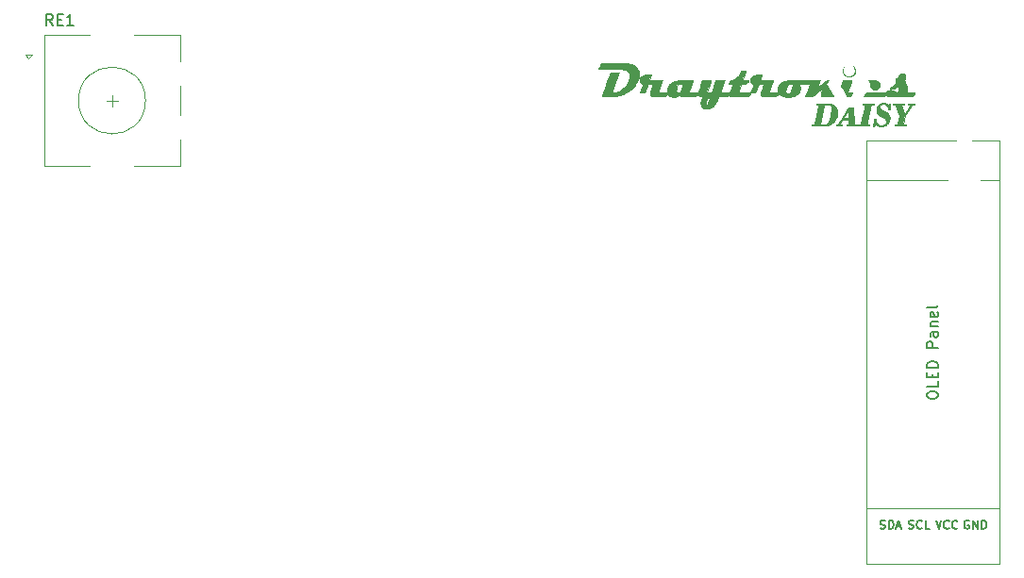
<source format=gbr>
%TF.GenerationSoftware,KiCad,Pcbnew,8.0.2-1*%
%TF.CreationDate,2024-05-13T14:31:14+01:00*%
%TF.ProjectId,Daisy V2 - STM32,44616973-7920-4563-9220-2d2053544d33,rev?*%
%TF.SameCoordinates,Original*%
%TF.FileFunction,Legend,Top*%
%TF.FilePolarity,Positive*%
%FSLAX46Y46*%
G04 Gerber Fmt 4.6, Leading zero omitted, Abs format (unit mm)*
G04 Created by KiCad (PCBNEW 8.0.2-1) date 2024-05-13 14:31:14*
%MOMM*%
%LPD*%
G01*
G04 APERTURE LIST*
%ADD10C,0.150000*%
%ADD11C,0.010000*%
%ADD12C,0.040000*%
%ADD13C,0.120000*%
%ADD14C,0.000000*%
%ADD15R,1.700000X1.700000*%
%ADD16O,1.700000X1.700000*%
%ADD17C,4.200000*%
%ADD18R,2.000000X2.000000*%
%ADD19C,2.000000*%
%ADD20R,3.200000X2.000000*%
%ADD21C,1.750000*%
%ADD22C,3.987800*%
%ADD23C,0.650000*%
%ADD24O,1.000000X1.600000*%
%ADD25O,1.000000X2.100000*%
G04 APERTURE END LIST*
D10*
X106101786Y-71324700D02*
X106208929Y-71360414D01*
X106208929Y-71360414D02*
X106387500Y-71360414D01*
X106387500Y-71360414D02*
X106458929Y-71324700D01*
X106458929Y-71324700D02*
X106494643Y-71288985D01*
X106494643Y-71288985D02*
X106530357Y-71217557D01*
X106530357Y-71217557D02*
X106530357Y-71146128D01*
X106530357Y-71146128D02*
X106494643Y-71074700D01*
X106494643Y-71074700D02*
X106458929Y-71038985D01*
X106458929Y-71038985D02*
X106387500Y-71003271D01*
X106387500Y-71003271D02*
X106244643Y-70967557D01*
X106244643Y-70967557D02*
X106173214Y-70931842D01*
X106173214Y-70931842D02*
X106137500Y-70896128D01*
X106137500Y-70896128D02*
X106101786Y-70824700D01*
X106101786Y-70824700D02*
X106101786Y-70753271D01*
X106101786Y-70753271D02*
X106137500Y-70681842D01*
X106137500Y-70681842D02*
X106173214Y-70646128D01*
X106173214Y-70646128D02*
X106244643Y-70610414D01*
X106244643Y-70610414D02*
X106423214Y-70610414D01*
X106423214Y-70610414D02*
X106530357Y-70646128D01*
X106851786Y-71360414D02*
X106851786Y-70610414D01*
X106851786Y-70610414D02*
X107030357Y-70610414D01*
X107030357Y-70610414D02*
X107137500Y-70646128D01*
X107137500Y-70646128D02*
X107208929Y-70717557D01*
X107208929Y-70717557D02*
X107244643Y-70788985D01*
X107244643Y-70788985D02*
X107280357Y-70931842D01*
X107280357Y-70931842D02*
X107280357Y-71038985D01*
X107280357Y-71038985D02*
X107244643Y-71181842D01*
X107244643Y-71181842D02*
X107208929Y-71253271D01*
X107208929Y-71253271D02*
X107137500Y-71324700D01*
X107137500Y-71324700D02*
X107030357Y-71360414D01*
X107030357Y-71360414D02*
X106851786Y-71360414D01*
X107566072Y-71146128D02*
X107923215Y-71146128D01*
X107494643Y-71360414D02*
X107744643Y-70610414D01*
X107744643Y-70610414D02*
X107994643Y-71360414D01*
X110277319Y-59449821D02*
X110277319Y-59259345D01*
X110277319Y-59259345D02*
X110324938Y-59164107D01*
X110324938Y-59164107D02*
X110420176Y-59068869D01*
X110420176Y-59068869D02*
X110610652Y-59021250D01*
X110610652Y-59021250D02*
X110943985Y-59021250D01*
X110943985Y-59021250D02*
X111134461Y-59068869D01*
X111134461Y-59068869D02*
X111229700Y-59164107D01*
X111229700Y-59164107D02*
X111277319Y-59259345D01*
X111277319Y-59259345D02*
X111277319Y-59449821D01*
X111277319Y-59449821D02*
X111229700Y-59545059D01*
X111229700Y-59545059D02*
X111134461Y-59640297D01*
X111134461Y-59640297D02*
X110943985Y-59687916D01*
X110943985Y-59687916D02*
X110610652Y-59687916D01*
X110610652Y-59687916D02*
X110420176Y-59640297D01*
X110420176Y-59640297D02*
X110324938Y-59545059D01*
X110324938Y-59545059D02*
X110277319Y-59449821D01*
X111277319Y-58116488D02*
X111277319Y-58592678D01*
X111277319Y-58592678D02*
X110277319Y-58592678D01*
X110753509Y-57783154D02*
X110753509Y-57449821D01*
X111277319Y-57306964D02*
X111277319Y-57783154D01*
X111277319Y-57783154D02*
X110277319Y-57783154D01*
X110277319Y-57783154D02*
X110277319Y-57306964D01*
X111277319Y-56878392D02*
X110277319Y-56878392D01*
X110277319Y-56878392D02*
X110277319Y-56640297D01*
X110277319Y-56640297D02*
X110324938Y-56497440D01*
X110324938Y-56497440D02*
X110420176Y-56402202D01*
X110420176Y-56402202D02*
X110515414Y-56354583D01*
X110515414Y-56354583D02*
X110705890Y-56306964D01*
X110705890Y-56306964D02*
X110848747Y-56306964D01*
X110848747Y-56306964D02*
X111039223Y-56354583D01*
X111039223Y-56354583D02*
X111134461Y-56402202D01*
X111134461Y-56402202D02*
X111229700Y-56497440D01*
X111229700Y-56497440D02*
X111277319Y-56640297D01*
X111277319Y-56640297D02*
X111277319Y-56878392D01*
X111277319Y-55116487D02*
X110277319Y-55116487D01*
X110277319Y-55116487D02*
X110277319Y-54735535D01*
X110277319Y-54735535D02*
X110324938Y-54640297D01*
X110324938Y-54640297D02*
X110372557Y-54592678D01*
X110372557Y-54592678D02*
X110467795Y-54545059D01*
X110467795Y-54545059D02*
X110610652Y-54545059D01*
X110610652Y-54545059D02*
X110705890Y-54592678D01*
X110705890Y-54592678D02*
X110753509Y-54640297D01*
X110753509Y-54640297D02*
X110801128Y-54735535D01*
X110801128Y-54735535D02*
X110801128Y-55116487D01*
X111277319Y-53687916D02*
X110753509Y-53687916D01*
X110753509Y-53687916D02*
X110658271Y-53735535D01*
X110658271Y-53735535D02*
X110610652Y-53830773D01*
X110610652Y-53830773D02*
X110610652Y-54021249D01*
X110610652Y-54021249D02*
X110658271Y-54116487D01*
X111229700Y-53687916D02*
X111277319Y-53783154D01*
X111277319Y-53783154D02*
X111277319Y-54021249D01*
X111277319Y-54021249D02*
X111229700Y-54116487D01*
X111229700Y-54116487D02*
X111134461Y-54164106D01*
X111134461Y-54164106D02*
X111039223Y-54164106D01*
X111039223Y-54164106D02*
X110943985Y-54116487D01*
X110943985Y-54116487D02*
X110896366Y-54021249D01*
X110896366Y-54021249D02*
X110896366Y-53783154D01*
X110896366Y-53783154D02*
X110848747Y-53687916D01*
X110610652Y-53211725D02*
X111277319Y-53211725D01*
X110705890Y-53211725D02*
X110658271Y-53164106D01*
X110658271Y-53164106D02*
X110610652Y-53068868D01*
X110610652Y-53068868D02*
X110610652Y-52926011D01*
X110610652Y-52926011D02*
X110658271Y-52830773D01*
X110658271Y-52830773D02*
X110753509Y-52783154D01*
X110753509Y-52783154D02*
X111277319Y-52783154D01*
X111229700Y-51926011D02*
X111277319Y-52021249D01*
X111277319Y-52021249D02*
X111277319Y-52211725D01*
X111277319Y-52211725D02*
X111229700Y-52306963D01*
X111229700Y-52306963D02*
X111134461Y-52354582D01*
X111134461Y-52354582D02*
X110753509Y-52354582D01*
X110753509Y-52354582D02*
X110658271Y-52306963D01*
X110658271Y-52306963D02*
X110610652Y-52211725D01*
X110610652Y-52211725D02*
X110610652Y-52021249D01*
X110610652Y-52021249D02*
X110658271Y-51926011D01*
X110658271Y-51926011D02*
X110753509Y-51878392D01*
X110753509Y-51878392D02*
X110848747Y-51878392D01*
X110848747Y-51878392D02*
X110943985Y-52354582D01*
X111277319Y-51306963D02*
X111229700Y-51402201D01*
X111229700Y-51402201D02*
X111134461Y-51449820D01*
X111134461Y-51449820D02*
X110277319Y-51449820D01*
X108659643Y-71324700D02*
X108766786Y-71360414D01*
X108766786Y-71360414D02*
X108945357Y-71360414D01*
X108945357Y-71360414D02*
X109016786Y-71324700D01*
X109016786Y-71324700D02*
X109052500Y-71288985D01*
X109052500Y-71288985D02*
X109088214Y-71217557D01*
X109088214Y-71217557D02*
X109088214Y-71146128D01*
X109088214Y-71146128D02*
X109052500Y-71074700D01*
X109052500Y-71074700D02*
X109016786Y-71038985D01*
X109016786Y-71038985D02*
X108945357Y-71003271D01*
X108945357Y-71003271D02*
X108802500Y-70967557D01*
X108802500Y-70967557D02*
X108731071Y-70931842D01*
X108731071Y-70931842D02*
X108695357Y-70896128D01*
X108695357Y-70896128D02*
X108659643Y-70824700D01*
X108659643Y-70824700D02*
X108659643Y-70753271D01*
X108659643Y-70753271D02*
X108695357Y-70681842D01*
X108695357Y-70681842D02*
X108731071Y-70646128D01*
X108731071Y-70646128D02*
X108802500Y-70610414D01*
X108802500Y-70610414D02*
X108981071Y-70610414D01*
X108981071Y-70610414D02*
X109088214Y-70646128D01*
X109838214Y-71288985D02*
X109802500Y-71324700D01*
X109802500Y-71324700D02*
X109695357Y-71360414D01*
X109695357Y-71360414D02*
X109623929Y-71360414D01*
X109623929Y-71360414D02*
X109516786Y-71324700D01*
X109516786Y-71324700D02*
X109445357Y-71253271D01*
X109445357Y-71253271D02*
X109409643Y-71181842D01*
X109409643Y-71181842D02*
X109373929Y-71038985D01*
X109373929Y-71038985D02*
X109373929Y-70931842D01*
X109373929Y-70931842D02*
X109409643Y-70788985D01*
X109409643Y-70788985D02*
X109445357Y-70717557D01*
X109445357Y-70717557D02*
X109516786Y-70646128D01*
X109516786Y-70646128D02*
X109623929Y-70610414D01*
X109623929Y-70610414D02*
X109695357Y-70610414D01*
X109695357Y-70610414D02*
X109802500Y-70646128D01*
X109802500Y-70646128D02*
X109838214Y-70681842D01*
X110516786Y-71360414D02*
X110159643Y-71360414D01*
X110159643Y-71360414D02*
X110159643Y-70610414D01*
X111092500Y-70610414D02*
X111342500Y-71360414D01*
X111342500Y-71360414D02*
X111592500Y-70610414D01*
X112271071Y-71288985D02*
X112235357Y-71324700D01*
X112235357Y-71324700D02*
X112128214Y-71360414D01*
X112128214Y-71360414D02*
X112056786Y-71360414D01*
X112056786Y-71360414D02*
X111949643Y-71324700D01*
X111949643Y-71324700D02*
X111878214Y-71253271D01*
X111878214Y-71253271D02*
X111842500Y-71181842D01*
X111842500Y-71181842D02*
X111806786Y-71038985D01*
X111806786Y-71038985D02*
X111806786Y-70931842D01*
X111806786Y-70931842D02*
X111842500Y-70788985D01*
X111842500Y-70788985D02*
X111878214Y-70717557D01*
X111878214Y-70717557D02*
X111949643Y-70646128D01*
X111949643Y-70646128D02*
X112056786Y-70610414D01*
X112056786Y-70610414D02*
X112128214Y-70610414D01*
X112128214Y-70610414D02*
X112235357Y-70646128D01*
X112235357Y-70646128D02*
X112271071Y-70681842D01*
X113021071Y-71288985D02*
X112985357Y-71324700D01*
X112985357Y-71324700D02*
X112878214Y-71360414D01*
X112878214Y-71360414D02*
X112806786Y-71360414D01*
X112806786Y-71360414D02*
X112699643Y-71324700D01*
X112699643Y-71324700D02*
X112628214Y-71253271D01*
X112628214Y-71253271D02*
X112592500Y-71181842D01*
X112592500Y-71181842D02*
X112556786Y-71038985D01*
X112556786Y-71038985D02*
X112556786Y-70931842D01*
X112556786Y-70931842D02*
X112592500Y-70788985D01*
X112592500Y-70788985D02*
X112628214Y-70717557D01*
X112628214Y-70717557D02*
X112699643Y-70646128D01*
X112699643Y-70646128D02*
X112806786Y-70610414D01*
X112806786Y-70610414D02*
X112878214Y-70610414D01*
X112878214Y-70610414D02*
X112985357Y-70646128D01*
X112985357Y-70646128D02*
X113021071Y-70681842D01*
X114061071Y-70646128D02*
X113989643Y-70610414D01*
X113989643Y-70610414D02*
X113882500Y-70610414D01*
X113882500Y-70610414D02*
X113775357Y-70646128D01*
X113775357Y-70646128D02*
X113703928Y-70717557D01*
X113703928Y-70717557D02*
X113668214Y-70788985D01*
X113668214Y-70788985D02*
X113632500Y-70931842D01*
X113632500Y-70931842D02*
X113632500Y-71038985D01*
X113632500Y-71038985D02*
X113668214Y-71181842D01*
X113668214Y-71181842D02*
X113703928Y-71253271D01*
X113703928Y-71253271D02*
X113775357Y-71324700D01*
X113775357Y-71324700D02*
X113882500Y-71360414D01*
X113882500Y-71360414D02*
X113953928Y-71360414D01*
X113953928Y-71360414D02*
X114061071Y-71324700D01*
X114061071Y-71324700D02*
X114096785Y-71288985D01*
X114096785Y-71288985D02*
X114096785Y-71038985D01*
X114096785Y-71038985D02*
X113953928Y-71038985D01*
X114418214Y-71360414D02*
X114418214Y-70610414D01*
X114418214Y-70610414D02*
X114846785Y-71360414D01*
X114846785Y-71360414D02*
X114846785Y-70610414D01*
X115203928Y-71360414D02*
X115203928Y-70610414D01*
X115203928Y-70610414D02*
X115382499Y-70610414D01*
X115382499Y-70610414D02*
X115489642Y-70646128D01*
X115489642Y-70646128D02*
X115561071Y-70717557D01*
X115561071Y-70717557D02*
X115596785Y-70788985D01*
X115596785Y-70788985D02*
X115632499Y-70931842D01*
X115632499Y-70931842D02*
X115632499Y-71038985D01*
X115632499Y-71038985D02*
X115596785Y-71181842D01*
X115596785Y-71181842D02*
X115561071Y-71253271D01*
X115561071Y-71253271D02*
X115489642Y-71324700D01*
X115489642Y-71324700D02*
X115382499Y-71360414D01*
X115382499Y-71360414D02*
X115203928Y-71360414D01*
X31867202Y-26157944D02*
X31533869Y-25681753D01*
X31295774Y-26157944D02*
X31295774Y-25157944D01*
X31295774Y-25157944D02*
X31676726Y-25157944D01*
X31676726Y-25157944D02*
X31771964Y-25205563D01*
X31771964Y-25205563D02*
X31819583Y-25253182D01*
X31819583Y-25253182D02*
X31867202Y-25348420D01*
X31867202Y-25348420D02*
X31867202Y-25491277D01*
X31867202Y-25491277D02*
X31819583Y-25586515D01*
X31819583Y-25586515D02*
X31771964Y-25634134D01*
X31771964Y-25634134D02*
X31676726Y-25681753D01*
X31676726Y-25681753D02*
X31295774Y-25681753D01*
X32295774Y-25634134D02*
X32629107Y-25634134D01*
X32771964Y-26157944D02*
X32295774Y-26157944D01*
X32295774Y-26157944D02*
X32295774Y-25157944D01*
X32295774Y-25157944D02*
X32771964Y-25157944D01*
X33724345Y-26157944D02*
X33152917Y-26157944D01*
X33438631Y-26157944D02*
X33438631Y-25157944D01*
X33438631Y-25157944D02*
X33343393Y-25300801D01*
X33343393Y-25300801D02*
X33248155Y-25396039D01*
X33248155Y-25396039D02*
X33152917Y-25443658D01*
D11*
%TO.C,G\u002A\u002A\u002A*%
X103369057Y-29725388D02*
X103429532Y-29733913D01*
X103457825Y-29740065D01*
X103514526Y-29757279D01*
X103569008Y-29780483D01*
X103620686Y-29809162D01*
X103668974Y-29842799D01*
X103713288Y-29880878D01*
X103753041Y-29922883D01*
X103787650Y-29968299D01*
X103816528Y-30016610D01*
X103839091Y-30067298D01*
X103843690Y-30080322D01*
X103857185Y-30131094D01*
X103865002Y-30184853D01*
X103867100Y-30240016D01*
X103863440Y-30295002D01*
X103853981Y-30348230D01*
X103850756Y-30360892D01*
X103833180Y-30412133D01*
X103808923Y-30461628D01*
X103778460Y-30508841D01*
X103742264Y-30553237D01*
X103700810Y-30594280D01*
X103654572Y-30631434D01*
X103604026Y-30664165D01*
X103563053Y-30685736D01*
X103505695Y-30709163D01*
X103445153Y-30726315D01*
X103382040Y-30737098D01*
X103316969Y-30741423D01*
X103250553Y-30739196D01*
X103223782Y-30736455D01*
X103159649Y-30725333D01*
X103099192Y-30708003D01*
X103042126Y-30684327D01*
X102988169Y-30654168D01*
X102937037Y-30617389D01*
X102888447Y-30573851D01*
X102887796Y-30573206D01*
X102846526Y-30528022D01*
X102812283Y-30481298D01*
X102784940Y-30432716D01*
X102764372Y-30381961D01*
X102750453Y-30328716D01*
X102743057Y-30272665D01*
X102742057Y-30213490D01*
X102742276Y-30208021D01*
X102748057Y-30150205D01*
X102760244Y-30095525D01*
X102779046Y-30043334D01*
X102804677Y-29992987D01*
X102821067Y-29966880D01*
X102842355Y-29938680D01*
X102869019Y-29909084D01*
X102899669Y-29879323D01*
X102932917Y-29850625D01*
X102967373Y-29824220D01*
X103001646Y-29801337D01*
X103020582Y-29790334D01*
X103071673Y-29766296D01*
X103126966Y-29747381D01*
X103185407Y-29733712D01*
X103245939Y-29725409D01*
X103307507Y-29722594D01*
X103369057Y-29725388D01*
G36*
X103369057Y-29725388D02*
G01*
X103429532Y-29733913D01*
X103457825Y-29740065D01*
X103514526Y-29757279D01*
X103569008Y-29780483D01*
X103620686Y-29809162D01*
X103668974Y-29842799D01*
X103713288Y-29880878D01*
X103753041Y-29922883D01*
X103787650Y-29968299D01*
X103816528Y-30016610D01*
X103839091Y-30067298D01*
X103843690Y-30080322D01*
X103857185Y-30131094D01*
X103865002Y-30184853D01*
X103867100Y-30240016D01*
X103863440Y-30295002D01*
X103853981Y-30348230D01*
X103850756Y-30360892D01*
X103833180Y-30412133D01*
X103808923Y-30461628D01*
X103778460Y-30508841D01*
X103742264Y-30553237D01*
X103700810Y-30594280D01*
X103654572Y-30631434D01*
X103604026Y-30664165D01*
X103563053Y-30685736D01*
X103505695Y-30709163D01*
X103445153Y-30726315D01*
X103382040Y-30737098D01*
X103316969Y-30741423D01*
X103250553Y-30739196D01*
X103223782Y-30736455D01*
X103159649Y-30725333D01*
X103099192Y-30708003D01*
X103042126Y-30684327D01*
X102988169Y-30654168D01*
X102937037Y-30617389D01*
X102888447Y-30573851D01*
X102887796Y-30573206D01*
X102846526Y-30528022D01*
X102812283Y-30481298D01*
X102784940Y-30432716D01*
X102764372Y-30381961D01*
X102750453Y-30328716D01*
X102743057Y-30272665D01*
X102742057Y-30213490D01*
X102742276Y-30208021D01*
X102748057Y-30150205D01*
X102760244Y-30095525D01*
X102779046Y-30043334D01*
X102804677Y-29992987D01*
X102821067Y-29966880D01*
X102842355Y-29938680D01*
X102869019Y-29909084D01*
X102899669Y-29879323D01*
X102932917Y-29850625D01*
X102967373Y-29824220D01*
X103001646Y-29801337D01*
X103020582Y-29790334D01*
X103071673Y-29766296D01*
X103126966Y-29747381D01*
X103185407Y-29733712D01*
X103245939Y-29725409D01*
X103307507Y-29722594D01*
X103369057Y-29725388D01*
G37*
X105513410Y-33245607D02*
X105393912Y-33245607D01*
X105361211Y-33245630D01*
X105335033Y-33245725D01*
X105314640Y-33245930D01*
X105299300Y-33246285D01*
X105288276Y-33246826D01*
X105280833Y-33247594D01*
X105276236Y-33248625D01*
X105273749Y-33249960D01*
X105272639Y-33251635D01*
X105272534Y-33251957D01*
X105271621Y-33256023D01*
X105269262Y-33266886D01*
X105265521Y-33284244D01*
X105260462Y-33307794D01*
X105254151Y-33337235D01*
X105246651Y-33372265D01*
X105238027Y-33412582D01*
X105228344Y-33457884D01*
X105217665Y-33507870D01*
X105206056Y-33562237D01*
X105193580Y-33620684D01*
X105180303Y-33682910D01*
X105166288Y-33748611D01*
X105151601Y-33817487D01*
X105136305Y-33889235D01*
X105120465Y-33963554D01*
X105104146Y-34040141D01*
X105087412Y-34118696D01*
X105079773Y-34154564D01*
X105062869Y-34233928D01*
X105046350Y-34311475D01*
X105030282Y-34386900D01*
X105014727Y-34459901D01*
X104999752Y-34530177D01*
X104985420Y-34597423D01*
X104971796Y-34661338D01*
X104958944Y-34721618D01*
X104946929Y-34777962D01*
X104935816Y-34830066D01*
X104925669Y-34877628D01*
X104916553Y-34920345D01*
X104908532Y-34957915D01*
X104901671Y-34990035D01*
X104896034Y-35016402D01*
X104891686Y-35036713D01*
X104888692Y-35050667D01*
X104887115Y-35057960D01*
X104886886Y-35058985D01*
X104884881Y-35067150D01*
X105107010Y-35067150D01*
X105107010Y-35168750D01*
X104123668Y-35168750D01*
X104123668Y-35067245D01*
X104372120Y-35065335D01*
X104563397Y-34161821D01*
X104580259Y-34082150D01*
X104596724Y-34004311D01*
X104612731Y-33928602D01*
X104628214Y-33855326D01*
X104643111Y-33784783D01*
X104657358Y-33717273D01*
X104670893Y-33653097D01*
X104683652Y-33592557D01*
X104695572Y-33535951D01*
X104706589Y-33483582D01*
X104716640Y-33435750D01*
X104725663Y-33392756D01*
X104733593Y-33354899D01*
X104740367Y-33322482D01*
X104745923Y-33295804D01*
X104750196Y-33275166D01*
X104753124Y-33260869D01*
X104754644Y-33253214D01*
X104754856Y-33251957D01*
X104754495Y-33250174D01*
X104752802Y-33248759D01*
X104749032Y-33247669D01*
X104742442Y-33246862D01*
X104732285Y-33246297D01*
X104717820Y-33245931D01*
X104698299Y-33245722D01*
X104672981Y-33245628D01*
X104642553Y-33245607D01*
X104530068Y-33245607D01*
X104530068Y-33151264D01*
X105513410Y-33151264D01*
X105513410Y-33245607D01*
G36*
X105513410Y-33245607D02*
G01*
X105393912Y-33245607D01*
X105361211Y-33245630D01*
X105335033Y-33245725D01*
X105314640Y-33245930D01*
X105299300Y-33246285D01*
X105288276Y-33246826D01*
X105280833Y-33247594D01*
X105276236Y-33248625D01*
X105273749Y-33249960D01*
X105272639Y-33251635D01*
X105272534Y-33251957D01*
X105271621Y-33256023D01*
X105269262Y-33266886D01*
X105265521Y-33284244D01*
X105260462Y-33307794D01*
X105254151Y-33337235D01*
X105246651Y-33372265D01*
X105238027Y-33412582D01*
X105228344Y-33457884D01*
X105217665Y-33507870D01*
X105206056Y-33562237D01*
X105193580Y-33620684D01*
X105180303Y-33682910D01*
X105166288Y-33748611D01*
X105151601Y-33817487D01*
X105136305Y-33889235D01*
X105120465Y-33963554D01*
X105104146Y-34040141D01*
X105087412Y-34118696D01*
X105079773Y-34154564D01*
X105062869Y-34233928D01*
X105046350Y-34311475D01*
X105030282Y-34386900D01*
X105014727Y-34459901D01*
X104999752Y-34530177D01*
X104985420Y-34597423D01*
X104971796Y-34661338D01*
X104958944Y-34721618D01*
X104946929Y-34777962D01*
X104935816Y-34830066D01*
X104925669Y-34877628D01*
X104916553Y-34920345D01*
X104908532Y-34957915D01*
X104901671Y-34990035D01*
X104896034Y-35016402D01*
X104891686Y-35036713D01*
X104888692Y-35050667D01*
X104887115Y-35057960D01*
X104886886Y-35058985D01*
X104884881Y-35067150D01*
X105107010Y-35067150D01*
X105107010Y-35168750D01*
X104123668Y-35168750D01*
X104123668Y-35067245D01*
X104372120Y-35065335D01*
X104563397Y-34161821D01*
X104580259Y-34082150D01*
X104596724Y-34004311D01*
X104612731Y-33928602D01*
X104628214Y-33855326D01*
X104643111Y-33784783D01*
X104657358Y-33717273D01*
X104670893Y-33653097D01*
X104683652Y-33592557D01*
X104695572Y-33535951D01*
X104706589Y-33483582D01*
X104716640Y-33435750D01*
X104725663Y-33392756D01*
X104733593Y-33354899D01*
X104740367Y-33322482D01*
X104745923Y-33295804D01*
X104750196Y-33275166D01*
X104753124Y-33260869D01*
X104754644Y-33253214D01*
X104754856Y-33251957D01*
X104754495Y-33250174D01*
X104752802Y-33248759D01*
X104749032Y-33247669D01*
X104742442Y-33246862D01*
X104732285Y-33246297D01*
X104717820Y-33245931D01*
X104698299Y-33245722D01*
X104672981Y-33245628D01*
X104642553Y-33245607D01*
X104530068Y-33245607D01*
X104530068Y-33151264D01*
X105513410Y-33151264D01*
X105513410Y-33245607D01*
G37*
X108213068Y-33245607D02*
X108085765Y-33245607D01*
X108056250Y-33245692D01*
X108029223Y-33245935D01*
X108005494Y-33246315D01*
X107985872Y-33246812D01*
X107971167Y-33247407D01*
X107962190Y-33248079D01*
X107959672Y-33248725D01*
X107961065Y-33252449D01*
X107964841Y-33262568D01*
X107970848Y-33278677D01*
X107978935Y-33300372D01*
X107988952Y-33327248D01*
X108000748Y-33358899D01*
X108014172Y-33394921D01*
X108029073Y-33434908D01*
X108045299Y-33478456D01*
X108062701Y-33525159D01*
X108081126Y-33574613D01*
X108100425Y-33626412D01*
X108120446Y-33680152D01*
X108123984Y-33689650D01*
X108148597Y-33755667D01*
X108170816Y-33815153D01*
X108190750Y-33868393D01*
X108208510Y-33915668D01*
X108224203Y-33957260D01*
X108237940Y-33993452D01*
X108249828Y-34024526D01*
X108259979Y-34050765D01*
X108268499Y-34072451D01*
X108275500Y-34089865D01*
X108281089Y-34103292D01*
X108285376Y-34113012D01*
X108288471Y-34119309D01*
X108290481Y-34122465D01*
X108291441Y-34122867D01*
X108293846Y-34119364D01*
X108299868Y-34110212D01*
X108309209Y-34095875D01*
X108321571Y-34076816D01*
X108336657Y-34053497D01*
X108354169Y-34026383D01*
X108373810Y-33995935D01*
X108395282Y-33962618D01*
X108418288Y-33926894D01*
X108442531Y-33889225D01*
X108467712Y-33850076D01*
X108493534Y-33809909D01*
X108519701Y-33769188D01*
X108545914Y-33728374D01*
X108571875Y-33687932D01*
X108597288Y-33648325D01*
X108621855Y-33610015D01*
X108645278Y-33573465D01*
X108667260Y-33539139D01*
X108687504Y-33507499D01*
X108705711Y-33479009D01*
X108721585Y-33454132D01*
X108734827Y-33433330D01*
X108745141Y-33417067D01*
X108752228Y-33405806D01*
X108754689Y-33401839D01*
X108769732Y-33374731D01*
X108780787Y-33349291D01*
X108787467Y-33326598D01*
X108789386Y-33307733D01*
X108789252Y-33305453D01*
X108786524Y-33290039D01*
X108780759Y-33277338D01*
X108771393Y-33267130D01*
X108757864Y-33259193D01*
X108739609Y-33253307D01*
X108716066Y-33249252D01*
X108686670Y-33246807D01*
X108650860Y-33245752D01*
X108636703Y-33245670D01*
X108568668Y-33245607D01*
X108568668Y-33151264D01*
X109149239Y-33151264D01*
X109149239Y-33244669D01*
X109126560Y-33247163D01*
X109081795Y-33255676D01*
X109037940Y-33271111D01*
X108995901Y-33293132D01*
X108987069Y-33298772D01*
X108967942Y-33313031D01*
X108946509Y-33331705D01*
X108924450Y-33353148D01*
X108903447Y-33375711D01*
X108885178Y-33397745D01*
X108882230Y-33401635D01*
X108877461Y-33408440D01*
X108869016Y-33420956D01*
X108857150Y-33438795D01*
X108842118Y-33461565D01*
X108824173Y-33488878D01*
X108803570Y-33520345D01*
X108780563Y-33555575D01*
X108755406Y-33594179D01*
X108728355Y-33635768D01*
X108699662Y-33679951D01*
X108669583Y-33726340D01*
X108638372Y-33774544D01*
X108606283Y-33824174D01*
X108595710Y-33840542D01*
X108332178Y-34248606D01*
X108244394Y-34656971D01*
X108156609Y-35065335D01*
X108293695Y-35066285D01*
X108430782Y-35067236D01*
X108430782Y-35168750D01*
X107378291Y-35168750D01*
X107379301Y-35118857D01*
X107380310Y-35068964D01*
X107511846Y-35068011D01*
X107541930Y-35067744D01*
X107569594Y-35067401D01*
X107594032Y-35067001D01*
X107614436Y-35066560D01*
X107630001Y-35066098D01*
X107639918Y-35065629D01*
X107643382Y-35065175D01*
X107644120Y-35061449D01*
X107646270Y-35051074D01*
X107649738Y-35034498D01*
X107654429Y-35012171D01*
X107660247Y-34984543D01*
X107667099Y-34952062D01*
X107674889Y-34915178D01*
X107683522Y-34874341D01*
X107692904Y-34829999D01*
X107702939Y-34782603D01*
X107713533Y-34732600D01*
X107724591Y-34680441D01*
X107728653Y-34661287D01*
X107739866Y-34608372D01*
X107750648Y-34557390D01*
X107760905Y-34508794D01*
X107770540Y-34463042D01*
X107779458Y-34420588D01*
X107787565Y-34381887D01*
X107794765Y-34347395D01*
X107800964Y-34317567D01*
X107806065Y-34292859D01*
X107809974Y-34273726D01*
X107812596Y-34260622D01*
X107813835Y-34254005D01*
X107813925Y-34253309D01*
X107812674Y-34249547D01*
X107809036Y-34239452D01*
X107803184Y-34223485D01*
X107795288Y-34202102D01*
X107785522Y-34175764D01*
X107774058Y-34144928D01*
X107761066Y-34110053D01*
X107746721Y-34071599D01*
X107731193Y-34030024D01*
X107714655Y-33985787D01*
X107697278Y-33939346D01*
X107679236Y-33891160D01*
X107660699Y-33841688D01*
X107641841Y-33791389D01*
X107622833Y-33740722D01*
X107603846Y-33690144D01*
X107585055Y-33640116D01*
X107566629Y-33591095D01*
X107548742Y-33543540D01*
X107531566Y-33497911D01*
X107515272Y-33454666D01*
X107500032Y-33414263D01*
X107486020Y-33377162D01*
X107473406Y-33343821D01*
X107462364Y-33314699D01*
X107453064Y-33290254D01*
X107445680Y-33270946D01*
X107440382Y-33257233D01*
X107438307Y-33251957D01*
X107437010Y-33249986D01*
X107434317Y-33248468D01*
X107429373Y-33247345D01*
X107421324Y-33246558D01*
X107409317Y-33246049D01*
X107392496Y-33245760D01*
X107370008Y-33245632D01*
X107345451Y-33245607D01*
X107255125Y-33245607D01*
X107255125Y-33151264D01*
X108213068Y-33151264D01*
X108213068Y-33245607D01*
G36*
X108213068Y-33245607D02*
G01*
X108085765Y-33245607D01*
X108056250Y-33245692D01*
X108029223Y-33245935D01*
X108005494Y-33246315D01*
X107985872Y-33246812D01*
X107971167Y-33247407D01*
X107962190Y-33248079D01*
X107959672Y-33248725D01*
X107961065Y-33252449D01*
X107964841Y-33262568D01*
X107970848Y-33278677D01*
X107978935Y-33300372D01*
X107988952Y-33327248D01*
X108000748Y-33358899D01*
X108014172Y-33394921D01*
X108029073Y-33434908D01*
X108045299Y-33478456D01*
X108062701Y-33525159D01*
X108081126Y-33574613D01*
X108100425Y-33626412D01*
X108120446Y-33680152D01*
X108123984Y-33689650D01*
X108148597Y-33755667D01*
X108170816Y-33815153D01*
X108190750Y-33868393D01*
X108208510Y-33915668D01*
X108224203Y-33957260D01*
X108237940Y-33993452D01*
X108249828Y-34024526D01*
X108259979Y-34050765D01*
X108268499Y-34072451D01*
X108275500Y-34089865D01*
X108281089Y-34103292D01*
X108285376Y-34113012D01*
X108288471Y-34119309D01*
X108290481Y-34122465D01*
X108291441Y-34122867D01*
X108293846Y-34119364D01*
X108299868Y-34110212D01*
X108309209Y-34095875D01*
X108321571Y-34076816D01*
X108336657Y-34053497D01*
X108354169Y-34026383D01*
X108373810Y-33995935D01*
X108395282Y-33962618D01*
X108418288Y-33926894D01*
X108442531Y-33889225D01*
X108467712Y-33850076D01*
X108493534Y-33809909D01*
X108519701Y-33769188D01*
X108545914Y-33728374D01*
X108571875Y-33687932D01*
X108597288Y-33648325D01*
X108621855Y-33610015D01*
X108645278Y-33573465D01*
X108667260Y-33539139D01*
X108687504Y-33507499D01*
X108705711Y-33479009D01*
X108721585Y-33454132D01*
X108734827Y-33433330D01*
X108745141Y-33417067D01*
X108752228Y-33405806D01*
X108754689Y-33401839D01*
X108769732Y-33374731D01*
X108780787Y-33349291D01*
X108787467Y-33326598D01*
X108789386Y-33307733D01*
X108789252Y-33305453D01*
X108786524Y-33290039D01*
X108780759Y-33277338D01*
X108771393Y-33267130D01*
X108757864Y-33259193D01*
X108739609Y-33253307D01*
X108716066Y-33249252D01*
X108686670Y-33246807D01*
X108650860Y-33245752D01*
X108636703Y-33245670D01*
X108568668Y-33245607D01*
X108568668Y-33151264D01*
X109149239Y-33151264D01*
X109149239Y-33244669D01*
X109126560Y-33247163D01*
X109081795Y-33255676D01*
X109037940Y-33271111D01*
X108995901Y-33293132D01*
X108987069Y-33298772D01*
X108967942Y-33313031D01*
X108946509Y-33331705D01*
X108924450Y-33353148D01*
X108903447Y-33375711D01*
X108885178Y-33397745D01*
X108882230Y-33401635D01*
X108877461Y-33408440D01*
X108869016Y-33420956D01*
X108857150Y-33438795D01*
X108842118Y-33461565D01*
X108824173Y-33488878D01*
X108803570Y-33520345D01*
X108780563Y-33555575D01*
X108755406Y-33594179D01*
X108728355Y-33635768D01*
X108699662Y-33679951D01*
X108669583Y-33726340D01*
X108638372Y-33774544D01*
X108606283Y-33824174D01*
X108595710Y-33840542D01*
X108332178Y-34248606D01*
X108244394Y-34656971D01*
X108156609Y-35065335D01*
X108293695Y-35066285D01*
X108430782Y-35067236D01*
X108430782Y-35168750D01*
X107378291Y-35168750D01*
X107379301Y-35118857D01*
X107380310Y-35068964D01*
X107511846Y-35068011D01*
X107541930Y-35067744D01*
X107569594Y-35067401D01*
X107594032Y-35067001D01*
X107614436Y-35066560D01*
X107630001Y-35066098D01*
X107639918Y-35065629D01*
X107643382Y-35065175D01*
X107644120Y-35061449D01*
X107646270Y-35051074D01*
X107649738Y-35034498D01*
X107654429Y-35012171D01*
X107660247Y-34984543D01*
X107667099Y-34952062D01*
X107674889Y-34915178D01*
X107683522Y-34874341D01*
X107692904Y-34829999D01*
X107702939Y-34782603D01*
X107713533Y-34732600D01*
X107724591Y-34680441D01*
X107728653Y-34661287D01*
X107739866Y-34608372D01*
X107750648Y-34557390D01*
X107760905Y-34508794D01*
X107770540Y-34463042D01*
X107779458Y-34420588D01*
X107787565Y-34381887D01*
X107794765Y-34347395D01*
X107800964Y-34317567D01*
X107806065Y-34292859D01*
X107809974Y-34273726D01*
X107812596Y-34260622D01*
X107813835Y-34254005D01*
X107813925Y-34253309D01*
X107812674Y-34249547D01*
X107809036Y-34239452D01*
X107803184Y-34223485D01*
X107795288Y-34202102D01*
X107785522Y-34175764D01*
X107774058Y-34144928D01*
X107761066Y-34110053D01*
X107746721Y-34071599D01*
X107731193Y-34030024D01*
X107714655Y-33985787D01*
X107697278Y-33939346D01*
X107679236Y-33891160D01*
X107660699Y-33841688D01*
X107641841Y-33791389D01*
X107622833Y-33740722D01*
X107603846Y-33690144D01*
X107585055Y-33640116D01*
X107566629Y-33591095D01*
X107548742Y-33543540D01*
X107531566Y-33497911D01*
X107515272Y-33454666D01*
X107500032Y-33414263D01*
X107486020Y-33377162D01*
X107473406Y-33343821D01*
X107462364Y-33314699D01*
X107453064Y-33290254D01*
X107445680Y-33270946D01*
X107440382Y-33257233D01*
X107438307Y-33251957D01*
X107437010Y-33249986D01*
X107434317Y-33248468D01*
X107429373Y-33247345D01*
X107421324Y-33246558D01*
X107409317Y-33246049D01*
X107392496Y-33245760D01*
X107370008Y-33245632D01*
X107345451Y-33245607D01*
X107255125Y-33245607D01*
X107255125Y-33151264D01*
X108213068Y-33151264D01*
X108213068Y-33245607D01*
G37*
X103617175Y-33128585D02*
X103617699Y-33133662D01*
X103618854Y-33145552D01*
X103620606Y-33163893D01*
X103622923Y-33188322D01*
X103625770Y-33218475D01*
X103629113Y-33253991D01*
X103632918Y-33294506D01*
X103637153Y-33339657D01*
X103641782Y-33389083D01*
X103646773Y-33442420D01*
X103652091Y-33499305D01*
X103657704Y-33559376D01*
X103663576Y-33622269D01*
X103669674Y-33687623D01*
X103675965Y-33755073D01*
X103682415Y-33824259D01*
X103688990Y-33894815D01*
X103695656Y-33966381D01*
X103702380Y-34038593D01*
X103709127Y-34111089D01*
X103715864Y-34183505D01*
X103722557Y-34255479D01*
X103729173Y-34326648D01*
X103735678Y-34396649D01*
X103742037Y-34465120D01*
X103748218Y-34531698D01*
X103754186Y-34596019D01*
X103759908Y-34657722D01*
X103765350Y-34716443D01*
X103770477Y-34771820D01*
X103775257Y-34823490D01*
X103779656Y-34871090D01*
X103783640Y-34914257D01*
X103787175Y-34952629D01*
X103790227Y-34985843D01*
X103792762Y-35013535D01*
X103794748Y-35035344D01*
X103796149Y-35050907D01*
X103796933Y-35059860D01*
X103797096Y-35062000D01*
X103798043Y-35063449D01*
X103801345Y-35064607D01*
X103807690Y-35065504D01*
X103817769Y-35066171D01*
X103832269Y-35066638D01*
X103851881Y-35066937D01*
X103877294Y-35067097D01*
X103909197Y-35067149D01*
X103913210Y-35067150D01*
X104029325Y-35067150D01*
X104029325Y-35168750D01*
X103075010Y-35168750D01*
X103075010Y-35067150D01*
X103300232Y-35067150D01*
X103298196Y-35049914D01*
X103297496Y-35042989D01*
X103296279Y-35029842D01*
X103294612Y-35011245D01*
X103292559Y-34987970D01*
X103290186Y-34960787D01*
X103287559Y-34930469D01*
X103284744Y-34897787D01*
X103281807Y-34863513D01*
X103278812Y-34828420D01*
X103275826Y-34793277D01*
X103272914Y-34758858D01*
X103270142Y-34725934D01*
X103267575Y-34695277D01*
X103265280Y-34667658D01*
X103263322Y-34643849D01*
X103261766Y-34624621D01*
X103260679Y-34610747D01*
X103260125Y-34602998D01*
X103260068Y-34601739D01*
X103259743Y-34600558D01*
X103258450Y-34599533D01*
X103255706Y-34598654D01*
X103251032Y-34597910D01*
X103243945Y-34597290D01*
X103233965Y-34596783D01*
X103220612Y-34596377D01*
X103203403Y-34596061D01*
X103181858Y-34595824D01*
X103155496Y-34595655D01*
X103123837Y-34595543D01*
X103086398Y-34595476D01*
X103042700Y-34595444D01*
X102992260Y-34595435D01*
X102716498Y-34595435D01*
X102599848Y-34785809D01*
X102578942Y-34820047D01*
X102559054Y-34852845D01*
X102540532Y-34883614D01*
X102523725Y-34911766D01*
X102508981Y-34936711D01*
X102496647Y-34957860D01*
X102487072Y-34974624D01*
X102480605Y-34986414D01*
X102477592Y-34992642D01*
X102477552Y-34992756D01*
X102473921Y-35012958D01*
X102477140Y-35031205D01*
X102486952Y-35046827D01*
X102502924Y-35059058D01*
X102507972Y-35061234D01*
X102514858Y-35062940D01*
X102524587Y-35064266D01*
X102538160Y-35065302D01*
X102556583Y-35066139D01*
X102580859Y-35066868D01*
X102592410Y-35067150D01*
X102670425Y-35068964D01*
X102671434Y-35118857D01*
X102672444Y-35168750D01*
X102127953Y-35168750D01*
X102127953Y-35119833D01*
X102127999Y-35100175D01*
X102128263Y-35086597D01*
X102128935Y-35077919D01*
X102130207Y-35072965D01*
X102132269Y-35070556D01*
X102135311Y-35069514D01*
X102136118Y-35069354D01*
X102143835Y-35067970D01*
X102155987Y-35065886D01*
X102168943Y-35063721D01*
X102203902Y-35055720D01*
X102237093Y-35043348D01*
X102268963Y-35026231D01*
X102299961Y-35003992D01*
X102330533Y-34976258D01*
X102361128Y-34942652D01*
X102392193Y-34902799D01*
X102424175Y-34856324D01*
X102433362Y-34842063D01*
X102437529Y-34835396D01*
X102445321Y-34822806D01*
X102456572Y-34804562D01*
X102471120Y-34780932D01*
X102488799Y-34752182D01*
X102509446Y-34718581D01*
X102532896Y-34680397D01*
X102558986Y-34637896D01*
X102587550Y-34591347D01*
X102618425Y-34541018D01*
X102651447Y-34487176D01*
X102654037Y-34482951D01*
X102781701Y-34482951D01*
X102785028Y-34483774D01*
X102795558Y-34484492D01*
X102813234Y-34485106D01*
X102838002Y-34485615D01*
X102869807Y-34486016D01*
X102908595Y-34486311D01*
X102954311Y-34486498D01*
X103006899Y-34486576D01*
X103018806Y-34486578D01*
X103257120Y-34486578D01*
X103254955Y-34469342D01*
X103254335Y-34463219D01*
X103253159Y-34450412D01*
X103251474Y-34431468D01*
X103249327Y-34406935D01*
X103246765Y-34377360D01*
X103243835Y-34343291D01*
X103240585Y-34305276D01*
X103237062Y-34263862D01*
X103233312Y-34219597D01*
X103229383Y-34173028D01*
X103225543Y-34127350D01*
X103221520Y-34079462D01*
X103217657Y-34033613D01*
X103213999Y-33990323D01*
X103210590Y-33950110D01*
X103207474Y-33913494D01*
X103204696Y-33880995D01*
X103202301Y-33853132D01*
X103200333Y-33830426D01*
X103198835Y-33813395D01*
X103197853Y-33802559D01*
X103197432Y-33798441D01*
X103195521Y-33801057D01*
X103190153Y-33809408D01*
X103181620Y-33823014D01*
X103170213Y-33841395D01*
X103156223Y-33864071D01*
X103139941Y-33890564D01*
X103121660Y-33920392D01*
X103101670Y-33953077D01*
X103080263Y-33988139D01*
X103057729Y-34025098D01*
X103034361Y-34063474D01*
X103010450Y-34102788D01*
X102986287Y-34142559D01*
X102962163Y-34182309D01*
X102938369Y-34221557D01*
X102915198Y-34259825D01*
X102892940Y-34296631D01*
X102871887Y-34331497D01*
X102852330Y-34363942D01*
X102834561Y-34393487D01*
X102818870Y-34419653D01*
X102805549Y-34441960D01*
X102794890Y-34459927D01*
X102787183Y-34473075D01*
X102782721Y-34480925D01*
X102781701Y-34482951D01*
X102654037Y-34482951D01*
X102686451Y-34430089D01*
X102723273Y-34370024D01*
X102761749Y-34307249D01*
X102801714Y-34242032D01*
X102843005Y-34174641D01*
X102885457Y-34105343D01*
X102928907Y-34034406D01*
X102973189Y-33962097D01*
X102977039Y-33955810D01*
X103494110Y-33111400D01*
X103554548Y-33111375D01*
X103614987Y-33111350D01*
X103617175Y-33128585D01*
G36*
X103617175Y-33128585D02*
G01*
X103617699Y-33133662D01*
X103618854Y-33145552D01*
X103620606Y-33163893D01*
X103622923Y-33188322D01*
X103625770Y-33218475D01*
X103629113Y-33253991D01*
X103632918Y-33294506D01*
X103637153Y-33339657D01*
X103641782Y-33389083D01*
X103646773Y-33442420D01*
X103652091Y-33499305D01*
X103657704Y-33559376D01*
X103663576Y-33622269D01*
X103669674Y-33687623D01*
X103675965Y-33755073D01*
X103682415Y-33824259D01*
X103688990Y-33894815D01*
X103695656Y-33966381D01*
X103702380Y-34038593D01*
X103709127Y-34111089D01*
X103715864Y-34183505D01*
X103722557Y-34255479D01*
X103729173Y-34326648D01*
X103735678Y-34396649D01*
X103742037Y-34465120D01*
X103748218Y-34531698D01*
X103754186Y-34596019D01*
X103759908Y-34657722D01*
X103765350Y-34716443D01*
X103770477Y-34771820D01*
X103775257Y-34823490D01*
X103779656Y-34871090D01*
X103783640Y-34914257D01*
X103787175Y-34952629D01*
X103790227Y-34985843D01*
X103792762Y-35013535D01*
X103794748Y-35035344D01*
X103796149Y-35050907D01*
X103796933Y-35059860D01*
X103797096Y-35062000D01*
X103798043Y-35063449D01*
X103801345Y-35064607D01*
X103807690Y-35065504D01*
X103817769Y-35066171D01*
X103832269Y-35066638D01*
X103851881Y-35066937D01*
X103877294Y-35067097D01*
X103909197Y-35067149D01*
X103913210Y-35067150D01*
X104029325Y-35067150D01*
X104029325Y-35168750D01*
X103075010Y-35168750D01*
X103075010Y-35067150D01*
X103300232Y-35067150D01*
X103298196Y-35049914D01*
X103297496Y-35042989D01*
X103296279Y-35029842D01*
X103294612Y-35011245D01*
X103292559Y-34987970D01*
X103290186Y-34960787D01*
X103287559Y-34930469D01*
X103284744Y-34897787D01*
X103281807Y-34863513D01*
X103278812Y-34828420D01*
X103275826Y-34793277D01*
X103272914Y-34758858D01*
X103270142Y-34725934D01*
X103267575Y-34695277D01*
X103265280Y-34667658D01*
X103263322Y-34643849D01*
X103261766Y-34624621D01*
X103260679Y-34610747D01*
X103260125Y-34602998D01*
X103260068Y-34601739D01*
X103259743Y-34600558D01*
X103258450Y-34599533D01*
X103255706Y-34598654D01*
X103251032Y-34597910D01*
X103243945Y-34597290D01*
X103233965Y-34596783D01*
X103220612Y-34596377D01*
X103203403Y-34596061D01*
X103181858Y-34595824D01*
X103155496Y-34595655D01*
X103123837Y-34595543D01*
X103086398Y-34595476D01*
X103042700Y-34595444D01*
X102992260Y-34595435D01*
X102716498Y-34595435D01*
X102599848Y-34785809D01*
X102578942Y-34820047D01*
X102559054Y-34852845D01*
X102540532Y-34883614D01*
X102523725Y-34911766D01*
X102508981Y-34936711D01*
X102496647Y-34957860D01*
X102487072Y-34974624D01*
X102480605Y-34986414D01*
X102477592Y-34992642D01*
X102477552Y-34992756D01*
X102473921Y-35012958D01*
X102477140Y-35031205D01*
X102486952Y-35046827D01*
X102502924Y-35059058D01*
X102507972Y-35061234D01*
X102514858Y-35062940D01*
X102524587Y-35064266D01*
X102538160Y-35065302D01*
X102556583Y-35066139D01*
X102580859Y-35066868D01*
X102592410Y-35067150D01*
X102670425Y-35068964D01*
X102671434Y-35118857D01*
X102672444Y-35168750D01*
X102127953Y-35168750D01*
X102127953Y-35119833D01*
X102127999Y-35100175D01*
X102128263Y-35086597D01*
X102128935Y-35077919D01*
X102130207Y-35072965D01*
X102132269Y-35070556D01*
X102135311Y-35069514D01*
X102136118Y-35069354D01*
X102143835Y-35067970D01*
X102155987Y-35065886D01*
X102168943Y-35063721D01*
X102203902Y-35055720D01*
X102237093Y-35043348D01*
X102268963Y-35026231D01*
X102299961Y-35003992D01*
X102330533Y-34976258D01*
X102361128Y-34942652D01*
X102392193Y-34902799D01*
X102424175Y-34856324D01*
X102433362Y-34842063D01*
X102437529Y-34835396D01*
X102445321Y-34822806D01*
X102456572Y-34804562D01*
X102471120Y-34780932D01*
X102488799Y-34752182D01*
X102509446Y-34718581D01*
X102532896Y-34680397D01*
X102558986Y-34637896D01*
X102587550Y-34591347D01*
X102618425Y-34541018D01*
X102651447Y-34487176D01*
X102654037Y-34482951D01*
X102781701Y-34482951D01*
X102785028Y-34483774D01*
X102795558Y-34484492D01*
X102813234Y-34485106D01*
X102838002Y-34485615D01*
X102869807Y-34486016D01*
X102908595Y-34486311D01*
X102954311Y-34486498D01*
X103006899Y-34486576D01*
X103018806Y-34486578D01*
X103257120Y-34486578D01*
X103254955Y-34469342D01*
X103254335Y-34463219D01*
X103253159Y-34450412D01*
X103251474Y-34431468D01*
X103249327Y-34406935D01*
X103246765Y-34377360D01*
X103243835Y-34343291D01*
X103240585Y-34305276D01*
X103237062Y-34263862D01*
X103233312Y-34219597D01*
X103229383Y-34173028D01*
X103225543Y-34127350D01*
X103221520Y-34079462D01*
X103217657Y-34033613D01*
X103213999Y-33990323D01*
X103210590Y-33950110D01*
X103207474Y-33913494D01*
X103204696Y-33880995D01*
X103202301Y-33853132D01*
X103200333Y-33830426D01*
X103198835Y-33813395D01*
X103197853Y-33802559D01*
X103197432Y-33798441D01*
X103195521Y-33801057D01*
X103190153Y-33809408D01*
X103181620Y-33823014D01*
X103170213Y-33841395D01*
X103156223Y-33864071D01*
X103139941Y-33890564D01*
X103121660Y-33920392D01*
X103101670Y-33953077D01*
X103080263Y-33988139D01*
X103057729Y-34025098D01*
X103034361Y-34063474D01*
X103010450Y-34102788D01*
X102986287Y-34142559D01*
X102962163Y-34182309D01*
X102938369Y-34221557D01*
X102915198Y-34259825D01*
X102892940Y-34296631D01*
X102871887Y-34331497D01*
X102852330Y-34363942D01*
X102834561Y-34393487D01*
X102818870Y-34419653D01*
X102805549Y-34441960D01*
X102794890Y-34459927D01*
X102787183Y-34473075D01*
X102782721Y-34480925D01*
X102781701Y-34482951D01*
X102654037Y-34482951D01*
X102686451Y-34430089D01*
X102723273Y-34370024D01*
X102761749Y-34307249D01*
X102801714Y-34242032D01*
X102843005Y-34174641D01*
X102885457Y-34105343D01*
X102928907Y-34034406D01*
X102973189Y-33962097D01*
X102977039Y-33955810D01*
X103494110Y-33111400D01*
X103554548Y-33111375D01*
X103614987Y-33111350D01*
X103617175Y-33128585D01*
G37*
X100855232Y-33151298D02*
X100936884Y-33151323D01*
X101011661Y-33151395D01*
X101079945Y-33151526D01*
X101142119Y-33151728D01*
X101198565Y-33152016D01*
X101249664Y-33152401D01*
X101295800Y-33152896D01*
X101337354Y-33153514D01*
X101374709Y-33154268D01*
X101408246Y-33155171D01*
X101438349Y-33156235D01*
X101465399Y-33157473D01*
X101489778Y-33158898D01*
X101511868Y-33160522D01*
X101532053Y-33162359D01*
X101550713Y-33164420D01*
X101568232Y-33166720D01*
X101584991Y-33169269D01*
X101601373Y-33172083D01*
X101617759Y-33175172D01*
X101627210Y-33177054D01*
X101699028Y-33195104D01*
X101767233Y-33219415D01*
X101831672Y-33249864D01*
X101892192Y-33286330D01*
X101948640Y-33328695D01*
X102000860Y-33376836D01*
X102048701Y-33430634D01*
X102092009Y-33489967D01*
X102130629Y-33554715D01*
X102145922Y-33584530D01*
X102177071Y-33654858D01*
X102202076Y-33726334D01*
X102221408Y-33800462D01*
X102233719Y-33866616D01*
X102237118Y-33894579D01*
X102239676Y-33928078D01*
X102241382Y-33965444D01*
X102242226Y-34005004D01*
X102242197Y-34045086D01*
X102241284Y-34084019D01*
X102239478Y-34120131D01*
X102236768Y-34151750D01*
X102235554Y-34161821D01*
X102220692Y-34250455D01*
X102199985Y-34335015D01*
X102173218Y-34416012D01*
X102140171Y-34493957D01*
X102100626Y-34569361D01*
X102054365Y-34642735D01*
X102001171Y-34714590D01*
X101997799Y-34718807D01*
X101981123Y-34738496D01*
X101960142Y-34761587D01*
X101936117Y-34786826D01*
X101910311Y-34812956D01*
X101883984Y-34838722D01*
X101858397Y-34862871D01*
X101834812Y-34884146D01*
X101814489Y-34901292D01*
X101814082Y-34901619D01*
X101745264Y-34953215D01*
X101675067Y-34998768D01*
X101602840Y-35038547D01*
X101527929Y-35072822D01*
X101449680Y-35101863D01*
X101367441Y-35125939D01*
X101280559Y-35145322D01*
X101188381Y-35160280D01*
X101188153Y-35160311D01*
X101181709Y-35161109D01*
X101174513Y-35161839D01*
X101166216Y-35162504D01*
X101156471Y-35163109D01*
X101144932Y-35163656D01*
X101131250Y-35164151D01*
X101115079Y-35164597D01*
X101096070Y-35164999D01*
X101073877Y-35165359D01*
X101048151Y-35165683D01*
X101018547Y-35165975D01*
X100984715Y-35166237D01*
X100946309Y-35166475D01*
X100902982Y-35166691D01*
X100854385Y-35166892D01*
X100800172Y-35167079D01*
X100739995Y-35167258D01*
X100673506Y-35167431D01*
X100600359Y-35167604D01*
X100543175Y-35167731D01*
X99943553Y-35169032D01*
X99943553Y-35067150D01*
X100066680Y-35067150D01*
X100697509Y-35067150D01*
X100875846Y-35067150D01*
X100914224Y-35067069D01*
X100950989Y-35066838D01*
X100985306Y-35066470D01*
X101016342Y-35065981D01*
X101043263Y-35065387D01*
X101065235Y-35064701D01*
X101081425Y-35063939D01*
X101089418Y-35063311D01*
X101149910Y-35054338D01*
X101205257Y-35040992D01*
X101255825Y-35022982D01*
X101301982Y-35000019D01*
X101344095Y-34971813D01*
X101382530Y-34938075D01*
X101417655Y-34898515D01*
X101449836Y-34852843D01*
X101479440Y-34800769D01*
X101506835Y-34742004D01*
X101511970Y-34729692D01*
X101524258Y-34697275D01*
X101537012Y-34658813D01*
X101550261Y-34614179D01*
X101564038Y-34563247D01*
X101578371Y-34505887D01*
X101593292Y-34441973D01*
X101608831Y-34371377D01*
X101625019Y-34293972D01*
X101641886Y-34209630D01*
X101659464Y-34118223D01*
X101663210Y-34098321D01*
X101674977Y-34034954D01*
X101685279Y-33977990D01*
X101694202Y-33926743D01*
X101701832Y-33880528D01*
X101708257Y-33838658D01*
X101713564Y-33800448D01*
X101717838Y-33765211D01*
X101721168Y-33732262D01*
X101723639Y-33700914D01*
X101725338Y-33670483D01*
X101726352Y-33640281D01*
X101726769Y-33609622D01*
X101726785Y-33595764D01*
X101726691Y-33566895D01*
X101726495Y-33544129D01*
X101726109Y-33526314D01*
X101725443Y-33512294D01*
X101724408Y-33500917D01*
X101722916Y-33491028D01*
X101720877Y-33481474D01*
X101718204Y-33471101D01*
X101716782Y-33465904D01*
X101702184Y-33423029D01*
X101683339Y-33385490D01*
X101659932Y-33353009D01*
X101631645Y-33325313D01*
X101598161Y-33302123D01*
X101559164Y-33283165D01*
X101514337Y-33268163D01*
X101480519Y-33260112D01*
X101461418Y-33256504D01*
X101441860Y-33253512D01*
X101420976Y-33251084D01*
X101397898Y-33249173D01*
X101371758Y-33247728D01*
X101341690Y-33246698D01*
X101306825Y-33246035D01*
X101266295Y-33245689D01*
X101227682Y-33245607D01*
X101191938Y-33245625D01*
X101162775Y-33245700D01*
X101139515Y-33245862D01*
X101121483Y-33246141D01*
X101108001Y-33246568D01*
X101098394Y-33247172D01*
X101091983Y-33247983D01*
X101088094Y-33249032D01*
X101086048Y-33250349D01*
X101085172Y-33251957D01*
X101084260Y-33256023D01*
X101081902Y-33266886D01*
X101078162Y-33284244D01*
X101073105Y-33307794D01*
X101066795Y-33337235D01*
X101059297Y-33372265D01*
X101050675Y-33412582D01*
X101040993Y-33457885D01*
X101030316Y-33507871D01*
X101018709Y-33562239D01*
X101006236Y-33620686D01*
X100992961Y-33682912D01*
X100978948Y-33748613D01*
X100964263Y-33817489D01*
X100948970Y-33889238D01*
X100933132Y-33963557D01*
X100916815Y-34040145D01*
X100900084Y-34118700D01*
X100892446Y-34154564D01*
X100875544Y-34233929D01*
X100859027Y-34311475D01*
X100842960Y-34386901D01*
X100827407Y-34459902D01*
X100812432Y-34530178D01*
X100798101Y-34597424D01*
X100784477Y-34661339D01*
X100771625Y-34721620D01*
X100759610Y-34777964D01*
X100748496Y-34830068D01*
X100738349Y-34877630D01*
X100729231Y-34920347D01*
X100721209Y-34957917D01*
X100714346Y-34990036D01*
X100708707Y-35016403D01*
X100704357Y-35036714D01*
X100701360Y-35050668D01*
X100699780Y-35057960D01*
X100699550Y-35058985D01*
X100697509Y-35067150D01*
X100066680Y-35067150D01*
X100099920Y-35067127D01*
X100126627Y-35067036D01*
X100147525Y-35066840D01*
X100163337Y-35066501D01*
X100174788Y-35065983D01*
X100182601Y-35065249D01*
X100187501Y-35064262D01*
X100190211Y-35062986D01*
X100191455Y-35061383D01*
X100191660Y-35060800D01*
X100192571Y-35056733D01*
X100194927Y-35045870D01*
X100198666Y-35028512D01*
X100203721Y-35004962D01*
X100210030Y-34975522D01*
X100217526Y-34940492D01*
X100226147Y-34900176D01*
X100235828Y-34854874D01*
X100246503Y-34804889D01*
X100258109Y-34750523D01*
X100270581Y-34692078D01*
X100283855Y-34629855D01*
X100297866Y-34564156D01*
X100312550Y-34495284D01*
X100327842Y-34423540D01*
X100343678Y-34349225D01*
X100359993Y-34272642D01*
X100376724Y-34194093D01*
X100384321Y-34158418D01*
X100401221Y-34079060D01*
X100417737Y-34001519D01*
X100433804Y-33926098D01*
X100449357Y-33853099D01*
X100464332Y-33782825D01*
X100478664Y-33715579D01*
X100492289Y-33651663D01*
X100505142Y-33591382D01*
X100517158Y-33535036D01*
X100528273Y-33482930D01*
X100538423Y-33435365D01*
X100547542Y-33392645D01*
X100555566Y-33355073D01*
X100562431Y-33322951D01*
X100568072Y-33296581D01*
X100572424Y-33276268D01*
X100575423Y-33262313D01*
X100577004Y-33255020D01*
X100577234Y-33253997D01*
X100579340Y-33245607D01*
X100353582Y-33245607D01*
X100353582Y-33151264D01*
X100855232Y-33151298D01*
G36*
X100855232Y-33151298D02*
G01*
X100936884Y-33151323D01*
X101011661Y-33151395D01*
X101079945Y-33151526D01*
X101142119Y-33151728D01*
X101198565Y-33152016D01*
X101249664Y-33152401D01*
X101295800Y-33152896D01*
X101337354Y-33153514D01*
X101374709Y-33154268D01*
X101408246Y-33155171D01*
X101438349Y-33156235D01*
X101465399Y-33157473D01*
X101489778Y-33158898D01*
X101511868Y-33160522D01*
X101532053Y-33162359D01*
X101550713Y-33164420D01*
X101568232Y-33166720D01*
X101584991Y-33169269D01*
X101601373Y-33172083D01*
X101617759Y-33175172D01*
X101627210Y-33177054D01*
X101699028Y-33195104D01*
X101767233Y-33219415D01*
X101831672Y-33249864D01*
X101892192Y-33286330D01*
X101948640Y-33328695D01*
X102000860Y-33376836D01*
X102048701Y-33430634D01*
X102092009Y-33489967D01*
X102130629Y-33554715D01*
X102145922Y-33584530D01*
X102177071Y-33654858D01*
X102202076Y-33726334D01*
X102221408Y-33800462D01*
X102233719Y-33866616D01*
X102237118Y-33894579D01*
X102239676Y-33928078D01*
X102241382Y-33965444D01*
X102242226Y-34005004D01*
X102242197Y-34045086D01*
X102241284Y-34084019D01*
X102239478Y-34120131D01*
X102236768Y-34151750D01*
X102235554Y-34161821D01*
X102220692Y-34250455D01*
X102199985Y-34335015D01*
X102173218Y-34416012D01*
X102140171Y-34493957D01*
X102100626Y-34569361D01*
X102054365Y-34642735D01*
X102001171Y-34714590D01*
X101997799Y-34718807D01*
X101981123Y-34738496D01*
X101960142Y-34761587D01*
X101936117Y-34786826D01*
X101910311Y-34812956D01*
X101883984Y-34838722D01*
X101858397Y-34862871D01*
X101834812Y-34884146D01*
X101814489Y-34901292D01*
X101814082Y-34901619D01*
X101745264Y-34953215D01*
X101675067Y-34998768D01*
X101602840Y-35038547D01*
X101527929Y-35072822D01*
X101449680Y-35101863D01*
X101367441Y-35125939D01*
X101280559Y-35145322D01*
X101188381Y-35160280D01*
X101188153Y-35160311D01*
X101181709Y-35161109D01*
X101174513Y-35161839D01*
X101166216Y-35162504D01*
X101156471Y-35163109D01*
X101144932Y-35163656D01*
X101131250Y-35164151D01*
X101115079Y-35164597D01*
X101096070Y-35164999D01*
X101073877Y-35165359D01*
X101048151Y-35165683D01*
X101018547Y-35165975D01*
X100984715Y-35166237D01*
X100946309Y-35166475D01*
X100902982Y-35166691D01*
X100854385Y-35166892D01*
X100800172Y-35167079D01*
X100739995Y-35167258D01*
X100673506Y-35167431D01*
X100600359Y-35167604D01*
X100543175Y-35167731D01*
X99943553Y-35169032D01*
X99943553Y-35067150D01*
X100066680Y-35067150D01*
X100697509Y-35067150D01*
X100875846Y-35067150D01*
X100914224Y-35067069D01*
X100950989Y-35066838D01*
X100985306Y-35066470D01*
X101016342Y-35065981D01*
X101043263Y-35065387D01*
X101065235Y-35064701D01*
X101081425Y-35063939D01*
X101089418Y-35063311D01*
X101149910Y-35054338D01*
X101205257Y-35040992D01*
X101255825Y-35022982D01*
X101301982Y-35000019D01*
X101344095Y-34971813D01*
X101382530Y-34938075D01*
X101417655Y-34898515D01*
X101449836Y-34852843D01*
X101479440Y-34800769D01*
X101506835Y-34742004D01*
X101511970Y-34729692D01*
X101524258Y-34697275D01*
X101537012Y-34658813D01*
X101550261Y-34614179D01*
X101564038Y-34563247D01*
X101578371Y-34505887D01*
X101593292Y-34441973D01*
X101608831Y-34371377D01*
X101625019Y-34293972D01*
X101641886Y-34209630D01*
X101659464Y-34118223D01*
X101663210Y-34098321D01*
X101674977Y-34034954D01*
X101685279Y-33977990D01*
X101694202Y-33926743D01*
X101701832Y-33880528D01*
X101708257Y-33838658D01*
X101713564Y-33800448D01*
X101717838Y-33765211D01*
X101721168Y-33732262D01*
X101723639Y-33700914D01*
X101725338Y-33670483D01*
X101726352Y-33640281D01*
X101726769Y-33609622D01*
X101726785Y-33595764D01*
X101726691Y-33566895D01*
X101726495Y-33544129D01*
X101726109Y-33526314D01*
X101725443Y-33512294D01*
X101724408Y-33500917D01*
X101722916Y-33491028D01*
X101720877Y-33481474D01*
X101718204Y-33471101D01*
X101716782Y-33465904D01*
X101702184Y-33423029D01*
X101683339Y-33385490D01*
X101659932Y-33353009D01*
X101631645Y-33325313D01*
X101598161Y-33302123D01*
X101559164Y-33283165D01*
X101514337Y-33268163D01*
X101480519Y-33260112D01*
X101461418Y-33256504D01*
X101441860Y-33253512D01*
X101420976Y-33251084D01*
X101397898Y-33249173D01*
X101371758Y-33247728D01*
X101341690Y-33246698D01*
X101306825Y-33246035D01*
X101266295Y-33245689D01*
X101227682Y-33245607D01*
X101191938Y-33245625D01*
X101162775Y-33245700D01*
X101139515Y-33245862D01*
X101121483Y-33246141D01*
X101108001Y-33246568D01*
X101098394Y-33247172D01*
X101091983Y-33247983D01*
X101088094Y-33249032D01*
X101086048Y-33250349D01*
X101085172Y-33251957D01*
X101084260Y-33256023D01*
X101081902Y-33266886D01*
X101078162Y-33284244D01*
X101073105Y-33307794D01*
X101066795Y-33337235D01*
X101059297Y-33372265D01*
X101050675Y-33412582D01*
X101040993Y-33457885D01*
X101030316Y-33507871D01*
X101018709Y-33562239D01*
X101006236Y-33620686D01*
X100992961Y-33682912D01*
X100978948Y-33748613D01*
X100964263Y-33817489D01*
X100948970Y-33889238D01*
X100933132Y-33963557D01*
X100916815Y-34040145D01*
X100900084Y-34118700D01*
X100892446Y-34154564D01*
X100875544Y-34233929D01*
X100859027Y-34311475D01*
X100842960Y-34386901D01*
X100827407Y-34459902D01*
X100812432Y-34530178D01*
X100798101Y-34597424D01*
X100784477Y-34661339D01*
X100771625Y-34721620D01*
X100759610Y-34777964D01*
X100748496Y-34830068D01*
X100738349Y-34877630D01*
X100729231Y-34920347D01*
X100721209Y-34957917D01*
X100714346Y-34990036D01*
X100708707Y-35016403D01*
X100704357Y-35036714D01*
X100701360Y-35050668D01*
X100699780Y-35057960D01*
X100699550Y-35058985D01*
X100697509Y-35067150D01*
X100066680Y-35067150D01*
X100099920Y-35067127D01*
X100126627Y-35067036D01*
X100147525Y-35066840D01*
X100163337Y-35066501D01*
X100174788Y-35065983D01*
X100182601Y-35065249D01*
X100187501Y-35064262D01*
X100190211Y-35062986D01*
X100191455Y-35061383D01*
X100191660Y-35060800D01*
X100192571Y-35056733D01*
X100194927Y-35045870D01*
X100198666Y-35028512D01*
X100203721Y-35004962D01*
X100210030Y-34975522D01*
X100217526Y-34940492D01*
X100226147Y-34900176D01*
X100235828Y-34854874D01*
X100246503Y-34804889D01*
X100258109Y-34750523D01*
X100270581Y-34692078D01*
X100283855Y-34629855D01*
X100297866Y-34564156D01*
X100312550Y-34495284D01*
X100327842Y-34423540D01*
X100343678Y-34349225D01*
X100359993Y-34272642D01*
X100376724Y-34194093D01*
X100384321Y-34158418D01*
X100401221Y-34079060D01*
X100417737Y-34001519D01*
X100433804Y-33926098D01*
X100449357Y-33853099D01*
X100464332Y-33782825D01*
X100478664Y-33715579D01*
X100492289Y-33651663D01*
X100505142Y-33591382D01*
X100517158Y-33535036D01*
X100528273Y-33482930D01*
X100538423Y-33435365D01*
X100547542Y-33392645D01*
X100555566Y-33355073D01*
X100562431Y-33322951D01*
X100568072Y-33296581D01*
X100572424Y-33276268D01*
X100575423Y-33262313D01*
X100577004Y-33255020D01*
X100577234Y-33253997D01*
X100579340Y-33245607D01*
X100353582Y-33245607D01*
X100353582Y-33151264D01*
X100855232Y-33151298D01*
G37*
X82207096Y-29556500D02*
X82313703Y-29556623D01*
X82413315Y-29556740D01*
X82506196Y-29556855D01*
X82592607Y-29556970D01*
X82672813Y-29557089D01*
X82747075Y-29557216D01*
X82815656Y-29557353D01*
X82878820Y-29557504D01*
X82936828Y-29557672D01*
X82989944Y-29557861D01*
X83038430Y-29558073D01*
X83082550Y-29558313D01*
X83122565Y-29558583D01*
X83158738Y-29558887D01*
X83191333Y-29559228D01*
X83220612Y-29559610D01*
X83246838Y-29560035D01*
X83270273Y-29560507D01*
X83291181Y-29561030D01*
X83309823Y-29561606D01*
X83326463Y-29562239D01*
X83341364Y-29562933D01*
X83354788Y-29563690D01*
X83366998Y-29564514D01*
X83378257Y-29565409D01*
X83388827Y-29566377D01*
X83398971Y-29567422D01*
X83408952Y-29568547D01*
X83419033Y-29569755D01*
X83429477Y-29571050D01*
X83437182Y-29572015D01*
X83541117Y-29587811D01*
X83640019Y-29608603D01*
X83734236Y-29634521D01*
X83824115Y-29665691D01*
X83910004Y-29702241D01*
X83992251Y-29744300D01*
X84071203Y-29791994D01*
X84112405Y-29820006D01*
X84175162Y-29868679D01*
X84232456Y-29921976D01*
X84284110Y-29979641D01*
X84329947Y-30041417D01*
X84369792Y-30107049D01*
X84403468Y-30176280D01*
X84430800Y-30248855D01*
X84447399Y-30306809D01*
X84460862Y-30372486D01*
X84469842Y-30442498D01*
X84474299Y-30515439D01*
X84474192Y-30589905D01*
X84469478Y-30664490D01*
X84460116Y-30737788D01*
X84460039Y-30738264D01*
X84442947Y-30825072D01*
X84419760Y-30912297D01*
X84390317Y-31000403D01*
X84354454Y-31089855D01*
X84312011Y-31181117D01*
X84290477Y-31223365D01*
X84228183Y-31334744D01*
X84160242Y-31441565D01*
X84086656Y-31543827D01*
X84007427Y-31641527D01*
X83922557Y-31734665D01*
X83832047Y-31823238D01*
X83735900Y-31907244D01*
X83634118Y-31986681D01*
X83526702Y-32061548D01*
X83413655Y-32131843D01*
X83294978Y-32197564D01*
X83192253Y-32248614D01*
X83055053Y-32309476D01*
X82915437Y-32363500D01*
X82773449Y-32410671D01*
X82629132Y-32450980D01*
X82482530Y-32484414D01*
X82333687Y-32510962D01*
X82182645Y-32530611D01*
X82127268Y-32536036D01*
X82104597Y-32537992D01*
X82082302Y-32539744D01*
X82059874Y-32541302D01*
X82036805Y-32542679D01*
X82012590Y-32543883D01*
X81986721Y-32544927D01*
X81958690Y-32545821D01*
X81927991Y-32546576D01*
X81894116Y-32547203D01*
X81856558Y-32547712D01*
X81814811Y-32548113D01*
X81768366Y-32548419D01*
X81716716Y-32548640D01*
X81659356Y-32548786D01*
X81595776Y-32548868D01*
X81525471Y-32548897D01*
X81459123Y-32548897D01*
X81403152Y-32548883D01*
X81353651Y-32548850D01*
X81310229Y-32548791D01*
X81272491Y-32548700D01*
X81240046Y-32548572D01*
X81212499Y-32548399D01*
X81189458Y-32548177D01*
X81170531Y-32547897D01*
X81155322Y-32547555D01*
X81143441Y-32547144D01*
X81134494Y-32546658D01*
X81128087Y-32546091D01*
X81123828Y-32545436D01*
X81121323Y-32544688D01*
X81120180Y-32543840D01*
X81120005Y-32542886D01*
X81120086Y-32542571D01*
X81121441Y-32538685D01*
X81125120Y-32528215D01*
X81131029Y-32511420D01*
X81139078Y-32488560D01*
X81149176Y-32459894D01*
X81161230Y-32425682D01*
X81175150Y-32386183D01*
X81190843Y-32341657D01*
X81208219Y-32292364D01*
X81227186Y-32238562D01*
X81247651Y-32180512D01*
X81269525Y-32118472D01*
X81292715Y-32052703D01*
X81317129Y-31983464D01*
X81342678Y-31911014D01*
X81369267Y-31835614D01*
X81396808Y-31757521D01*
X81425207Y-31676997D01*
X81454373Y-31594301D01*
X81484215Y-31509691D01*
X81504179Y-31453092D01*
X81886222Y-30369964D01*
X82269816Y-30369040D01*
X82321912Y-30368942D01*
X82371923Y-30368903D01*
X82419376Y-30368918D01*
X82463798Y-30368987D01*
X82504719Y-30369105D01*
X82541664Y-30369272D01*
X82574162Y-30369483D01*
X82601739Y-30369738D01*
X82623924Y-30370032D01*
X82640244Y-30370364D01*
X82650227Y-30370731D01*
X82653410Y-30371109D01*
X82652218Y-30374653D01*
X82648723Y-30384696D01*
X82643046Y-30400895D01*
X82635308Y-30422908D01*
X82625629Y-30450393D01*
X82614132Y-30483009D01*
X82600936Y-30520412D01*
X82586164Y-30562262D01*
X82569936Y-30608216D01*
X82552374Y-30657931D01*
X82533597Y-30711067D01*
X82513728Y-30767281D01*
X82492887Y-30826231D01*
X82471196Y-30887575D01*
X82448775Y-30950971D01*
X82425746Y-31016076D01*
X82402229Y-31082550D01*
X82378347Y-31150049D01*
X82354218Y-31218233D01*
X82329966Y-31286758D01*
X82305711Y-31355283D01*
X82281573Y-31423465D01*
X82257674Y-31490964D01*
X82234135Y-31557436D01*
X82211078Y-31622540D01*
X82188622Y-31685934D01*
X82166890Y-31747275D01*
X82146002Y-31806222D01*
X82126079Y-31862432D01*
X82107242Y-31915565D01*
X82089613Y-31965276D01*
X82073312Y-32011226D01*
X82058461Y-32053071D01*
X82045181Y-32090469D01*
X82033591Y-32123079D01*
X82023815Y-32150558D01*
X82015972Y-32172565D01*
X82010184Y-32188757D01*
X82006572Y-32198793D01*
X82005362Y-32202079D01*
X82004643Y-32204699D01*
X82005536Y-32206497D01*
X82009052Y-32207561D01*
X82016199Y-32207976D01*
X82027987Y-32207831D01*
X82045426Y-32207212D01*
X82058616Y-32206666D01*
X82156877Y-32199069D01*
X82254427Y-32184556D01*
X82351431Y-32163077D01*
X82448056Y-32134578D01*
X82544467Y-32099009D01*
X82640829Y-32056317D01*
X82737309Y-32006452D01*
X82780279Y-31981968D01*
X82879021Y-31920453D01*
X82971490Y-31855303D01*
X83057704Y-31786505D01*
X83137680Y-31714042D01*
X83211435Y-31637901D01*
X83278987Y-31558066D01*
X83283063Y-31552878D01*
X83324016Y-31497188D01*
X83363824Y-31436607D01*
X83402049Y-31372121D01*
X83438255Y-31304715D01*
X83472005Y-31235376D01*
X83502862Y-31165088D01*
X83530391Y-31094838D01*
X83554155Y-31025611D01*
X83573717Y-30958392D01*
X83588641Y-30894168D01*
X83597241Y-30843492D01*
X83599182Y-30823476D01*
X83600435Y-30797925D01*
X83601017Y-30768528D01*
X83600944Y-30736971D01*
X83600234Y-30704943D01*
X83598904Y-30674132D01*
X83596971Y-30646226D01*
X83595059Y-30627592D01*
X83584141Y-30559057D01*
X83568794Y-30495688D01*
X83548888Y-30437383D01*
X83524293Y-30384040D01*
X83494881Y-30335556D01*
X83460522Y-30291827D01*
X83421087Y-30252751D01*
X83376447Y-30218226D01*
X83326471Y-30188148D01*
X83271031Y-30162416D01*
X83209998Y-30140926D01*
X83143241Y-30123575D01*
X83070632Y-30110261D01*
X82992041Y-30100881D01*
X82925928Y-30096200D01*
X82913621Y-30095764D01*
X82894116Y-30095353D01*
X82867475Y-30094968D01*
X82833757Y-30094609D01*
X82793022Y-30094275D01*
X82745332Y-30093968D01*
X82690745Y-30093688D01*
X82629323Y-30093433D01*
X82561124Y-30093206D01*
X82486211Y-30093006D01*
X82404641Y-30092833D01*
X82316477Y-30092688D01*
X82221778Y-30092570D01*
X82120603Y-30092480D01*
X82013015Y-30092418D01*
X81899071Y-30092385D01*
X81818307Y-30092378D01*
X81732192Y-30092370D01*
X81647979Y-30092345D01*
X81565953Y-30092305D01*
X81486404Y-30092249D01*
X81409618Y-30092180D01*
X81335885Y-30092096D01*
X81265491Y-30092000D01*
X81198725Y-30091892D01*
X81135874Y-30091772D01*
X81077226Y-30091641D01*
X81023070Y-30091499D01*
X80973692Y-30091349D01*
X80929381Y-30091189D01*
X80890425Y-30091021D01*
X80857111Y-30090845D01*
X80829727Y-30090663D01*
X80808561Y-30090474D01*
X80793901Y-30090280D01*
X80786035Y-30090081D01*
X80784696Y-30089958D01*
X80786543Y-30086566D01*
X80791902Y-30077435D01*
X80800499Y-30063017D01*
X80812060Y-30043765D01*
X80826312Y-30020131D01*
X80842982Y-29992568D01*
X80861796Y-29961527D01*
X80882480Y-29927462D01*
X80904761Y-29890825D01*
X80928365Y-29852068D01*
X80947075Y-29821384D01*
X81109453Y-29555231D01*
X82207096Y-29556500D01*
G36*
X82207096Y-29556500D02*
G01*
X82313703Y-29556623D01*
X82413315Y-29556740D01*
X82506196Y-29556855D01*
X82592607Y-29556970D01*
X82672813Y-29557089D01*
X82747075Y-29557216D01*
X82815656Y-29557353D01*
X82878820Y-29557504D01*
X82936828Y-29557672D01*
X82989944Y-29557861D01*
X83038430Y-29558073D01*
X83082550Y-29558313D01*
X83122565Y-29558583D01*
X83158738Y-29558887D01*
X83191333Y-29559228D01*
X83220612Y-29559610D01*
X83246838Y-29560035D01*
X83270273Y-29560507D01*
X83291181Y-29561030D01*
X83309823Y-29561606D01*
X83326463Y-29562239D01*
X83341364Y-29562933D01*
X83354788Y-29563690D01*
X83366998Y-29564514D01*
X83378257Y-29565409D01*
X83388827Y-29566377D01*
X83398971Y-29567422D01*
X83408952Y-29568547D01*
X83419033Y-29569755D01*
X83429477Y-29571050D01*
X83437182Y-29572015D01*
X83541117Y-29587811D01*
X83640019Y-29608603D01*
X83734236Y-29634521D01*
X83824115Y-29665691D01*
X83910004Y-29702241D01*
X83992251Y-29744300D01*
X84071203Y-29791994D01*
X84112405Y-29820006D01*
X84175162Y-29868679D01*
X84232456Y-29921976D01*
X84284110Y-29979641D01*
X84329947Y-30041417D01*
X84369792Y-30107049D01*
X84403468Y-30176280D01*
X84430800Y-30248855D01*
X84447399Y-30306809D01*
X84460862Y-30372486D01*
X84469842Y-30442498D01*
X84474299Y-30515439D01*
X84474192Y-30589905D01*
X84469478Y-30664490D01*
X84460116Y-30737788D01*
X84460039Y-30738264D01*
X84442947Y-30825072D01*
X84419760Y-30912297D01*
X84390317Y-31000403D01*
X84354454Y-31089855D01*
X84312011Y-31181117D01*
X84290477Y-31223365D01*
X84228183Y-31334744D01*
X84160242Y-31441565D01*
X84086656Y-31543827D01*
X84007427Y-31641527D01*
X83922557Y-31734665D01*
X83832047Y-31823238D01*
X83735900Y-31907244D01*
X83634118Y-31986681D01*
X83526702Y-32061548D01*
X83413655Y-32131843D01*
X83294978Y-32197564D01*
X83192253Y-32248614D01*
X83055053Y-32309476D01*
X82915437Y-32363500D01*
X82773449Y-32410671D01*
X82629132Y-32450980D01*
X82482530Y-32484414D01*
X82333687Y-32510962D01*
X82182645Y-32530611D01*
X82127268Y-32536036D01*
X82104597Y-32537992D01*
X82082302Y-32539744D01*
X82059874Y-32541302D01*
X82036805Y-32542679D01*
X82012590Y-32543883D01*
X81986721Y-32544927D01*
X81958690Y-32545821D01*
X81927991Y-32546576D01*
X81894116Y-32547203D01*
X81856558Y-32547712D01*
X81814811Y-32548113D01*
X81768366Y-32548419D01*
X81716716Y-32548640D01*
X81659356Y-32548786D01*
X81595776Y-32548868D01*
X81525471Y-32548897D01*
X81459123Y-32548897D01*
X81403152Y-32548883D01*
X81353651Y-32548850D01*
X81310229Y-32548791D01*
X81272491Y-32548700D01*
X81240046Y-32548572D01*
X81212499Y-32548399D01*
X81189458Y-32548177D01*
X81170531Y-32547897D01*
X81155322Y-32547555D01*
X81143441Y-32547144D01*
X81134494Y-32546658D01*
X81128087Y-32546091D01*
X81123828Y-32545436D01*
X81121323Y-32544688D01*
X81120180Y-32543840D01*
X81120005Y-32542886D01*
X81120086Y-32542571D01*
X81121441Y-32538685D01*
X81125120Y-32528215D01*
X81131029Y-32511420D01*
X81139078Y-32488560D01*
X81149176Y-32459894D01*
X81161230Y-32425682D01*
X81175150Y-32386183D01*
X81190843Y-32341657D01*
X81208219Y-32292364D01*
X81227186Y-32238562D01*
X81247651Y-32180512D01*
X81269525Y-32118472D01*
X81292715Y-32052703D01*
X81317129Y-31983464D01*
X81342678Y-31911014D01*
X81369267Y-31835614D01*
X81396808Y-31757521D01*
X81425207Y-31676997D01*
X81454373Y-31594301D01*
X81484215Y-31509691D01*
X81504179Y-31453092D01*
X81886222Y-30369964D01*
X82269816Y-30369040D01*
X82321912Y-30368942D01*
X82371923Y-30368903D01*
X82419376Y-30368918D01*
X82463798Y-30368987D01*
X82504719Y-30369105D01*
X82541664Y-30369272D01*
X82574162Y-30369483D01*
X82601739Y-30369738D01*
X82623924Y-30370032D01*
X82640244Y-30370364D01*
X82650227Y-30370731D01*
X82653410Y-30371109D01*
X82652218Y-30374653D01*
X82648723Y-30384696D01*
X82643046Y-30400895D01*
X82635308Y-30422908D01*
X82625629Y-30450393D01*
X82614132Y-30483009D01*
X82600936Y-30520412D01*
X82586164Y-30562262D01*
X82569936Y-30608216D01*
X82552374Y-30657931D01*
X82533597Y-30711067D01*
X82513728Y-30767281D01*
X82492887Y-30826231D01*
X82471196Y-30887575D01*
X82448775Y-30950971D01*
X82425746Y-31016076D01*
X82402229Y-31082550D01*
X82378347Y-31150049D01*
X82354218Y-31218233D01*
X82329966Y-31286758D01*
X82305711Y-31355283D01*
X82281573Y-31423465D01*
X82257674Y-31490964D01*
X82234135Y-31557436D01*
X82211078Y-31622540D01*
X82188622Y-31685934D01*
X82166890Y-31747275D01*
X82146002Y-31806222D01*
X82126079Y-31862432D01*
X82107242Y-31915565D01*
X82089613Y-31965276D01*
X82073312Y-32011226D01*
X82058461Y-32053071D01*
X82045181Y-32090469D01*
X82033591Y-32123079D01*
X82023815Y-32150558D01*
X82015972Y-32172565D01*
X82010184Y-32188757D01*
X82006572Y-32198793D01*
X82005362Y-32202079D01*
X82004643Y-32204699D01*
X82005536Y-32206497D01*
X82009052Y-32207561D01*
X82016199Y-32207976D01*
X82027987Y-32207831D01*
X82045426Y-32207212D01*
X82058616Y-32206666D01*
X82156877Y-32199069D01*
X82254427Y-32184556D01*
X82351431Y-32163077D01*
X82448056Y-32134578D01*
X82544467Y-32099009D01*
X82640829Y-32056317D01*
X82737309Y-32006452D01*
X82780279Y-31981968D01*
X82879021Y-31920453D01*
X82971490Y-31855303D01*
X83057704Y-31786505D01*
X83137680Y-31714042D01*
X83211435Y-31637901D01*
X83278987Y-31558066D01*
X83283063Y-31552878D01*
X83324016Y-31497188D01*
X83363824Y-31436607D01*
X83402049Y-31372121D01*
X83438255Y-31304715D01*
X83472005Y-31235376D01*
X83502862Y-31165088D01*
X83530391Y-31094838D01*
X83554155Y-31025611D01*
X83573717Y-30958392D01*
X83588641Y-30894168D01*
X83597241Y-30843492D01*
X83599182Y-30823476D01*
X83600435Y-30797925D01*
X83601017Y-30768528D01*
X83600944Y-30736971D01*
X83600234Y-30704943D01*
X83598904Y-30674132D01*
X83596971Y-30646226D01*
X83595059Y-30627592D01*
X83584141Y-30559057D01*
X83568794Y-30495688D01*
X83548888Y-30437383D01*
X83524293Y-30384040D01*
X83494881Y-30335556D01*
X83460522Y-30291827D01*
X83421087Y-30252751D01*
X83376447Y-30218226D01*
X83326471Y-30188148D01*
X83271031Y-30162416D01*
X83209998Y-30140926D01*
X83143241Y-30123575D01*
X83070632Y-30110261D01*
X82992041Y-30100881D01*
X82925928Y-30096200D01*
X82913621Y-30095764D01*
X82894116Y-30095353D01*
X82867475Y-30094968D01*
X82833757Y-30094609D01*
X82793022Y-30094275D01*
X82745332Y-30093968D01*
X82690745Y-30093688D01*
X82629323Y-30093433D01*
X82561124Y-30093206D01*
X82486211Y-30093006D01*
X82404641Y-30092833D01*
X82316477Y-30092688D01*
X82221778Y-30092570D01*
X82120603Y-30092480D01*
X82013015Y-30092418D01*
X81899071Y-30092385D01*
X81818307Y-30092378D01*
X81732192Y-30092370D01*
X81647979Y-30092345D01*
X81565953Y-30092305D01*
X81486404Y-30092249D01*
X81409618Y-30092180D01*
X81335885Y-30092096D01*
X81265491Y-30092000D01*
X81198725Y-30091892D01*
X81135874Y-30091772D01*
X81077226Y-30091641D01*
X81023070Y-30091499D01*
X80973692Y-30091349D01*
X80929381Y-30091189D01*
X80890425Y-30091021D01*
X80857111Y-30090845D01*
X80829727Y-30090663D01*
X80808561Y-30090474D01*
X80793901Y-30090280D01*
X80786035Y-30090081D01*
X80784696Y-30089958D01*
X80786543Y-30086566D01*
X80791902Y-30077435D01*
X80800499Y-30063017D01*
X80812060Y-30043765D01*
X80826312Y-30020131D01*
X80842982Y-29992568D01*
X80861796Y-29961527D01*
X80882480Y-29927462D01*
X80904761Y-29890825D01*
X80928365Y-29852068D01*
X80947075Y-29821384D01*
X81109453Y-29555231D01*
X82207096Y-29556500D01*
G37*
X106423423Y-33113214D02*
X106489570Y-33120507D01*
X106554057Y-33134576D01*
X106617261Y-33155532D01*
X106679561Y-33183487D01*
X106741334Y-33218552D01*
X106762047Y-33231955D01*
X106781626Y-33244643D01*
X106795871Y-33253003D01*
X106805128Y-33257218D01*
X106809746Y-33257475D01*
X106809813Y-33257426D01*
X106813884Y-33254293D01*
X106822818Y-33247421D01*
X106835726Y-33237496D01*
X106851717Y-33225200D01*
X106869902Y-33211220D01*
X106878712Y-33204447D01*
X106943170Y-33154892D01*
X107012339Y-33154892D01*
X107010341Y-33166685D01*
X107009380Y-33173120D01*
X107007596Y-33185838D01*
X107005080Y-33204147D01*
X107001926Y-33227355D01*
X106998224Y-33254768D01*
X106994067Y-33285695D01*
X106989547Y-33319442D01*
X106984755Y-33355318D01*
X106979784Y-33392629D01*
X106974725Y-33430683D01*
X106969670Y-33468788D01*
X106964712Y-33506250D01*
X106959941Y-33542378D01*
X106955451Y-33576478D01*
X106951333Y-33607859D01*
X106947678Y-33635827D01*
X106944580Y-33659690D01*
X106942129Y-33678756D01*
X106940418Y-33692332D01*
X106939539Y-33699725D01*
X106939439Y-33700857D01*
X106938576Y-33702918D01*
X106935343Y-33704410D01*
X106928775Y-33705421D01*
X106917908Y-33706037D01*
X106901776Y-33706346D01*
X106879415Y-33706435D01*
X106877753Y-33706435D01*
X106855299Y-33706412D01*
X106839086Y-33706252D01*
X106828098Y-33705820D01*
X106821317Y-33704984D01*
X106817729Y-33703607D01*
X106816317Y-33701555D01*
X106816065Y-33698695D01*
X106816064Y-33698271D01*
X106815468Y-33684027D01*
X106813845Y-33664662D01*
X106811438Y-33642197D01*
X106808487Y-33618657D01*
X106805231Y-33596065D01*
X106801911Y-33576444D01*
X106801086Y-33572178D01*
X106786003Y-33512301D01*
X106765738Y-33457450D01*
X106740436Y-33407743D01*
X106710240Y-33363298D01*
X106675293Y-33324233D01*
X106635740Y-33290667D01*
X106591722Y-33262718D01*
X106543385Y-33240505D01*
X106490870Y-33224145D01*
X106434323Y-33213758D01*
X106373885Y-33209460D01*
X106361326Y-33209342D01*
X106306638Y-33212009D01*
X106256622Y-33220036D01*
X106210921Y-33233555D01*
X106169175Y-33252699D01*
X106131025Y-33277597D01*
X106099019Y-33305478D01*
X106083319Y-33321497D01*
X106071693Y-33334849D01*
X106062636Y-33347516D01*
X106054648Y-33361479D01*
X106050871Y-33368978D01*
X106035996Y-33405572D01*
X106027748Y-33441533D01*
X106025809Y-33478342D01*
X106026102Y-33485092D01*
X106030582Y-33516827D01*
X106040537Y-33547305D01*
X106056298Y-33577046D01*
X106078196Y-33606571D01*
X106106561Y-33636400D01*
X106141726Y-33667054D01*
X106141894Y-33667189D01*
X106162081Y-33683109D01*
X106182079Y-33698013D01*
X106202640Y-33712341D01*
X106224514Y-33726531D01*
X106248451Y-33741024D01*
X106275202Y-33756257D01*
X106305518Y-33772670D01*
X106340149Y-33790703D01*
X106379845Y-33810795D01*
X106425358Y-33833384D01*
X106428946Y-33835152D01*
X106476471Y-33858817D01*
X106518175Y-33880198D01*
X106554936Y-33899803D01*
X106587633Y-33918139D01*
X106617143Y-33935712D01*
X106644345Y-33953029D01*
X106670117Y-33970598D01*
X106695337Y-33988925D01*
X106695500Y-33989047D01*
X106724442Y-34012022D01*
X106753778Y-34037712D01*
X106782102Y-34064736D01*
X106808008Y-34091712D01*
X106830091Y-34117260D01*
X106842416Y-34133405D01*
X106874317Y-34184342D01*
X106900519Y-34239403D01*
X106920689Y-34297825D01*
X106929356Y-34332320D01*
X106933426Y-34356726D01*
X106936406Y-34386618D01*
X106938274Y-34420303D01*
X106939005Y-34456090D01*
X106938575Y-34492285D01*
X106936961Y-34527198D01*
X106934139Y-34559134D01*
X106932709Y-34570392D01*
X106920559Y-34639855D01*
X106904154Y-34704158D01*
X106883139Y-34764263D01*
X106857157Y-34821132D01*
X106825853Y-34875726D01*
X106811678Y-34897263D01*
X106767499Y-34955899D01*
X106718759Y-35009207D01*
X106665794Y-35056954D01*
X106608942Y-35098904D01*
X106548539Y-35134823D01*
X106484923Y-35164477D01*
X106418429Y-35187630D01*
X106380639Y-35197535D01*
X106340846Y-35205248D01*
X106296226Y-35211261D01*
X106249041Y-35215415D01*
X106201556Y-35217552D01*
X106156034Y-35217513D01*
X106121196Y-35215701D01*
X106080472Y-35211055D01*
X106036772Y-35203687D01*
X105993142Y-35194211D01*
X105952628Y-35183240D01*
X105939768Y-35179167D01*
X105904819Y-35166191D01*
X105866598Y-35149553D01*
X105827320Y-35130336D01*
X105789199Y-35109629D01*
X105754451Y-35088517D01*
X105753089Y-35087631D01*
X105711552Y-35060546D01*
X105689589Y-35076150D01*
X105680027Y-35082934D01*
X105665779Y-35093029D01*
X105648083Y-35105561D01*
X105628176Y-35119651D01*
X105607298Y-35134423D01*
X105600496Y-35139235D01*
X105533368Y-35186714D01*
X105497989Y-35186803D01*
X105481144Y-35186638D01*
X105470402Y-35185929D01*
X105464618Y-35184514D01*
X105462648Y-35182229D01*
X105462610Y-35181733D01*
X105463141Y-35177459D01*
X105464667Y-35166653D01*
X105467092Y-35149957D01*
X105470320Y-35128013D01*
X105474253Y-35101464D01*
X105478795Y-35070951D01*
X105483848Y-35037118D01*
X105489316Y-35000606D01*
X105495102Y-34962058D01*
X105501109Y-34922116D01*
X105507240Y-34881421D01*
X105513399Y-34840617D01*
X105519488Y-34800346D01*
X105525410Y-34761250D01*
X105531070Y-34723970D01*
X105536369Y-34689150D01*
X105541211Y-34657432D01*
X105545499Y-34629458D01*
X105549136Y-34605869D01*
X105552026Y-34587309D01*
X105554072Y-34574420D01*
X105555176Y-34567843D01*
X105555281Y-34567314D01*
X105556207Y-34564212D01*
X105558120Y-34562015D01*
X105562124Y-34560569D01*
X105569322Y-34559715D01*
X105580818Y-34559298D01*
X105597716Y-34559162D01*
X105612897Y-34559150D01*
X105668702Y-34559150D01*
X105671155Y-34585457D01*
X105680930Y-34658408D01*
X105696226Y-34726989D01*
X105717001Y-34791066D01*
X105743209Y-34850506D01*
X105774809Y-34905176D01*
X105775805Y-34906687D01*
X105811448Y-34954439D01*
X105851368Y-34996329D01*
X105895544Y-35032341D01*
X105943951Y-35062461D01*
X105996567Y-35086672D01*
X106053370Y-35104958D01*
X106068582Y-35108685D01*
X106098389Y-35114076D01*
X106133046Y-35117909D01*
X106170289Y-35120062D01*
X106207855Y-35120408D01*
X106243480Y-35118825D01*
X106247504Y-35118500D01*
X106304879Y-35111590D01*
X106356515Y-35100957D01*
X106403056Y-35086337D01*
X106445144Y-35067465D01*
X106483421Y-35044077D01*
X106518530Y-35015908D01*
X106534853Y-35000197D01*
X106564153Y-34965591D01*
X106588003Y-34926864D01*
X106606561Y-34883674D01*
X106619981Y-34835680D01*
X106626174Y-34800696D01*
X106630293Y-34753987D01*
X106628708Y-34711127D01*
X106621172Y-34671186D01*
X106607440Y-34633233D01*
X106587265Y-34596335D01*
X106563567Y-34563473D01*
X106545193Y-34541890D01*
X106525235Y-34521315D01*
X106503092Y-34501338D01*
X106478160Y-34481549D01*
X106449839Y-34461537D01*
X106417528Y-34440892D01*
X106380623Y-34419203D01*
X106338525Y-34396061D01*
X106290631Y-34371054D01*
X106255453Y-34353279D01*
X106204398Y-34327508D01*
X106159255Y-34304142D01*
X106119270Y-34282723D01*
X106083686Y-34262795D01*
X106051746Y-34243901D01*
X106022695Y-34225584D01*
X105995776Y-34207389D01*
X105970233Y-34188859D01*
X105945310Y-34169536D01*
X105928639Y-34155967D01*
X105884390Y-34115195D01*
X105846695Y-34071502D01*
X105815432Y-34024653D01*
X105790483Y-33974415D01*
X105771729Y-33920553D01*
X105759049Y-33862833D01*
X105753066Y-33812003D01*
X105751884Y-33784387D01*
X105751982Y-33752196D01*
X105753255Y-33717981D01*
X105755598Y-33684292D01*
X105758906Y-33653676D01*
X105759907Y-33646564D01*
X105773436Y-33579551D01*
X105793621Y-33515418D01*
X105820429Y-33454236D01*
X105853824Y-33396074D01*
X105893773Y-33341001D01*
X105931603Y-33297978D01*
X105978917Y-33252802D01*
X106028439Y-33214230D01*
X106080559Y-33182092D01*
X106135671Y-33156216D01*
X106194164Y-33136431D01*
X106256430Y-33122566D01*
X106322859Y-33114450D01*
X106355239Y-33112588D01*
X106423423Y-33113214D01*
G36*
X106423423Y-33113214D02*
G01*
X106489570Y-33120507D01*
X106554057Y-33134576D01*
X106617261Y-33155532D01*
X106679561Y-33183487D01*
X106741334Y-33218552D01*
X106762047Y-33231955D01*
X106781626Y-33244643D01*
X106795871Y-33253003D01*
X106805128Y-33257218D01*
X106809746Y-33257475D01*
X106809813Y-33257426D01*
X106813884Y-33254293D01*
X106822818Y-33247421D01*
X106835726Y-33237496D01*
X106851717Y-33225200D01*
X106869902Y-33211220D01*
X106878712Y-33204447D01*
X106943170Y-33154892D01*
X107012339Y-33154892D01*
X107010341Y-33166685D01*
X107009380Y-33173120D01*
X107007596Y-33185838D01*
X107005080Y-33204147D01*
X107001926Y-33227355D01*
X106998224Y-33254768D01*
X106994067Y-33285695D01*
X106989547Y-33319442D01*
X106984755Y-33355318D01*
X106979784Y-33392629D01*
X106974725Y-33430683D01*
X106969670Y-33468788D01*
X106964712Y-33506250D01*
X106959941Y-33542378D01*
X106955451Y-33576478D01*
X106951333Y-33607859D01*
X106947678Y-33635827D01*
X106944580Y-33659690D01*
X106942129Y-33678756D01*
X106940418Y-33692332D01*
X106939539Y-33699725D01*
X106939439Y-33700857D01*
X106938576Y-33702918D01*
X106935343Y-33704410D01*
X106928775Y-33705421D01*
X106917908Y-33706037D01*
X106901776Y-33706346D01*
X106879415Y-33706435D01*
X106877753Y-33706435D01*
X106855299Y-33706412D01*
X106839086Y-33706252D01*
X106828098Y-33705820D01*
X106821317Y-33704984D01*
X106817729Y-33703607D01*
X106816317Y-33701555D01*
X106816065Y-33698695D01*
X106816064Y-33698271D01*
X106815468Y-33684027D01*
X106813845Y-33664662D01*
X106811438Y-33642197D01*
X106808487Y-33618657D01*
X106805231Y-33596065D01*
X106801911Y-33576444D01*
X106801086Y-33572178D01*
X106786003Y-33512301D01*
X106765738Y-33457450D01*
X106740436Y-33407743D01*
X106710240Y-33363298D01*
X106675293Y-33324233D01*
X106635740Y-33290667D01*
X106591722Y-33262718D01*
X106543385Y-33240505D01*
X106490870Y-33224145D01*
X106434323Y-33213758D01*
X106373885Y-33209460D01*
X106361326Y-33209342D01*
X106306638Y-33212009D01*
X106256622Y-33220036D01*
X106210921Y-33233555D01*
X106169175Y-33252699D01*
X106131025Y-33277597D01*
X106099019Y-33305478D01*
X106083319Y-33321497D01*
X106071693Y-33334849D01*
X106062636Y-33347516D01*
X106054648Y-33361479D01*
X106050871Y-33368978D01*
X106035996Y-33405572D01*
X106027748Y-33441533D01*
X106025809Y-33478342D01*
X106026102Y-33485092D01*
X106030582Y-33516827D01*
X106040537Y-33547305D01*
X106056298Y-33577046D01*
X106078196Y-33606571D01*
X106106561Y-33636400D01*
X106141726Y-33667054D01*
X106141894Y-33667189D01*
X106162081Y-33683109D01*
X106182079Y-33698013D01*
X106202640Y-33712341D01*
X106224514Y-33726531D01*
X106248451Y-33741024D01*
X106275202Y-33756257D01*
X106305518Y-33772670D01*
X106340149Y-33790703D01*
X106379845Y-33810795D01*
X106425358Y-33833384D01*
X106428946Y-33835152D01*
X106476471Y-33858817D01*
X106518175Y-33880198D01*
X106554936Y-33899803D01*
X106587633Y-33918139D01*
X106617143Y-33935712D01*
X106644345Y-33953029D01*
X106670117Y-33970598D01*
X106695337Y-33988925D01*
X106695500Y-33989047D01*
X106724442Y-34012022D01*
X106753778Y-34037712D01*
X106782102Y-34064736D01*
X106808008Y-34091712D01*
X106830091Y-34117260D01*
X106842416Y-34133405D01*
X106874317Y-34184342D01*
X106900519Y-34239403D01*
X106920689Y-34297825D01*
X106929356Y-34332320D01*
X106933426Y-34356726D01*
X106936406Y-34386618D01*
X106938274Y-34420303D01*
X106939005Y-34456090D01*
X106938575Y-34492285D01*
X106936961Y-34527198D01*
X106934139Y-34559134D01*
X106932709Y-34570392D01*
X106920559Y-34639855D01*
X106904154Y-34704158D01*
X106883139Y-34764263D01*
X106857157Y-34821132D01*
X106825853Y-34875726D01*
X106811678Y-34897263D01*
X106767499Y-34955899D01*
X106718759Y-35009207D01*
X106665794Y-35056954D01*
X106608942Y-35098904D01*
X106548539Y-35134823D01*
X106484923Y-35164477D01*
X106418429Y-35187630D01*
X106380639Y-35197535D01*
X106340846Y-35205248D01*
X106296226Y-35211261D01*
X106249041Y-35215415D01*
X106201556Y-35217552D01*
X106156034Y-35217513D01*
X106121196Y-35215701D01*
X106080472Y-35211055D01*
X106036772Y-35203687D01*
X105993142Y-35194211D01*
X105952628Y-35183240D01*
X105939768Y-35179167D01*
X105904819Y-35166191D01*
X105866598Y-35149553D01*
X105827320Y-35130336D01*
X105789199Y-35109629D01*
X105754451Y-35088517D01*
X105753089Y-35087631D01*
X105711552Y-35060546D01*
X105689589Y-35076150D01*
X105680027Y-35082934D01*
X105665779Y-35093029D01*
X105648083Y-35105561D01*
X105628176Y-35119651D01*
X105607298Y-35134423D01*
X105600496Y-35139235D01*
X105533368Y-35186714D01*
X105497989Y-35186803D01*
X105481144Y-35186638D01*
X105470402Y-35185929D01*
X105464618Y-35184514D01*
X105462648Y-35182229D01*
X105462610Y-35181733D01*
X105463141Y-35177459D01*
X105464667Y-35166653D01*
X105467092Y-35149957D01*
X105470320Y-35128013D01*
X105474253Y-35101464D01*
X105478795Y-35070951D01*
X105483848Y-35037118D01*
X105489316Y-35000606D01*
X105495102Y-34962058D01*
X105501109Y-34922116D01*
X105507240Y-34881421D01*
X105513399Y-34840617D01*
X105519488Y-34800346D01*
X105525410Y-34761250D01*
X105531070Y-34723970D01*
X105536369Y-34689150D01*
X105541211Y-34657432D01*
X105545499Y-34629458D01*
X105549136Y-34605869D01*
X105552026Y-34587309D01*
X105554072Y-34574420D01*
X105555176Y-34567843D01*
X105555281Y-34567314D01*
X105556207Y-34564212D01*
X105558120Y-34562015D01*
X105562124Y-34560569D01*
X105569322Y-34559715D01*
X105580818Y-34559298D01*
X105597716Y-34559162D01*
X105612897Y-34559150D01*
X105668702Y-34559150D01*
X105671155Y-34585457D01*
X105680930Y-34658408D01*
X105696226Y-34726989D01*
X105717001Y-34791066D01*
X105743209Y-34850506D01*
X105774809Y-34905176D01*
X105775805Y-34906687D01*
X105811448Y-34954439D01*
X105851368Y-34996329D01*
X105895544Y-35032341D01*
X105943951Y-35062461D01*
X105996567Y-35086672D01*
X106053370Y-35104958D01*
X106068582Y-35108685D01*
X106098389Y-35114076D01*
X106133046Y-35117909D01*
X106170289Y-35120062D01*
X106207855Y-35120408D01*
X106243480Y-35118825D01*
X106247504Y-35118500D01*
X106304879Y-35111590D01*
X106356515Y-35100957D01*
X106403056Y-35086337D01*
X106445144Y-35067465D01*
X106483421Y-35044077D01*
X106518530Y-35015908D01*
X106534853Y-35000197D01*
X106564153Y-34965591D01*
X106588003Y-34926864D01*
X106606561Y-34883674D01*
X106619981Y-34835680D01*
X106626174Y-34800696D01*
X106630293Y-34753987D01*
X106628708Y-34711127D01*
X106621172Y-34671186D01*
X106607440Y-34633233D01*
X106587265Y-34596335D01*
X106563567Y-34563473D01*
X106545193Y-34541890D01*
X106525235Y-34521315D01*
X106503092Y-34501338D01*
X106478160Y-34481549D01*
X106449839Y-34461537D01*
X106417528Y-34440892D01*
X106380623Y-34419203D01*
X106338525Y-34396061D01*
X106290631Y-34371054D01*
X106255453Y-34353279D01*
X106204398Y-34327508D01*
X106159255Y-34304142D01*
X106119270Y-34282723D01*
X106083686Y-34262795D01*
X106051746Y-34243901D01*
X106022695Y-34225584D01*
X105995776Y-34207389D01*
X105970233Y-34188859D01*
X105945310Y-34169536D01*
X105928639Y-34155967D01*
X105884390Y-34115195D01*
X105846695Y-34071502D01*
X105815432Y-34024653D01*
X105790483Y-33974415D01*
X105771729Y-33920553D01*
X105759049Y-33862833D01*
X105753066Y-33812003D01*
X105751884Y-33784387D01*
X105751982Y-33752196D01*
X105753255Y-33717981D01*
X105755598Y-33684292D01*
X105758906Y-33653676D01*
X105759907Y-33646564D01*
X105773436Y-33579551D01*
X105793621Y-33515418D01*
X105820429Y-33454236D01*
X105853824Y-33396074D01*
X105893773Y-33341001D01*
X105931603Y-33297978D01*
X105978917Y-33252802D01*
X106028439Y-33214230D01*
X106080559Y-33182092D01*
X106135671Y-33156216D01*
X106194164Y-33136431D01*
X106256430Y-33122566D01*
X106322859Y-33114450D01*
X106355239Y-33112588D01*
X106423423Y-33113214D01*
G37*
X108040578Y-30449839D02*
X108095460Y-30464086D01*
X108144025Y-30480888D01*
X108186845Y-30500516D01*
X108224491Y-30523241D01*
X108257533Y-30549335D01*
X108265190Y-30556463D01*
X108294431Y-30588701D01*
X108317154Y-30623221D01*
X108334003Y-30661135D01*
X108342452Y-30689488D01*
X108345865Y-30709161D01*
X108347969Y-30733924D01*
X108348766Y-30761727D01*
X108348256Y-30790524D01*
X108346443Y-30818266D01*
X108343328Y-30842903D01*
X108342319Y-30848478D01*
X108332287Y-30889977D01*
X108318646Y-30931525D01*
X108302195Y-30971122D01*
X108283731Y-31006770D01*
X108271263Y-31026535D01*
X108265074Y-31036096D01*
X108261075Y-31043363D01*
X108260239Y-31045821D01*
X108261503Y-31049697D01*
X108265147Y-31059764D01*
X108270952Y-31075437D01*
X108278697Y-31096131D01*
X108288163Y-31121261D01*
X108299127Y-31150244D01*
X108311371Y-31182494D01*
X108324674Y-31217427D01*
X108338816Y-31254457D01*
X108341488Y-31261442D01*
X108356534Y-31300904D01*
X108371353Y-31340033D01*
X108385645Y-31378013D01*
X108399106Y-31414032D01*
X108411434Y-31447274D01*
X108422327Y-31476924D01*
X108431483Y-31502169D01*
X108438600Y-31522193D01*
X108443022Y-31535110D01*
X108466205Y-31609253D01*
X108484865Y-31678080D01*
X108499020Y-31741935D01*
X108508683Y-31801166D01*
X108513872Y-31856119D01*
X108514602Y-31907139D01*
X108510889Y-31954574D01*
X108502750Y-31998768D01*
X108490198Y-32040069D01*
X108473252Y-32078823D01*
X108468364Y-32088092D01*
X108452970Y-32113369D01*
X108433479Y-32140826D01*
X108411551Y-32168220D01*
X108396290Y-32185457D01*
X108375572Y-32207835D01*
X109219216Y-32207835D01*
X109216910Y-32229894D01*
X109209349Y-32267480D01*
X109194623Y-32304536D01*
X109172815Y-32340905D01*
X109144008Y-32376436D01*
X109131471Y-32389458D01*
X109088500Y-32427232D01*
X109040068Y-32460671D01*
X108986736Y-32489488D01*
X108929065Y-32513396D01*
X108867619Y-32532109D01*
X108838996Y-32538736D01*
X108799082Y-32547107D01*
X107895568Y-32547107D01*
X107799650Y-32547105D01*
X107710713Y-32547097D01*
X107628477Y-32547083D01*
X107552667Y-32547059D01*
X107483004Y-32547025D01*
X107419212Y-32546977D01*
X107361013Y-32546915D01*
X107308128Y-32546835D01*
X107260283Y-32546737D01*
X107217197Y-32546619D01*
X107178595Y-32546478D01*
X107144199Y-32546312D01*
X107113732Y-32546120D01*
X107086916Y-32545900D01*
X107063473Y-32545650D01*
X107043127Y-32545367D01*
X107025600Y-32545051D01*
X107010614Y-32544698D01*
X106997893Y-32544308D01*
X106987159Y-32543877D01*
X106978134Y-32543405D01*
X106970542Y-32542890D01*
X106964104Y-32542329D01*
X106958543Y-32541720D01*
X106953583Y-32541062D01*
X106950325Y-32540572D01*
X106898875Y-32531198D01*
X106853667Y-32520040D01*
X106813831Y-32506777D01*
X106778501Y-32491084D01*
X106746808Y-32472639D01*
X106724558Y-32456532D01*
X106696301Y-32430079D01*
X106673769Y-32399706D01*
X106656573Y-32364807D01*
X106647471Y-32337255D01*
X106639672Y-32308832D01*
X106626544Y-32329998D01*
X106597453Y-32370263D01*
X106562198Y-32407582D01*
X106521436Y-32441491D01*
X106475820Y-32471527D01*
X106426008Y-32497227D01*
X106372654Y-32518127D01*
X106350717Y-32524967D01*
X106342157Y-32527501D01*
X106334473Y-32529833D01*
X106327350Y-32531972D01*
X106320473Y-32533926D01*
X106313528Y-32535704D01*
X106306201Y-32537313D01*
X106298176Y-32538763D01*
X106289138Y-32540063D01*
X106278774Y-32541220D01*
X106266768Y-32542242D01*
X106252806Y-32543140D01*
X106236572Y-32543920D01*
X106217754Y-32544592D01*
X106196034Y-32545163D01*
X106171100Y-32545643D01*
X106142636Y-32546040D01*
X106110328Y-32546363D01*
X106073861Y-32546619D01*
X106032920Y-32546818D01*
X105987191Y-32546967D01*
X105936359Y-32547076D01*
X105880109Y-32547152D01*
X105818126Y-32547205D01*
X105750097Y-32547243D01*
X105675705Y-32547273D01*
X105594638Y-32547306D01*
X105520668Y-32547341D01*
X105447946Y-32547373D01*
X105377036Y-32547393D01*
X105308287Y-32547400D01*
X105242051Y-32547396D01*
X105178680Y-32547380D01*
X105118526Y-32547352D01*
X105061939Y-32547314D01*
X105009273Y-32547266D01*
X104960877Y-32547208D01*
X104917105Y-32547140D01*
X104878306Y-32547063D01*
X104844834Y-32546977D01*
X104817039Y-32546883D01*
X104795273Y-32546781D01*
X104779888Y-32546671D01*
X104771234Y-32546554D01*
X104769553Y-32546494D01*
X104683778Y-32538385D01*
X104604021Y-32527416D01*
X104529561Y-32513422D01*
X104459678Y-32496237D01*
X104393652Y-32475696D01*
X104330762Y-32451635D01*
X104303282Y-32439609D01*
X104240215Y-32408012D01*
X104183769Y-32373584D01*
X104133830Y-32336202D01*
X104090286Y-32295740D01*
X104053022Y-32252073D01*
X104021925Y-32205077D01*
X103996883Y-32154627D01*
X103977781Y-32100598D01*
X103970741Y-32073578D01*
X103967103Y-32053105D01*
X103964224Y-32027292D01*
X103962174Y-31998024D01*
X103961021Y-31967185D01*
X103960832Y-31936661D01*
X103961676Y-31908335D01*
X103963621Y-31884093D01*
X103963815Y-31882479D01*
X103976511Y-31806780D01*
X103995473Y-31734659D01*
X104020723Y-31666084D01*
X104052283Y-31601027D01*
X104090173Y-31539456D01*
X104134416Y-31481341D01*
X104185032Y-31426653D01*
X104242042Y-31375361D01*
X104305468Y-31327435D01*
X104375332Y-31282845D01*
X104397230Y-31270292D01*
X104480579Y-31227797D01*
X104567503Y-31191568D01*
X104658051Y-31161589D01*
X104752273Y-31137845D01*
X104843939Y-31121239D01*
X104864143Y-31118269D01*
X104882824Y-31115639D01*
X104900541Y-31113328D01*
X104917854Y-31111315D01*
X104935322Y-31109580D01*
X104953503Y-31108102D01*
X104972957Y-31106861D01*
X104994243Y-31105837D01*
X105017920Y-31105007D01*
X105044548Y-31104353D01*
X105074685Y-31103853D01*
X105108890Y-31103487D01*
X105147723Y-31103234D01*
X105191744Y-31103073D01*
X105241510Y-31102985D01*
X105297581Y-31102948D01*
X105341053Y-31102942D01*
X105400852Y-31102943D01*
X105453886Y-31102966D01*
X105500649Y-31103038D01*
X105541635Y-31103185D01*
X105577336Y-31103435D01*
X105608245Y-31103814D01*
X105634856Y-31104348D01*
X105657661Y-31105065D01*
X105677155Y-31105990D01*
X105693828Y-31107152D01*
X105708176Y-31108576D01*
X105720691Y-31110290D01*
X105731866Y-31112319D01*
X105742195Y-31114691D01*
X105752169Y-31117432D01*
X105762283Y-31120569D01*
X105773030Y-31124129D01*
X105780818Y-31126760D01*
X105828565Y-31146219D01*
X105873928Y-31171221D01*
X105916082Y-31201054D01*
X105954198Y-31235006D01*
X105987451Y-31272364D01*
X106015014Y-31312414D01*
X106030736Y-31342223D01*
X106048279Y-31388672D01*
X106059325Y-31437340D01*
X106063896Y-31487258D01*
X106062016Y-31537459D01*
X106053708Y-31586976D01*
X106038994Y-31634840D01*
X106022879Y-31670807D01*
X105996641Y-31713936D01*
X105964219Y-31754341D01*
X105926418Y-31791250D01*
X105884044Y-31823892D01*
X105837901Y-31851496D01*
X105829931Y-31855538D01*
X105795198Y-31871110D01*
X105761318Y-31882713D01*
X105726291Y-31890819D01*
X105688119Y-31895903D01*
X105649482Y-31898284D01*
X105610854Y-31898879D01*
X105577279Y-31897556D01*
X105546755Y-31894113D01*
X105517283Y-31888346D01*
X105496063Y-31882777D01*
X105449104Y-31865912D01*
X105403942Y-31843092D01*
X105361377Y-31815037D01*
X105322208Y-31782468D01*
X105287236Y-31746106D01*
X105257259Y-31706670D01*
X105233078Y-31664883D01*
X105219685Y-31633691D01*
X105212470Y-31612619D01*
X105207098Y-31593031D01*
X105203248Y-31573025D01*
X105200600Y-31550698D01*
X105198830Y-31524150D01*
X105198068Y-31505707D01*
X105195910Y-31444021D01*
X105068462Y-31443068D01*
X104941015Y-31442115D01*
X104936991Y-31452139D01*
X104934087Y-31459825D01*
X104929134Y-31473451D01*
X104922372Y-31492332D01*
X104914040Y-31515781D01*
X104904378Y-31543112D01*
X104893625Y-31573639D01*
X104882021Y-31606677D01*
X104869804Y-31641538D01*
X104857215Y-31677538D01*
X104844491Y-31713989D01*
X104831874Y-31750205D01*
X104819602Y-31785501D01*
X104807914Y-31819191D01*
X104797050Y-31850587D01*
X104787249Y-31879005D01*
X104778750Y-31903758D01*
X104771794Y-31924159D01*
X104766619Y-31939524D01*
X104763464Y-31949165D01*
X104762619Y-31952001D01*
X104755334Y-31992552D01*
X104754101Y-32030692D01*
X104758848Y-32065934D01*
X104769505Y-32097792D01*
X104786000Y-32125781D01*
X104788382Y-32128873D01*
X104803274Y-32143776D01*
X104823623Y-32158525D01*
X104847688Y-32172047D01*
X104873728Y-32183271D01*
X104880790Y-32185741D01*
X104887873Y-32188114D01*
X104894475Y-32190310D01*
X104900886Y-32192338D01*
X104907394Y-32194203D01*
X104914289Y-32195912D01*
X104921859Y-32197472D01*
X104930393Y-32198890D01*
X104940181Y-32200172D01*
X104951510Y-32201326D01*
X104964672Y-32202358D01*
X104979953Y-32203275D01*
X104997644Y-32204084D01*
X105018033Y-32204791D01*
X105041409Y-32205404D01*
X105068062Y-32205929D01*
X105098279Y-32206372D01*
X105132351Y-32206741D01*
X105170566Y-32207043D01*
X105213213Y-32207284D01*
X105260581Y-32207471D01*
X105312960Y-32207610D01*
X105370637Y-32207710D01*
X105433903Y-32207775D01*
X105503045Y-32207814D01*
X105578354Y-32207832D01*
X105660118Y-32207838D01*
X105748626Y-32207836D01*
X105822103Y-32207835D01*
X106641758Y-32207835D01*
X106643772Y-32197857D01*
X106653600Y-32159820D01*
X106667113Y-32126737D01*
X106685243Y-32096849D01*
X106708921Y-32068395D01*
X106716237Y-32060878D01*
X106754201Y-32027971D01*
X106796351Y-32000917D01*
X106842747Y-31979690D01*
X106893453Y-31964261D01*
X106948528Y-31954604D01*
X106956837Y-31953686D01*
X107006836Y-31951772D01*
X107060850Y-31955890D01*
X107118864Y-31966037D01*
X107180866Y-31982207D01*
X107246842Y-32004396D01*
X107316780Y-32032599D01*
X107390666Y-32066812D01*
X107468486Y-32107030D01*
X107550229Y-32153247D01*
X107588953Y-32176405D01*
X107634310Y-32203974D01*
X107642596Y-32194112D01*
X107658738Y-32172809D01*
X107675770Y-32146705D01*
X107692455Y-32117938D01*
X107707552Y-32088644D01*
X107719822Y-32060960D01*
X107719835Y-32060926D01*
X107735404Y-32013020D01*
X107743863Y-31964891D01*
X107745246Y-31916039D01*
X107739587Y-31865964D01*
X107734815Y-31843164D01*
X107728981Y-31820286D01*
X107721215Y-31792280D01*
X107712037Y-31760850D01*
X107701969Y-31727698D01*
X107691531Y-31694527D01*
X107681245Y-31663039D01*
X107671630Y-31634936D01*
X107668001Y-31624781D01*
X107655904Y-31591456D01*
X107536620Y-31700074D01*
X107417337Y-31808692D01*
X107205602Y-31808692D01*
X107167152Y-31808670D01*
X107130951Y-31808606D01*
X107097634Y-31808503D01*
X107067838Y-31808367D01*
X107042198Y-31808200D01*
X107021351Y-31808008D01*
X107005932Y-31807794D01*
X106996578Y-31807562D01*
X106993868Y-31807347D01*
X106996474Y-31804752D01*
X107004064Y-31797555D01*
X107016287Y-31786079D01*
X107032798Y-31770647D01*
X107053249Y-31751582D01*
X107077291Y-31729208D01*
X107104578Y-31703848D01*
X107134762Y-31675824D01*
X107167496Y-31645461D01*
X107202431Y-31613082D01*
X107239221Y-31579009D01*
X107274707Y-31546166D01*
X107555547Y-31286330D01*
X107532817Y-31241446D01*
X107515699Y-31205597D01*
X107502378Y-31172514D01*
X107492231Y-31140021D01*
X107484640Y-31105945D01*
X107478982Y-31068112D01*
X107476339Y-31043557D01*
X107472041Y-30998693D01*
X107495523Y-30974614D01*
X107501482Y-30968396D01*
X107511999Y-30957302D01*
X107526673Y-30941757D01*
X107545106Y-30922186D01*
X107566897Y-30899014D01*
X107591649Y-30872666D01*
X107618961Y-30843567D01*
X107648435Y-30812142D01*
X107679670Y-30778816D01*
X107712268Y-30744014D01*
X107743127Y-30711050D01*
X107776402Y-30675500D01*
X107808520Y-30641201D01*
X107839099Y-30608558D01*
X107867758Y-30577978D01*
X107894115Y-30549867D01*
X107917790Y-30524632D01*
X107938401Y-30502679D01*
X107955567Y-30484415D01*
X107968906Y-30470246D01*
X107978036Y-30460578D01*
X107982500Y-30455899D01*
X107997750Y-30440234D01*
X108040578Y-30449839D01*
G36*
X108040578Y-30449839D02*
G01*
X108095460Y-30464086D01*
X108144025Y-30480888D01*
X108186845Y-30500516D01*
X108224491Y-30523241D01*
X108257533Y-30549335D01*
X108265190Y-30556463D01*
X108294431Y-30588701D01*
X108317154Y-30623221D01*
X108334003Y-30661135D01*
X108342452Y-30689488D01*
X108345865Y-30709161D01*
X108347969Y-30733924D01*
X108348766Y-30761727D01*
X108348256Y-30790524D01*
X108346443Y-30818266D01*
X108343328Y-30842903D01*
X108342319Y-30848478D01*
X108332287Y-30889977D01*
X108318646Y-30931525D01*
X108302195Y-30971122D01*
X108283731Y-31006770D01*
X108271263Y-31026535D01*
X108265074Y-31036096D01*
X108261075Y-31043363D01*
X108260239Y-31045821D01*
X108261503Y-31049697D01*
X108265147Y-31059764D01*
X108270952Y-31075437D01*
X108278697Y-31096131D01*
X108288163Y-31121261D01*
X108299127Y-31150244D01*
X108311371Y-31182494D01*
X108324674Y-31217427D01*
X108338816Y-31254457D01*
X108341488Y-31261442D01*
X108356534Y-31300904D01*
X108371353Y-31340033D01*
X108385645Y-31378013D01*
X108399106Y-31414032D01*
X108411434Y-31447274D01*
X108422327Y-31476924D01*
X108431483Y-31502169D01*
X108438600Y-31522193D01*
X108443022Y-31535110D01*
X108466205Y-31609253D01*
X108484865Y-31678080D01*
X108499020Y-31741935D01*
X108508683Y-31801166D01*
X108513872Y-31856119D01*
X108514602Y-31907139D01*
X108510889Y-31954574D01*
X108502750Y-31998768D01*
X108490198Y-32040069D01*
X108473252Y-32078823D01*
X108468364Y-32088092D01*
X108452970Y-32113369D01*
X108433479Y-32140826D01*
X108411551Y-32168220D01*
X108396290Y-32185457D01*
X108375572Y-32207835D01*
X109219216Y-32207835D01*
X109216910Y-32229894D01*
X109209349Y-32267480D01*
X109194623Y-32304536D01*
X109172815Y-32340905D01*
X109144008Y-32376436D01*
X109131471Y-32389458D01*
X109088500Y-32427232D01*
X109040068Y-32460671D01*
X108986736Y-32489488D01*
X108929065Y-32513396D01*
X108867619Y-32532109D01*
X108838996Y-32538736D01*
X108799082Y-32547107D01*
X107895568Y-32547107D01*
X107799650Y-32547105D01*
X107710713Y-32547097D01*
X107628477Y-32547083D01*
X107552667Y-32547059D01*
X107483004Y-32547025D01*
X107419212Y-32546977D01*
X107361013Y-32546915D01*
X107308128Y-32546835D01*
X107260283Y-32546737D01*
X107217197Y-32546619D01*
X107178595Y-32546478D01*
X107144199Y-32546312D01*
X107113732Y-32546120D01*
X107086916Y-32545900D01*
X107063473Y-32545650D01*
X107043127Y-32545367D01*
X107025600Y-32545051D01*
X107010614Y-32544698D01*
X106997893Y-32544308D01*
X106987159Y-32543877D01*
X106978134Y-32543405D01*
X106970542Y-32542890D01*
X106964104Y-32542329D01*
X106958543Y-32541720D01*
X106953583Y-32541062D01*
X106950325Y-32540572D01*
X106898875Y-32531198D01*
X106853667Y-32520040D01*
X106813831Y-32506777D01*
X106778501Y-32491084D01*
X106746808Y-32472639D01*
X106724558Y-32456532D01*
X106696301Y-32430079D01*
X106673769Y-32399706D01*
X106656573Y-32364807D01*
X106647471Y-32337255D01*
X106639672Y-32308832D01*
X106626544Y-32329998D01*
X106597453Y-32370263D01*
X106562198Y-32407582D01*
X106521436Y-32441491D01*
X106475820Y-32471527D01*
X106426008Y-32497227D01*
X106372654Y-32518127D01*
X106350717Y-32524967D01*
X106342157Y-32527501D01*
X106334473Y-32529833D01*
X106327350Y-32531972D01*
X106320473Y-32533926D01*
X106313528Y-32535704D01*
X106306201Y-32537313D01*
X106298176Y-32538763D01*
X106289138Y-32540063D01*
X106278774Y-32541220D01*
X106266768Y-32542242D01*
X106252806Y-32543140D01*
X106236572Y-32543920D01*
X106217754Y-32544592D01*
X106196034Y-32545163D01*
X106171100Y-32545643D01*
X106142636Y-32546040D01*
X106110328Y-32546363D01*
X106073861Y-32546619D01*
X106032920Y-32546818D01*
X105987191Y-32546967D01*
X105936359Y-32547076D01*
X105880109Y-32547152D01*
X105818126Y-32547205D01*
X105750097Y-32547243D01*
X105675705Y-32547273D01*
X105594638Y-32547306D01*
X105520668Y-32547341D01*
X105447946Y-32547373D01*
X105377036Y-32547393D01*
X105308287Y-32547400D01*
X105242051Y-32547396D01*
X105178680Y-32547380D01*
X105118526Y-32547352D01*
X105061939Y-32547314D01*
X105009273Y-32547266D01*
X104960877Y-32547208D01*
X104917105Y-32547140D01*
X104878306Y-32547063D01*
X104844834Y-32546977D01*
X104817039Y-32546883D01*
X104795273Y-32546781D01*
X104779888Y-32546671D01*
X104771234Y-32546554D01*
X104769553Y-32546494D01*
X104683778Y-32538385D01*
X104604021Y-32527416D01*
X104529561Y-32513422D01*
X104459678Y-32496237D01*
X104393652Y-32475696D01*
X104330762Y-32451635D01*
X104303282Y-32439609D01*
X104240215Y-32408012D01*
X104183769Y-32373584D01*
X104133830Y-32336202D01*
X104090286Y-32295740D01*
X104053022Y-32252073D01*
X104021925Y-32205077D01*
X103996883Y-32154627D01*
X103977781Y-32100598D01*
X103970741Y-32073578D01*
X103967103Y-32053105D01*
X103964224Y-32027292D01*
X103962174Y-31998024D01*
X103961021Y-31967185D01*
X103960832Y-31936661D01*
X103961676Y-31908335D01*
X103963621Y-31884093D01*
X103963815Y-31882479D01*
X103976511Y-31806780D01*
X103995473Y-31734659D01*
X104020723Y-31666084D01*
X104052283Y-31601027D01*
X104090173Y-31539456D01*
X104134416Y-31481341D01*
X104185032Y-31426653D01*
X104242042Y-31375361D01*
X104305468Y-31327435D01*
X104375332Y-31282845D01*
X104397230Y-31270292D01*
X104480579Y-31227797D01*
X104567503Y-31191568D01*
X104658051Y-31161589D01*
X104752273Y-31137845D01*
X104843939Y-31121239D01*
X104864143Y-31118269D01*
X104882824Y-31115639D01*
X104900541Y-31113328D01*
X104917854Y-31111315D01*
X104935322Y-31109580D01*
X104953503Y-31108102D01*
X104972957Y-31106861D01*
X104994243Y-31105837D01*
X105017920Y-31105007D01*
X105044548Y-31104353D01*
X105074685Y-31103853D01*
X105108890Y-31103487D01*
X105147723Y-31103234D01*
X105191744Y-31103073D01*
X105241510Y-31102985D01*
X105297581Y-31102948D01*
X105341053Y-31102942D01*
X105400852Y-31102943D01*
X105453886Y-31102966D01*
X105500649Y-31103038D01*
X105541635Y-31103185D01*
X105577336Y-31103435D01*
X105608245Y-31103814D01*
X105634856Y-31104348D01*
X105657661Y-31105065D01*
X105677155Y-31105990D01*
X105693828Y-31107152D01*
X105708176Y-31108576D01*
X105720691Y-31110290D01*
X105731866Y-31112319D01*
X105742195Y-31114691D01*
X105752169Y-31117432D01*
X105762283Y-31120569D01*
X105773030Y-31124129D01*
X105780818Y-31126760D01*
X105828565Y-31146219D01*
X105873928Y-31171221D01*
X105916082Y-31201054D01*
X105954198Y-31235006D01*
X105987451Y-31272364D01*
X106015014Y-31312414D01*
X106030736Y-31342223D01*
X106048279Y-31388672D01*
X106059325Y-31437340D01*
X106063896Y-31487258D01*
X106062016Y-31537459D01*
X106053708Y-31586976D01*
X106038994Y-31634840D01*
X106022879Y-31670807D01*
X105996641Y-31713936D01*
X105964219Y-31754341D01*
X105926418Y-31791250D01*
X105884044Y-31823892D01*
X105837901Y-31851496D01*
X105829931Y-31855538D01*
X105795198Y-31871110D01*
X105761318Y-31882713D01*
X105726291Y-31890819D01*
X105688119Y-31895903D01*
X105649482Y-31898284D01*
X105610854Y-31898879D01*
X105577279Y-31897556D01*
X105546755Y-31894113D01*
X105517283Y-31888346D01*
X105496063Y-31882777D01*
X105449104Y-31865912D01*
X105403942Y-31843092D01*
X105361377Y-31815037D01*
X105322208Y-31782468D01*
X105287236Y-31746106D01*
X105257259Y-31706670D01*
X105233078Y-31664883D01*
X105219685Y-31633691D01*
X105212470Y-31612619D01*
X105207098Y-31593031D01*
X105203248Y-31573025D01*
X105200600Y-31550698D01*
X105198830Y-31524150D01*
X105198068Y-31505707D01*
X105195910Y-31444021D01*
X105068462Y-31443068D01*
X104941015Y-31442115D01*
X104936991Y-31452139D01*
X104934087Y-31459825D01*
X104929134Y-31473451D01*
X104922372Y-31492332D01*
X104914040Y-31515781D01*
X104904378Y-31543112D01*
X104893625Y-31573639D01*
X104882021Y-31606677D01*
X104869804Y-31641538D01*
X104857215Y-31677538D01*
X104844491Y-31713989D01*
X104831874Y-31750205D01*
X104819602Y-31785501D01*
X104807914Y-31819191D01*
X104797050Y-31850587D01*
X104787249Y-31879005D01*
X104778750Y-31903758D01*
X104771794Y-31924159D01*
X104766619Y-31939524D01*
X104763464Y-31949165D01*
X104762619Y-31952001D01*
X104755334Y-31992552D01*
X104754101Y-32030692D01*
X104758848Y-32065934D01*
X104769505Y-32097792D01*
X104786000Y-32125781D01*
X104788382Y-32128873D01*
X104803274Y-32143776D01*
X104823623Y-32158525D01*
X104847688Y-32172047D01*
X104873728Y-32183271D01*
X104880790Y-32185741D01*
X104887873Y-32188114D01*
X104894475Y-32190310D01*
X104900886Y-32192338D01*
X104907394Y-32194203D01*
X104914289Y-32195912D01*
X104921859Y-32197472D01*
X104930393Y-32198890D01*
X104940181Y-32200172D01*
X104951510Y-32201326D01*
X104964672Y-32202358D01*
X104979953Y-32203275D01*
X104997644Y-32204084D01*
X105018033Y-32204791D01*
X105041409Y-32205404D01*
X105068062Y-32205929D01*
X105098279Y-32206372D01*
X105132351Y-32206741D01*
X105170566Y-32207043D01*
X105213213Y-32207284D01*
X105260581Y-32207471D01*
X105312960Y-32207610D01*
X105370637Y-32207710D01*
X105433903Y-32207775D01*
X105503045Y-32207814D01*
X105578354Y-32207832D01*
X105660118Y-32207838D01*
X105748626Y-32207836D01*
X105822103Y-32207835D01*
X106641758Y-32207835D01*
X106643772Y-32197857D01*
X106653600Y-32159820D01*
X106667113Y-32126737D01*
X106685243Y-32096849D01*
X106708921Y-32068395D01*
X106716237Y-32060878D01*
X106754201Y-32027971D01*
X106796351Y-32000917D01*
X106842747Y-31979690D01*
X106893453Y-31964261D01*
X106948528Y-31954604D01*
X106956837Y-31953686D01*
X107006836Y-31951772D01*
X107060850Y-31955890D01*
X107118864Y-31966037D01*
X107180866Y-31982207D01*
X107246842Y-32004396D01*
X107316780Y-32032599D01*
X107390666Y-32066812D01*
X107468486Y-32107030D01*
X107550229Y-32153247D01*
X107588953Y-32176405D01*
X107634310Y-32203974D01*
X107642596Y-32194112D01*
X107658738Y-32172809D01*
X107675770Y-32146705D01*
X107692455Y-32117938D01*
X107707552Y-32088644D01*
X107719822Y-32060960D01*
X107719835Y-32060926D01*
X107735404Y-32013020D01*
X107743863Y-31964891D01*
X107745246Y-31916039D01*
X107739587Y-31865964D01*
X107734815Y-31843164D01*
X107728981Y-31820286D01*
X107721215Y-31792280D01*
X107712037Y-31760850D01*
X107701969Y-31727698D01*
X107691531Y-31694527D01*
X107681245Y-31663039D01*
X107671630Y-31634936D01*
X107668001Y-31624781D01*
X107655904Y-31591456D01*
X107536620Y-31700074D01*
X107417337Y-31808692D01*
X107205602Y-31808692D01*
X107167152Y-31808670D01*
X107130951Y-31808606D01*
X107097634Y-31808503D01*
X107067838Y-31808367D01*
X107042198Y-31808200D01*
X107021351Y-31808008D01*
X107005932Y-31807794D01*
X106996578Y-31807562D01*
X106993868Y-31807347D01*
X106996474Y-31804752D01*
X107004064Y-31797555D01*
X107016287Y-31786079D01*
X107032798Y-31770647D01*
X107053249Y-31751582D01*
X107077291Y-31729208D01*
X107104578Y-31703848D01*
X107134762Y-31675824D01*
X107167496Y-31645461D01*
X107202431Y-31613082D01*
X107239221Y-31579009D01*
X107274707Y-31546166D01*
X107555547Y-31286330D01*
X107532817Y-31241446D01*
X107515699Y-31205597D01*
X107502378Y-31172514D01*
X107492231Y-31140021D01*
X107484640Y-31105945D01*
X107478982Y-31068112D01*
X107476339Y-31043557D01*
X107472041Y-30998693D01*
X107495523Y-30974614D01*
X107501482Y-30968396D01*
X107511999Y-30957302D01*
X107526673Y-30941757D01*
X107545106Y-30922186D01*
X107566897Y-30899014D01*
X107591649Y-30872666D01*
X107618961Y-30843567D01*
X107648435Y-30812142D01*
X107679670Y-30778816D01*
X107712268Y-30744014D01*
X107743127Y-30711050D01*
X107776402Y-30675500D01*
X107808520Y-30641201D01*
X107839099Y-30608558D01*
X107867758Y-30577978D01*
X107894115Y-30549867D01*
X107917790Y-30524632D01*
X107938401Y-30502679D01*
X107955567Y-30484415D01*
X107968906Y-30470246D01*
X107978036Y-30460578D01*
X107982500Y-30455899D01*
X107997750Y-30440234D01*
X108040578Y-30449839D01*
G37*
X93882612Y-30248438D02*
X93921481Y-30248537D01*
X93954019Y-30248715D01*
X93980688Y-30248982D01*
X94001952Y-30249348D01*
X94018272Y-30249823D01*
X94030113Y-30250418D01*
X94037936Y-30251142D01*
X94042205Y-30252006D01*
X94043391Y-30252942D01*
X94042195Y-30256876D01*
X94038731Y-30267235D01*
X94033146Y-30283599D01*
X94025586Y-30305551D01*
X94016196Y-30332670D01*
X94005122Y-30364539D01*
X93992511Y-30400737D01*
X93978508Y-30440845D01*
X93963259Y-30484446D01*
X93946910Y-30531119D01*
X93929608Y-30580445D01*
X93911498Y-30632007D01*
X93895186Y-30678392D01*
X93747087Y-31099307D01*
X94020477Y-31100237D01*
X94064305Y-31100423D01*
X94105961Y-31100674D01*
X94144885Y-31100980D01*
X94180517Y-31101335D01*
X94212297Y-31101729D01*
X94239667Y-31102156D01*
X94262066Y-31102608D01*
X94278934Y-31103076D01*
X94289712Y-31103553D01*
X94293841Y-31104032D01*
X94293868Y-31104072D01*
X94292123Y-31109955D01*
X94287333Y-31120842D01*
X94280160Y-31135498D01*
X94271268Y-31152689D01*
X94261320Y-31171182D01*
X94250980Y-31189743D01*
X94240912Y-31207137D01*
X94231778Y-31222132D01*
X94224372Y-31233311D01*
X94187614Y-31278854D01*
X94145905Y-31319197D01*
X94099638Y-31354049D01*
X94049205Y-31383122D01*
X93994996Y-31406127D01*
X93985861Y-31409271D01*
X93962266Y-31416861D01*
X93940577Y-31423113D01*
X93919686Y-31428173D01*
X93898485Y-31432186D01*
X93875867Y-31435299D01*
X93850722Y-31437655D01*
X93821943Y-31439400D01*
X93788421Y-31440680D01*
X93749049Y-31441640D01*
X93737348Y-31441862D01*
X93618071Y-31444021D01*
X93488367Y-31817764D01*
X93470953Y-31867951D01*
X93454180Y-31916306D01*
X93438204Y-31962375D01*
X93423183Y-32005707D01*
X93409273Y-32045849D01*
X93396631Y-32082348D01*
X93385412Y-32114753D01*
X93375775Y-32142610D01*
X93367876Y-32165468D01*
X93361871Y-32182874D01*
X93357916Y-32194375D01*
X93356170Y-32199520D01*
X93356121Y-32199671D01*
X93353578Y-32207835D01*
X93915344Y-32207772D01*
X94477110Y-32207708D01*
X94614996Y-31828180D01*
X94633276Y-31777865D01*
X94650862Y-31729462D01*
X94667595Y-31683409D01*
X94683317Y-31640140D01*
X94697869Y-31600093D01*
X94711092Y-31563704D01*
X94722828Y-31531409D01*
X94732919Y-31503645D01*
X94741205Y-31480849D01*
X94747528Y-31463455D01*
X94751730Y-31451901D01*
X94753652Y-31446624D01*
X94753758Y-31446337D01*
X94750892Y-31444373D01*
X94742456Y-31440840D01*
X94729823Y-31436274D01*
X94717318Y-31432141D01*
X94669932Y-31413330D01*
X94626202Y-31388376D01*
X94586507Y-31357608D01*
X94551222Y-31321356D01*
X94520724Y-31279951D01*
X94498783Y-31240821D01*
X94486322Y-31213936D01*
X94477022Y-31189932D01*
X94470398Y-31166753D01*
X94465962Y-31142345D01*
X94463227Y-31114650D01*
X94461802Y-31084792D01*
X94461430Y-31048431D01*
X94463029Y-31016927D01*
X94466878Y-30988081D01*
X94473256Y-30959694D01*
X94480899Y-30934207D01*
X94495247Y-30896542D01*
X94512779Y-30862293D01*
X94534513Y-30829865D01*
X94561468Y-30797664D01*
X94581143Y-30777219D01*
X94627747Y-30735949D01*
X94679689Y-30699470D01*
X94736802Y-30667848D01*
X94798916Y-30641148D01*
X94865863Y-30619435D01*
X94937475Y-30602775D01*
X95013582Y-30591232D01*
X95074986Y-30585882D01*
X95094285Y-30584929D01*
X95117981Y-30584117D01*
X95145307Y-30583445D01*
X95175490Y-30582911D01*
X95207762Y-30582512D01*
X95241352Y-30582249D01*
X95275491Y-30582118D01*
X95309407Y-30582118D01*
X95342332Y-30582248D01*
X95373494Y-30582505D01*
X95402125Y-30582889D01*
X95427453Y-30583396D01*
X95448709Y-30584026D01*
X95465123Y-30584778D01*
X95475925Y-30585648D01*
X95480345Y-30586636D01*
X95480410Y-30586778D01*
X95479258Y-30590878D01*
X95475924Y-30601282D01*
X95470597Y-30617437D01*
X95463463Y-30638788D01*
X95454711Y-30664779D01*
X95444527Y-30694857D01*
X95433099Y-30728465D01*
X95420614Y-30765050D01*
X95407258Y-30804057D01*
X95395584Y-30838056D01*
X95381588Y-30878781D01*
X95368243Y-30917631D01*
X95355744Y-30954043D01*
X95344285Y-30987449D01*
X95334059Y-31017284D01*
X95325260Y-31042983D01*
X95318083Y-31063979D01*
X95312721Y-31079706D01*
X95309367Y-31089600D01*
X95308254Y-31092957D01*
X95305750Y-31101121D01*
X95892009Y-31101121D01*
X95977355Y-31101143D01*
X96056236Y-31101209D01*
X96128584Y-31101318D01*
X96194334Y-31101471D01*
X96253420Y-31101666D01*
X96305776Y-31101904D01*
X96351335Y-31102183D01*
X96390032Y-31102504D01*
X96421800Y-31102865D01*
X96446573Y-31103268D01*
X96464286Y-31103711D01*
X96474871Y-31104193D01*
X96478268Y-31104698D01*
X96477094Y-31108329D01*
X96473678Y-31118366D01*
X96468175Y-31134365D01*
X96460738Y-31155882D01*
X96451522Y-31182475D01*
X96440684Y-31213699D01*
X96428377Y-31249110D01*
X96414756Y-31288266D01*
X96399977Y-31330723D01*
X96384194Y-31376036D01*
X96367562Y-31423762D01*
X96350236Y-31473458D01*
X96332371Y-31524680D01*
X96314122Y-31576984D01*
X96295643Y-31629926D01*
X96277090Y-31683064D01*
X96258617Y-31735953D01*
X96240380Y-31788150D01*
X96222533Y-31839210D01*
X96205231Y-31888692D01*
X96188629Y-31936149D01*
X96172882Y-31981141D01*
X96158144Y-32023221D01*
X96144571Y-32061947D01*
X96132318Y-32096876D01*
X96121539Y-32127563D01*
X96112389Y-32153565D01*
X96105024Y-32174439D01*
X96099598Y-32189740D01*
X96096265Y-32199025D01*
X96095350Y-32201485D01*
X96095246Y-32202440D01*
X96095974Y-32203295D01*
X96097914Y-32204054D01*
X96101445Y-32204724D01*
X96106947Y-32205310D01*
X96114797Y-32205818D01*
X96125376Y-32206253D01*
X96139063Y-32206621D01*
X96156235Y-32206927D01*
X96177274Y-32207178D01*
X96202557Y-32207378D01*
X96232464Y-32207533D01*
X96267374Y-32207649D01*
X96307666Y-32207731D01*
X96353719Y-32207785D01*
X96405912Y-32207817D01*
X96464625Y-32207832D01*
X96526529Y-32207835D01*
X96960196Y-32207835D01*
X96942732Y-32172457D01*
X96920584Y-32121529D01*
X96904305Y-32069950D01*
X97594266Y-32069950D01*
X97594328Y-32087634D01*
X97595025Y-32100338D01*
X97596772Y-32110336D01*
X97599982Y-32119901D01*
X97605071Y-32131307D01*
X97605698Y-32132634D01*
X97622429Y-32159714D01*
X97645294Y-32183199D01*
X97674356Y-32203132D01*
X97709679Y-32219553D01*
X97751326Y-32232505D01*
X97760968Y-32234807D01*
X97775789Y-32237614D01*
X97796083Y-32240656D01*
X97820083Y-32243711D01*
X97846018Y-32246556D01*
X97872120Y-32248967D01*
X97875268Y-32249223D01*
X97886303Y-32249766D01*
X97901427Y-32250046D01*
X97919198Y-32250089D01*
X97938176Y-32249921D01*
X97956917Y-32249570D01*
X97973982Y-32249059D01*
X97987927Y-32248417D01*
X97997313Y-32247668D01*
X98000647Y-32246951D01*
X98002152Y-32243270D01*
X98005863Y-32233258D01*
X98011597Y-32217434D01*
X98019172Y-32196320D01*
X98028404Y-32170436D01*
X98039111Y-32140302D01*
X98051110Y-32106440D01*
X98064219Y-32069370D01*
X98078254Y-32029613D01*
X98093033Y-31987690D01*
X98108373Y-31944120D01*
X98124091Y-31899426D01*
X98140004Y-31854127D01*
X98155930Y-31808744D01*
X98171685Y-31763798D01*
X98187088Y-31719810D01*
X98201955Y-31677301D01*
X98216103Y-31636790D01*
X98229349Y-31598799D01*
X98241512Y-31563849D01*
X98252407Y-31532460D01*
X98261853Y-31505152D01*
X98269666Y-31482447D01*
X98275664Y-31464865D01*
X98279664Y-31452927D01*
X98281483Y-31447154D01*
X98281576Y-31446717D01*
X98280264Y-31445787D01*
X98275996Y-31444998D01*
X98268337Y-31444342D01*
X98256850Y-31443814D01*
X98241100Y-31443405D01*
X98220651Y-31443110D01*
X98195066Y-31442923D01*
X98163910Y-31442837D01*
X98126747Y-31442844D01*
X98083141Y-31442940D01*
X98039837Y-31443088D01*
X97798006Y-31444021D01*
X97704104Y-31710721D01*
X97689031Y-31753592D01*
X97674505Y-31795029D01*
X97660730Y-31834442D01*
X97647911Y-31871238D01*
X97636253Y-31904827D01*
X97625961Y-31934615D01*
X97617239Y-31960012D01*
X97610293Y-31980426D01*
X97605327Y-31995266D01*
X97602546Y-32003938D01*
X97602340Y-32004635D01*
X97597631Y-32024805D01*
X97595058Y-32046429D01*
X97594266Y-32069950D01*
X96904305Y-32069950D01*
X96904254Y-32069791D01*
X96893456Y-32015959D01*
X96887906Y-31958749D01*
X96886975Y-31921178D01*
X96890384Y-31848818D01*
X96900477Y-31777600D01*
X96917016Y-31708069D01*
X96939759Y-31640769D01*
X96968466Y-31576245D01*
X97002898Y-31515041D01*
X97042815Y-31457702D01*
X97087975Y-31404772D01*
X97134493Y-31359961D01*
X97195565Y-31311004D01*
X97260716Y-31267450D01*
X97330159Y-31229209D01*
X97404105Y-31196188D01*
X97482765Y-31168298D01*
X97566350Y-31145446D01*
X97655072Y-31127543D01*
X97685983Y-31122636D01*
X97696686Y-31121022D01*
X97706577Y-31119502D01*
X97715884Y-31118072D01*
X97724831Y-31116729D01*
X97733645Y-31115470D01*
X97742551Y-31114293D01*
X97751775Y-31113194D01*
X97761543Y-31112170D01*
X97772081Y-31111219D01*
X97783615Y-31110338D01*
X97796370Y-31109523D01*
X97810572Y-31108772D01*
X97826447Y-31108081D01*
X97844221Y-31107449D01*
X97864119Y-31106872D01*
X97886368Y-31106346D01*
X97911193Y-31105870D01*
X97938821Y-31105440D01*
X97969476Y-31105053D01*
X98003384Y-31104706D01*
X98040772Y-31104397D01*
X98081866Y-31104122D01*
X98126890Y-31103878D01*
X98176071Y-31103663D01*
X98229635Y-31103474D01*
X98287808Y-31103307D01*
X98350814Y-31103160D01*
X98418881Y-31103030D01*
X98492234Y-31102914D01*
X98571098Y-31102808D01*
X98655700Y-31102711D01*
X98746265Y-31102619D01*
X98843020Y-31102529D01*
X98946189Y-31102438D01*
X99055999Y-31102343D01*
X99172675Y-31102242D01*
X99262289Y-31102162D01*
X99363171Y-31102076D01*
X99462194Y-31102001D01*
X99559112Y-31101936D01*
X99653679Y-31101883D01*
X99745650Y-31101840D01*
X99834777Y-31101808D01*
X99920815Y-31101786D01*
X100003518Y-31101775D01*
X100082640Y-31101773D01*
X100157934Y-31101783D01*
X100229155Y-31101802D01*
X100296057Y-31101831D01*
X100358393Y-31101870D01*
X100415917Y-31101919D01*
X100468383Y-31101977D01*
X100515546Y-31102046D01*
X100557159Y-31102123D01*
X100592976Y-31102210D01*
X100622752Y-31102306D01*
X100646239Y-31102411D01*
X100663192Y-31102525D01*
X100673364Y-31102648D01*
X100676525Y-31102772D01*
X100675343Y-31106387D01*
X100671908Y-31116377D01*
X100666382Y-31132277D01*
X100658931Y-31153619D01*
X100649717Y-31179937D01*
X100638904Y-31210764D01*
X100626656Y-31245632D01*
X100613137Y-31284076D01*
X100598511Y-31325629D01*
X100582941Y-31369824D01*
X100566592Y-31416194D01*
X100558496Y-31439140D01*
X100541839Y-31486395D01*
X100525903Y-31531708D01*
X100510849Y-31574611D01*
X100496840Y-31614637D01*
X100484039Y-31651318D01*
X100472608Y-31684188D01*
X100462708Y-31712778D01*
X100454504Y-31736621D01*
X100448156Y-31755250D01*
X100443828Y-31768198D01*
X100441682Y-31774997D01*
X100441475Y-31775940D01*
X100444352Y-31773995D01*
X100452471Y-31767727D01*
X100465474Y-31757427D01*
X100483001Y-31743385D01*
X100504695Y-31725894D01*
X100530195Y-31705244D01*
X100559143Y-31681727D01*
X100591180Y-31655634D01*
X100625948Y-31627255D01*
X100663088Y-31596882D01*
X100702240Y-31564806D01*
X100743046Y-31531319D01*
X100750910Y-31524859D01*
X100806350Y-31479333D01*
X100856522Y-31438184D01*
X100901742Y-31401162D01*
X100942329Y-31368012D01*
X100978602Y-31338482D01*
X101010878Y-31312318D01*
X101039476Y-31289269D01*
X101064714Y-31269080D01*
X101086909Y-31251499D01*
X101106380Y-31236272D01*
X101123445Y-31223148D01*
X101138422Y-31211872D01*
X101151629Y-31202193D01*
X101163384Y-31193856D01*
X101174006Y-31186610D01*
X101183812Y-31180201D01*
X101186339Y-31178595D01*
X101255670Y-31138814D01*
X101326645Y-31106013D01*
X101399128Y-31080242D01*
X101472984Y-31061547D01*
X101546430Y-31050154D01*
X101569523Y-31048317D01*
X101595601Y-31047320D01*
X101623162Y-31047118D01*
X101650704Y-31047664D01*
X101676727Y-31048911D01*
X101699728Y-31050814D01*
X101718206Y-31053326D01*
X101728810Y-31055770D01*
X101763809Y-31069539D01*
X101792959Y-31087222D01*
X101816711Y-31109125D01*
X101828085Y-31123731D01*
X101844472Y-31153656D01*
X101855995Y-31188434D01*
X101862639Y-31227515D01*
X101864389Y-31270353D01*
X101861229Y-31316400D01*
X101853145Y-31365108D01*
X101840121Y-31415930D01*
X101836479Y-31427692D01*
X101834518Y-31433426D01*
X101830301Y-31445446D01*
X101824026Y-31463207D01*
X101815885Y-31486165D01*
X101806074Y-31513775D01*
X101794788Y-31545491D01*
X101782221Y-31580769D01*
X101768569Y-31619064D01*
X101754025Y-31659830D01*
X101738785Y-31702524D01*
X101723044Y-31746600D01*
X101706997Y-31791513D01*
X101690837Y-31836718D01*
X101674761Y-31881670D01*
X101658962Y-31925824D01*
X101643636Y-31968636D01*
X101628977Y-32009561D01*
X101615181Y-32048053D01*
X101602441Y-32083567D01*
X101590953Y-32115559D01*
X101580912Y-32143484D01*
X101572512Y-32166797D01*
X101565948Y-32184953D01*
X101561415Y-32197406D01*
X101559229Y-32203300D01*
X101560253Y-32204021D01*
X101564129Y-32204667D01*
X101571189Y-32205240D01*
X101581767Y-32205745D01*
X101596194Y-32206186D01*
X101614804Y-32206565D01*
X101637929Y-32206886D01*
X101665901Y-32207154D01*
X101699053Y-32207371D01*
X101737718Y-32207542D01*
X101782229Y-32207671D01*
X101832916Y-32207759D01*
X101890115Y-32207813D01*
X101954156Y-32207834D01*
X101970959Y-32207835D01*
X102384428Y-32207835D01*
X102391499Y-32181528D01*
X102393512Y-32175153D01*
X102397834Y-32162339D01*
X102404326Y-32143479D01*
X102412849Y-32118967D01*
X102423264Y-32089195D01*
X102435432Y-32054556D01*
X102449215Y-32015443D01*
X102464474Y-31972251D01*
X102481070Y-31925370D01*
X102498865Y-31875196D01*
X102517719Y-31822121D01*
X102537494Y-31766537D01*
X102558051Y-31708839D01*
X102579251Y-31649419D01*
X102586840Y-31628171D01*
X102775109Y-31101121D01*
X103160917Y-31101121D01*
X103213166Y-31101138D01*
X103263331Y-31101187D01*
X103310941Y-31101265D01*
X103355525Y-31101371D01*
X103396612Y-31101503D01*
X103433730Y-31101658D01*
X103466409Y-31101833D01*
X103494178Y-31102028D01*
X103516564Y-31102239D01*
X103533098Y-31102464D01*
X103543308Y-31102701D01*
X103546725Y-31102943D01*
X103545535Y-31106439D01*
X103542069Y-31116331D01*
X103536485Y-31132177D01*
X103528939Y-31153538D01*
X103519588Y-31179970D01*
X103508588Y-31211033D01*
X103496097Y-31246285D01*
X103482271Y-31285286D01*
X103467267Y-31327593D01*
X103451241Y-31372766D01*
X103434351Y-31420363D01*
X103416753Y-31469943D01*
X103398605Y-31521064D01*
X103380061Y-31573285D01*
X103361281Y-31626166D01*
X103342419Y-31679263D01*
X103323634Y-31732137D01*
X103305082Y-31784345D01*
X103286919Y-31835447D01*
X103269302Y-31885002D01*
X103252388Y-31932567D01*
X103236335Y-31977701D01*
X103221298Y-32019964D01*
X103207434Y-32058913D01*
X103194901Y-32094108D01*
X103183854Y-32125107D01*
X103174451Y-32151469D01*
X103166849Y-32172753D01*
X103161204Y-32188516D01*
X103157673Y-32198319D01*
X103156509Y-32201485D01*
X103156411Y-32202440D01*
X103157145Y-32203295D01*
X103159091Y-32204054D01*
X103162627Y-32204724D01*
X103168133Y-32205310D01*
X103175988Y-32205818D01*
X103186571Y-32206253D01*
X103200261Y-32206621D01*
X103217436Y-32206927D01*
X103238477Y-32207178D01*
X103263762Y-32207378D01*
X103293670Y-32207533D01*
X103328581Y-32207649D01*
X103368873Y-32207731D01*
X103414926Y-32207785D01*
X103467118Y-32207817D01*
X103525829Y-32207832D01*
X103587849Y-32207835D01*
X104021635Y-32207835D01*
X104013149Y-32232328D01*
X103991222Y-32284966D01*
X103963463Y-32333389D01*
X103930046Y-32377454D01*
X103891146Y-32417019D01*
X103846937Y-32451941D01*
X103797595Y-32482077D01*
X103743293Y-32507283D01*
X103684207Y-32527419D01*
X103638402Y-32538780D01*
X103599339Y-32547065D01*
X103115987Y-32548094D01*
X103044091Y-32548246D01*
X102979064Y-32548371D01*
X102920515Y-32548457D01*
X102868057Y-32548491D01*
X102821300Y-32548459D01*
X102779856Y-32548350D01*
X102743334Y-32548150D01*
X102711347Y-32547846D01*
X102683505Y-32547426D01*
X102659420Y-32546876D01*
X102638701Y-32546185D01*
X102620961Y-32545338D01*
X102605811Y-32544323D01*
X102592861Y-32543128D01*
X102581722Y-32541739D01*
X102572005Y-32540144D01*
X102563323Y-32538330D01*
X102555284Y-32536284D01*
X102547501Y-32533992D01*
X102539585Y-32531443D01*
X102531663Y-32528797D01*
X102493328Y-32512736D01*
X102460318Y-32492116D01*
X102432860Y-32467123D01*
X102411184Y-32437947D01*
X102403704Y-32424173D01*
X102393985Y-32402196D01*
X102386107Y-32380220D01*
X102380682Y-32360217D01*
X102378321Y-32344156D01*
X102378269Y-32342237D01*
X102377376Y-32335740D01*
X102375354Y-32329266D01*
X102373082Y-32324775D01*
X102371439Y-32324227D01*
X102371123Y-32326308D01*
X102368687Y-32331831D01*
X102362150Y-32341286D01*
X102352542Y-32353474D01*
X102340894Y-32367194D01*
X102328236Y-32381249D01*
X102315598Y-32394438D01*
X102304011Y-32405562D01*
X102300062Y-32409029D01*
X102252231Y-32445220D01*
X102200006Y-32476279D01*
X102143051Y-32502365D01*
X102081026Y-32523639D01*
X102028757Y-32537027D01*
X101984625Y-32546831D01*
X101492953Y-32548079D01*
X101410765Y-32548258D01*
X101335404Y-32548359D01*
X101266912Y-32548382D01*
X101205330Y-32548328D01*
X101150700Y-32548197D01*
X101103063Y-32547989D01*
X101062460Y-32547704D01*
X101028933Y-32547343D01*
X101002523Y-32546905D01*
X100983271Y-32546392D01*
X100971219Y-32545802D01*
X100968548Y-32545560D01*
X100921254Y-32537750D01*
X100879697Y-32525903D01*
X100843961Y-32510074D01*
X100814129Y-32490320D01*
X100790284Y-32466697D01*
X100772511Y-32439263D01*
X100760893Y-32408073D01*
X100759950Y-32404226D01*
X100757333Y-32385713D01*
X100756552Y-32362233D01*
X100757483Y-32335804D01*
X100760006Y-32308447D01*
X100764001Y-32282183D01*
X100768453Y-32262264D01*
X100771494Y-32252009D01*
X100776703Y-32235737D01*
X100783804Y-32214261D01*
X100792520Y-32188397D01*
X100802575Y-32158959D01*
X100813691Y-32126762D01*
X100825593Y-32092620D01*
X100838002Y-32057349D01*
X100839962Y-32051807D01*
X100858432Y-31999636D01*
X100874620Y-31953897D01*
X100888663Y-31914181D01*
X100900699Y-31880075D01*
X100910863Y-31851171D01*
X100919293Y-31827058D01*
X100926125Y-31807325D01*
X100931496Y-31791562D01*
X100935541Y-31779359D01*
X100938399Y-31770306D01*
X100940205Y-31763991D01*
X100941096Y-31760005D01*
X100941208Y-31757937D01*
X100940679Y-31757377D01*
X100939645Y-31757914D01*
X100938243Y-31759139D01*
X100937019Y-31760272D01*
X100928107Y-31768173D01*
X100914340Y-31780112D01*
X100896127Y-31795749D01*
X100873874Y-31814742D01*
X100847989Y-31836750D01*
X100818876Y-31861433D01*
X100786945Y-31888447D01*
X100752601Y-31917453D01*
X100716251Y-31948108D01*
X100678302Y-31980072D01*
X100639161Y-32013003D01*
X100599235Y-32046560D01*
X100558930Y-32080402D01*
X100518654Y-32114186D01*
X100478813Y-32147573D01*
X100439814Y-32180219D01*
X100402064Y-32211785D01*
X100365969Y-32241929D01*
X100331937Y-32270310D01*
X100300374Y-32296585D01*
X100271687Y-32320415D01*
X100246284Y-32341457D01*
X100224569Y-32359370D01*
X100206952Y-32373814D01*
X100193838Y-32384445D01*
X100185634Y-32390924D01*
X100183347Y-32392605D01*
X100123539Y-32430604D01*
X100064452Y-32464093D01*
X100006852Y-32492696D01*
X99951506Y-32516039D01*
X99899182Y-32533746D01*
X99888688Y-32536703D01*
X99851025Y-32546923D01*
X99625654Y-32548075D01*
X99400282Y-32549228D01*
X99593860Y-31998439D01*
X99615254Y-31937549D01*
X99635986Y-31878513D01*
X99655929Y-31821693D01*
X99674956Y-31767453D01*
X99692939Y-31716156D01*
X99709752Y-31668167D01*
X99725267Y-31623849D01*
X99739356Y-31583565D01*
X99751894Y-31547680D01*
X99762751Y-31516557D01*
X99771802Y-31490559D01*
X99778919Y-31470050D01*
X99783975Y-31455394D01*
X99786842Y-31446955D01*
X99787481Y-31444928D01*
X99783926Y-31444607D01*
X99773522Y-31444297D01*
X99756680Y-31444000D01*
X99733808Y-31443718D01*
X99705315Y-31443453D01*
X99671610Y-31443208D01*
X99633102Y-31442984D01*
X99590200Y-31442785D01*
X99543314Y-31442611D01*
X99492852Y-31442465D01*
X99439224Y-31442350D01*
X99382838Y-31442267D01*
X99324103Y-31442219D01*
X99275865Y-31442207D01*
X98764206Y-31442207D01*
X98787320Y-31464885D01*
X98808180Y-31487571D01*
X98826769Y-31512787D01*
X98843698Y-31541619D01*
X98859584Y-31575152D01*
X98875037Y-31614472D01*
X98880363Y-31629528D01*
X98896875Y-31684474D01*
X98907389Y-31736911D01*
X98912056Y-31788178D01*
X98911031Y-31839617D01*
X98907863Y-31870251D01*
X98894578Y-31945578D01*
X98875179Y-32016995D01*
X98849658Y-32084522D01*
X98818001Y-32148175D01*
X98780200Y-32207974D01*
X98736243Y-32263936D01*
X98686120Y-32316081D01*
X98629819Y-32364426D01*
X98611712Y-32378199D01*
X98550946Y-32419629D01*
X98487210Y-32456072D01*
X98420029Y-32487696D01*
X98348927Y-32514668D01*
X98273429Y-32537156D01*
X98193058Y-32555326D01*
X98107340Y-32569346D01*
X98047625Y-32576405D01*
X98019097Y-32578682D01*
X97984793Y-32580396D01*
X97946175Y-32581546D01*
X97904700Y-32582131D01*
X97861830Y-32582152D01*
X97819025Y-32581609D01*
X97777743Y-32580500D01*
X97739446Y-32578827D01*
X97705593Y-32576587D01*
X97704261Y-32576478D01*
X97612541Y-32566461D01*
X97525376Y-32551944D01*
X97443019Y-32533001D01*
X97365723Y-32509706D01*
X97293740Y-32482131D01*
X97227322Y-32450351D01*
X97182472Y-32424522D01*
X97143111Y-32398079D01*
X97104256Y-32368305D01*
X97067519Y-32336590D01*
X97034511Y-32304324D01*
X97007385Y-32273569D01*
X96997741Y-32261893D01*
X96989763Y-32252815D01*
X96984521Y-32247523D01*
X96983111Y-32246664D01*
X96981260Y-32250305D01*
X96978616Y-32258946D01*
X96976543Y-32267316D01*
X96964528Y-32304209D01*
X96945739Y-32339976D01*
X96920618Y-32374273D01*
X96889603Y-32406756D01*
X96853138Y-32437081D01*
X96811662Y-32464904D01*
X96765616Y-32489880D01*
X96715441Y-32511665D01*
X96661579Y-32529916D01*
X96628853Y-32538738D01*
X96624042Y-32539902D01*
X96619344Y-32540949D01*
X96614362Y-32541886D01*
X96608700Y-32542719D01*
X96601962Y-32543458D01*
X96593750Y-32544109D01*
X96583670Y-32544679D01*
X96571324Y-32545177D01*
X96556317Y-32545610D01*
X96538250Y-32545984D01*
X96516730Y-32546308D01*
X96491358Y-32546589D01*
X96461739Y-32546835D01*
X96427476Y-32547052D01*
X96388172Y-32547249D01*
X96343432Y-32547433D01*
X96292859Y-32547612D01*
X96236057Y-32547792D01*
X96172629Y-32547981D01*
X96131739Y-32548101D01*
X96057588Y-32548297D01*
X95990412Y-32548432D01*
X95929927Y-32548502D01*
X95875851Y-32548506D01*
X95827901Y-32548444D01*
X95785795Y-32548312D01*
X95749249Y-32548109D01*
X95717981Y-32547835D01*
X95691709Y-32547486D01*
X95670149Y-32547061D01*
X95653020Y-32546560D01*
X95640038Y-32545979D01*
X95630920Y-32545318D01*
X95629182Y-32545136D01*
X95581002Y-32537008D01*
X95537492Y-32524169D01*
X95498931Y-32506779D01*
X95465597Y-32484999D01*
X95437768Y-32458987D01*
X95415725Y-32428905D01*
X95410626Y-32419772D01*
X95395281Y-32383051D01*
X95385288Y-32342311D01*
X95380717Y-32298509D01*
X95381637Y-32252602D01*
X95388117Y-32205548D01*
X95393392Y-32182172D01*
X95395583Y-32174824D01*
X95399998Y-32161125D01*
X95406465Y-32141575D01*
X95414815Y-32116675D01*
X95424876Y-32086924D01*
X95436479Y-32052823D01*
X95449453Y-32014872D01*
X95463627Y-31973571D01*
X95478831Y-31929421D01*
X95494894Y-31882921D01*
X95511647Y-31834571D01*
X95523990Y-31799036D01*
X95540921Y-31750335D01*
X95557165Y-31703590D01*
X95572565Y-31659254D01*
X95586964Y-31617779D01*
X95600205Y-31579618D01*
X95612131Y-31545225D01*
X95622586Y-31515052D01*
X95631411Y-31489552D01*
X95638451Y-31469177D01*
X95643547Y-31454382D01*
X95646544Y-31445618D01*
X95647325Y-31443250D01*
X95643799Y-31443071D01*
X95633632Y-31442931D01*
X95617439Y-31442829D01*
X95595836Y-31442767D01*
X95569440Y-31442744D01*
X95538865Y-31442762D01*
X95504728Y-31442820D01*
X95467644Y-31442919D01*
X95428229Y-31443059D01*
X95421484Y-31443086D01*
X95195644Y-31444021D01*
X95077165Y-31750635D01*
X95059479Y-31796310D01*
X95042285Y-31840528D01*
X95025796Y-31882753D01*
X95010223Y-31922453D01*
X94995779Y-31959090D01*
X94982676Y-31992132D01*
X94971126Y-32021042D01*
X94961340Y-32045287D01*
X94953531Y-32064332D01*
X94947911Y-32077641D01*
X94944803Y-32084464D01*
X94924494Y-32116434D01*
X94898550Y-32144273D01*
X94867587Y-32167536D01*
X94832222Y-32185778D01*
X94793070Y-32198556D01*
X94783725Y-32200649D01*
X94773596Y-32202584D01*
X94763394Y-32204139D01*
X94752191Y-32205353D01*
X94739061Y-32206268D01*
X94723077Y-32206925D01*
X94703310Y-32207365D01*
X94678834Y-32207628D01*
X94648722Y-32207756D01*
X94621974Y-32207788D01*
X94494695Y-32207835D01*
X94484354Y-32237771D01*
X94462285Y-32291587D01*
X94435010Y-32340353D01*
X94402550Y-32384053D01*
X94364927Y-32422675D01*
X94322159Y-32456203D01*
X94274268Y-32484623D01*
X94221275Y-32507919D01*
X94163198Y-32526079D01*
X94100060Y-32539087D01*
X94050206Y-32545377D01*
X94040871Y-32545951D01*
X94025510Y-32546462D01*
X94004025Y-32546911D01*
X93976316Y-32547298D01*
X93942281Y-32547624D01*
X93901823Y-32547889D01*
X93854841Y-32548094D01*
X93801236Y-32548238D01*
X93740907Y-32548322D01*
X93673755Y-32548347D01*
X93599680Y-32548313D01*
X93518583Y-32548220D01*
X93430364Y-32548069D01*
X93397610Y-32548002D01*
X93319022Y-32547831D01*
X93247356Y-32547664D01*
X93182279Y-32547496D01*
X93123458Y-32547325D01*
X93070557Y-32547145D01*
X93023243Y-32546954D01*
X92981182Y-32546748D01*
X92944040Y-32546521D01*
X92911483Y-32546272D01*
X92883177Y-32545995D01*
X92858787Y-32545687D01*
X92837980Y-32545344D01*
X92820422Y-32544962D01*
X92805778Y-32544537D01*
X92793715Y-32544066D01*
X92783898Y-32543544D01*
X92775994Y-32542967D01*
X92769668Y-32542333D01*
X92764586Y-32541636D01*
X92760415Y-32540873D01*
X92759085Y-32540584D01*
X92713885Y-32528223D01*
X92675144Y-32512870D01*
X92642598Y-32494265D01*
X92615980Y-32472145D01*
X92595025Y-32446246D01*
X92579469Y-32416308D01*
X92569045Y-32382067D01*
X92563849Y-32347535D01*
X92561225Y-32318632D01*
X92548653Y-32338526D01*
X92515076Y-32385132D01*
X92476809Y-32426267D01*
X92434106Y-32461772D01*
X92387222Y-32491489D01*
X92336412Y-32515258D01*
X92281930Y-32532922D01*
X92224030Y-32544321D01*
X92217474Y-32545184D01*
X92208034Y-32545892D01*
X92191744Y-32546538D01*
X92169014Y-32547118D01*
X92140250Y-32547625D01*
X92105863Y-32548056D01*
X92066258Y-32548406D01*
X92021845Y-32548669D01*
X91973031Y-32548842D01*
X91920225Y-32548918D01*
X91905993Y-32548921D01*
X91624314Y-32548921D01*
X91605207Y-32598814D01*
X91563264Y-32704713D01*
X91521221Y-32803565D01*
X91478960Y-32895578D01*
X91436363Y-32980962D01*
X91393313Y-33059926D01*
X91349690Y-33132679D01*
X91305378Y-33199431D01*
X91260258Y-33260390D01*
X91214213Y-33315766D01*
X91180655Y-33352055D01*
X91120684Y-33409332D01*
X91058199Y-33459837D01*
X90992987Y-33503680D01*
X90924833Y-33540972D01*
X90853524Y-33571824D01*
X90778844Y-33596346D01*
X90700581Y-33614650D01*
X90659853Y-33621532D01*
X90636970Y-33624175D01*
X90608941Y-33626234D01*
X90577528Y-33627682D01*
X90544497Y-33628495D01*
X90511609Y-33628646D01*
X90480630Y-33628110D01*
X90453322Y-33626862D01*
X90431448Y-33624876D01*
X90431253Y-33624851D01*
X90368106Y-33613644D01*
X90309055Y-33596824D01*
X90254305Y-33574530D01*
X90204062Y-33546903D01*
X90158530Y-33514082D01*
X90117915Y-33476208D01*
X90082423Y-33433418D01*
X90052258Y-33385855D01*
X90037589Y-33356797D01*
X90019819Y-33312855D01*
X90006556Y-33267222D01*
X89997488Y-33218482D01*
X89992304Y-33165224D01*
X89991435Y-33147546D01*
X89992009Y-33092318D01*
X90453559Y-33092318D01*
X90458681Y-33136336D01*
X90470320Y-33177206D01*
X90488492Y-33214985D01*
X90513216Y-33249731D01*
X90518160Y-33255439D01*
X90528279Y-33266086D01*
X90539934Y-33277257D01*
X90551749Y-33287765D01*
X90562348Y-33296427D01*
X90570355Y-33302054D01*
X90574000Y-33303575D01*
X90575555Y-33300230D01*
X90579432Y-33290521D01*
X90585462Y-33274900D01*
X90593476Y-33253819D01*
X90603305Y-33227730D01*
X90614781Y-33197086D01*
X90627734Y-33162338D01*
X90641995Y-33123940D01*
X90657396Y-33082341D01*
X90673767Y-33037996D01*
X90690939Y-32991356D01*
X90703875Y-32956139D01*
X90721492Y-32908102D01*
X90738367Y-32862011D01*
X90754338Y-32818318D01*
X90769239Y-32777478D01*
X90782906Y-32739943D01*
X90795174Y-32706167D01*
X90805879Y-32676604D01*
X90814857Y-32651707D01*
X90821942Y-32631930D01*
X90826970Y-32617725D01*
X90829778Y-32609546D01*
X90830330Y-32607642D01*
X90826516Y-32607556D01*
X90817353Y-32608374D01*
X90804668Y-32609924D01*
X90801929Y-32610299D01*
X90761525Y-32619112D01*
X90722645Y-32634200D01*
X90685013Y-32655754D01*
X90648351Y-32683964D01*
X90612382Y-32719019D01*
X90576829Y-32761111D01*
X90571207Y-32768450D01*
X90534326Y-32821813D01*
X90504443Y-32875238D01*
X90481306Y-32929188D01*
X90475413Y-32946250D01*
X90467757Y-32971150D01*
X90462337Y-32992802D01*
X90458471Y-33014493D01*
X90455480Y-33039509D01*
X90454937Y-33045094D01*
X90453559Y-33092318D01*
X89992009Y-33092318D01*
X89992196Y-33074424D01*
X90000176Y-33001922D01*
X90015357Y-32930121D01*
X90037723Y-32859102D01*
X90067254Y-32788947D01*
X90071893Y-32779335D01*
X90101431Y-32723913D01*
X90132628Y-32675015D01*
X90165957Y-32632005D01*
X90201890Y-32594248D01*
X90224331Y-32574321D01*
X90252618Y-32550735D01*
X90140550Y-32548613D01*
X90108162Y-32547956D01*
X90082056Y-32547298D01*
X90061254Y-32546569D01*
X90044780Y-32545700D01*
X90031659Y-32544621D01*
X90020914Y-32543262D01*
X90011569Y-32541555D01*
X90002648Y-32539430D01*
X89999453Y-32538577D01*
X89955602Y-32523554D01*
X89915949Y-32503296D01*
X89879396Y-32477140D01*
X89846455Y-32446133D01*
X89817851Y-32410857D01*
X89795732Y-32372325D01*
X89780109Y-32330563D01*
X89770997Y-32285599D01*
X89770747Y-32283560D01*
X89768311Y-32263127D01*
X89748831Y-32301702D01*
X89720635Y-32349892D01*
X89687333Y-32392941D01*
X89648971Y-32430824D01*
X89605594Y-32463511D01*
X89557249Y-32490974D01*
X89503981Y-32513185D01*
X89445836Y-32530117D01*
X89382860Y-32541741D01*
X89351753Y-32545348D01*
X89341527Y-32546008D01*
X89325447Y-32546585D01*
X89303383Y-32547078D01*
X89275203Y-32547490D01*
X89240778Y-32547821D01*
X89199977Y-32548071D01*
X89152669Y-32548241D01*
X89098725Y-32548331D01*
X89038014Y-32548343D01*
X88970405Y-32548277D01*
X88895769Y-32548133D01*
X88834682Y-32547974D01*
X88764651Y-32547779D01*
X88701475Y-32547602D01*
X88644753Y-32547426D01*
X88594082Y-32547233D01*
X88549060Y-32547007D01*
X88509286Y-32546730D01*
X88474357Y-32546384D01*
X88443871Y-32545951D01*
X88417427Y-32545415D01*
X88394623Y-32544757D01*
X88375056Y-32543961D01*
X88358326Y-32543008D01*
X88344029Y-32541881D01*
X88331764Y-32540563D01*
X88321129Y-32539037D01*
X88311722Y-32537284D01*
X88303141Y-32535287D01*
X88294984Y-32533029D01*
X88286850Y-32530492D01*
X88278336Y-32527659D01*
X88269040Y-32524512D01*
X88265068Y-32523180D01*
X88225508Y-32506959D01*
X88191908Y-32486688D01*
X88164306Y-32462406D01*
X88142741Y-32434155D01*
X88127253Y-32401973D01*
X88119661Y-32375341D01*
X88116988Y-32361299D01*
X88115111Y-32348708D01*
X88114473Y-32341095D01*
X88114078Y-32337559D01*
X88112448Y-32336436D01*
X88108834Y-32338279D01*
X88102486Y-32343639D01*
X88092655Y-32353067D01*
X88078591Y-32367115D01*
X88077218Y-32368498D01*
X88025228Y-32417048D01*
X87972100Y-32458905D01*
X87917010Y-32494627D01*
X87859134Y-32524773D01*
X87824800Y-32539588D01*
X87762974Y-32561180D01*
X87699719Y-32577084D01*
X87635727Y-32587351D01*
X87571687Y-32592035D01*
X87508288Y-32591186D01*
X87446219Y-32584857D01*
X87386172Y-32573100D01*
X87328834Y-32555967D01*
X87274897Y-32533511D01*
X87225048Y-32505784D01*
X87205769Y-32492773D01*
X87183955Y-32475802D01*
X87160199Y-32454972D01*
X87136450Y-32432165D01*
X87114658Y-32409264D01*
X87096773Y-32388152D01*
X87094835Y-32385635D01*
X87081885Y-32367682D01*
X87068859Y-32348044D01*
X87056730Y-32328341D01*
X87046471Y-32310192D01*
X87039057Y-32295216D01*
X87036369Y-32288400D01*
X87032352Y-32276229D01*
X87020017Y-32304604D01*
X87012244Y-32321013D01*
X87003281Y-32337757D01*
X86994950Y-32351452D01*
X86994238Y-32352498D01*
X86968851Y-32383960D01*
X86937234Y-32414263D01*
X86900393Y-32442844D01*
X86859329Y-32469138D01*
X86815048Y-32492583D01*
X86768553Y-32512614D01*
X86720847Y-32528669D01*
X86672934Y-32540183D01*
X86654410Y-32543320D01*
X86647950Y-32544164D01*
X86640274Y-32544921D01*
X86630988Y-32545595D01*
X86619694Y-32546192D01*
X86605998Y-32546715D01*
X86589503Y-32547169D01*
X86569813Y-32547558D01*
X86546532Y-32547888D01*
X86519263Y-32548163D01*
X86487612Y-32548387D01*
X86451181Y-32548565D01*
X86409576Y-32548701D01*
X86362399Y-32548800D01*
X86309255Y-32548867D01*
X86249748Y-32548905D01*
X86183481Y-32548920D01*
X86165307Y-32548921D01*
X86088637Y-32548888D01*
X86018251Y-32548791D01*
X85954246Y-32548631D01*
X85896718Y-32548407D01*
X85845764Y-32548121D01*
X85801481Y-32547773D01*
X85763965Y-32547365D01*
X85733314Y-32546897D01*
X85709623Y-32546370D01*
X85692990Y-32545784D01*
X85683511Y-32545141D01*
X85683172Y-32545101D01*
X85637238Y-32537332D01*
X85597059Y-32526006D01*
X85561896Y-32510808D01*
X85531012Y-32491423D01*
X85505310Y-32469188D01*
X85483959Y-32445482D01*
X85467705Y-32421390D01*
X85455133Y-32394492D01*
X85446731Y-32369179D01*
X85443505Y-32357113D01*
X85441235Y-32345825D01*
X85439770Y-32333644D01*
X85438958Y-32318900D01*
X85438646Y-32299919D01*
X85438656Y-32280407D01*
X85438895Y-32256591D01*
X85439492Y-32238211D01*
X85440631Y-32223445D01*
X85442498Y-32210475D01*
X85445277Y-32197481D01*
X85448221Y-32186064D01*
X85450707Y-32177834D01*
X85455411Y-32163267D01*
X85462156Y-32142877D01*
X85470768Y-32117179D01*
X85481072Y-32086687D01*
X85492893Y-32051915D01*
X85506055Y-32013378D01*
X85520384Y-31971589D01*
X85535704Y-31927065D01*
X85551840Y-31880318D01*
X85568617Y-31831863D01*
X85579465Y-31800611D01*
X85596305Y-31752108D01*
X85612456Y-31705518D01*
X85627761Y-31661301D01*
X85642061Y-31619918D01*
X85655199Y-31581827D01*
X85667016Y-31547489D01*
X85677354Y-31517364D01*
X85686055Y-31491910D01*
X85692962Y-31471588D01*
X85697916Y-31456857D01*
X85700759Y-31448178D01*
X85701410Y-31445918D01*
X85697908Y-31445040D01*
X85687380Y-31444282D01*
X85669792Y-31443642D01*
X85645112Y-31443121D01*
X85613307Y-31442717D01*
X85574343Y-31442430D01*
X85528189Y-31442260D01*
X85476827Y-31442207D01*
X85430793Y-31442216D01*
X85391481Y-31442256D01*
X85358356Y-31442340D01*
X85330884Y-31442484D01*
X85308528Y-31442702D01*
X85290755Y-31443009D01*
X85277030Y-31443421D01*
X85266816Y-31443953D01*
X85259580Y-31444619D01*
X85254786Y-31445434D01*
X85251900Y-31446414D01*
X85250386Y-31447572D01*
X85249834Y-31448557D01*
X85237406Y-31481193D01*
X85223668Y-31517077D01*
X85208841Y-31555649D01*
X85193143Y-31596349D01*
X85176793Y-31638618D01*
X85160010Y-31681897D01*
X85143012Y-31725625D01*
X85126018Y-31769245D01*
X85109248Y-31812196D01*
X85092921Y-31853918D01*
X85077255Y-31893853D01*
X85062469Y-31931441D01*
X85048781Y-31966122D01*
X85036412Y-31997338D01*
X85025580Y-32024528D01*
X85016504Y-32047133D01*
X85009402Y-32064593D01*
X85004494Y-32076350D01*
X85002122Y-32081615D01*
X84980476Y-32115682D01*
X84953691Y-32144679D01*
X84921931Y-32168494D01*
X84885355Y-32187016D01*
X84844124Y-32200133D01*
X84825351Y-32204023D01*
X84816224Y-32204976D01*
X84800671Y-32205826D01*
X84779520Y-32206552D01*
X84753602Y-32207135D01*
X84723746Y-32207554D01*
X84690783Y-32207790D01*
X84668027Y-32207835D01*
X84633046Y-32207819D01*
X84604655Y-32207748D01*
X84582188Y-32207591D01*
X84564977Y-32207317D01*
X84552355Y-32206893D01*
X84543656Y-32206288D01*
X84538213Y-32205469D01*
X84535359Y-32204406D01*
X84534426Y-32203067D01*
X84534722Y-32201485D01*
X84537172Y-32194983D01*
X84541808Y-32182432D01*
X84548437Y-32164364D01*
X84556866Y-32141309D01*
X84566903Y-32113800D01*
X84578355Y-32082367D01*
X84591030Y-32047540D01*
X84604735Y-32009852D01*
X84619277Y-31969834D01*
X84634464Y-31928015D01*
X84650104Y-31884928D01*
X84666003Y-31841104D01*
X84681970Y-31797073D01*
X84697811Y-31753367D01*
X84713335Y-31710516D01*
X84728347Y-31669053D01*
X84742657Y-31629507D01*
X84756071Y-31592410D01*
X84768397Y-31558293D01*
X84779442Y-31527688D01*
X84789014Y-31501124D01*
X84796920Y-31479134D01*
X84802967Y-31462249D01*
X84806964Y-31450998D01*
X84808716Y-31445915D01*
X84808782Y-31445673D01*
X84805636Y-31443061D01*
X84797965Y-31440551D01*
X84796989Y-31440339D01*
X84783313Y-31436488D01*
X84765330Y-31430003D01*
X84745090Y-31421751D01*
X84724643Y-31412598D01*
X84706041Y-31403408D01*
X84694953Y-31397263D01*
X84677142Y-31385170D01*
X84656791Y-31368875D01*
X84635682Y-31350004D01*
X84615595Y-31330184D01*
X84598315Y-31311041D01*
X84592313Y-31303581D01*
X84578635Y-31283841D01*
X84564461Y-31260061D01*
X84551267Y-31234965D01*
X84540530Y-31211278D01*
X84536448Y-31200539D01*
X84523732Y-31153486D01*
X84516939Y-31103697D01*
X84516014Y-31052555D01*
X84520905Y-31001441D01*
X84531558Y-30951738D01*
X84547851Y-30904990D01*
X84571848Y-30857800D01*
X84602289Y-30813880D01*
X84639188Y-30773218D01*
X84682556Y-30735803D01*
X84732407Y-30701622D01*
X84788754Y-30670663D01*
X84795961Y-30667160D01*
X84859411Y-30640284D01*
X84927449Y-30618182D01*
X84998935Y-30601172D01*
X85072728Y-30589572D01*
X85075482Y-30589251D01*
X85085616Y-30588453D01*
X85101511Y-30587676D01*
X85122429Y-30586927D01*
X85147632Y-30586213D01*
X85176379Y-30585542D01*
X85207934Y-30584921D01*
X85241557Y-30584358D01*
X85276509Y-30583861D01*
X85312052Y-30583437D01*
X85347447Y-30583093D01*
X85381956Y-30582837D01*
X85414840Y-30582676D01*
X85445360Y-30582618D01*
X85472778Y-30582671D01*
X85496354Y-30582841D01*
X85515351Y-30583136D01*
X85529029Y-30583565D01*
X85536650Y-30584134D01*
X85538010Y-30584562D01*
X85536837Y-30588415D01*
X85533478Y-30598586D01*
X85528119Y-30614537D01*
X85520942Y-30635726D01*
X85512133Y-30661613D01*
X85501875Y-30691657D01*
X85490353Y-30725320D01*
X85477751Y-30762059D01*
X85464253Y-30801334D01*
X85450043Y-30842607D01*
X85449738Y-30843492D01*
X85361582Y-31099307D01*
X85949166Y-31100225D01*
X86028299Y-31100358D01*
X86100454Y-31100503D01*
X86165910Y-31100660D01*
X86224945Y-31100833D01*
X86277840Y-31101025D01*
X86324871Y-31101237D01*
X86366320Y-31101473D01*
X86402464Y-31101735D01*
X86433582Y-31102026D01*
X86459954Y-31102348D01*
X86481858Y-31102704D01*
X86499574Y-31103096D01*
X86513379Y-31103528D01*
X86523554Y-31104001D01*
X86530378Y-31104519D01*
X86534128Y-31105083D01*
X86535098Y-31105668D01*
X86532562Y-31112759D01*
X86527879Y-31126017D01*
X86521203Y-31144998D01*
X86512688Y-31169261D01*
X86502488Y-31198363D01*
X86490758Y-31231861D01*
X86477652Y-31269314D01*
X86463324Y-31310278D01*
X86447930Y-31354312D01*
X86431623Y-31400973D01*
X86414557Y-31449819D01*
X86396888Y-31500407D01*
X86378769Y-31552295D01*
X86360355Y-31605041D01*
X86341800Y-31658201D01*
X86323259Y-31711335D01*
X86304885Y-31763998D01*
X86286835Y-31815750D01*
X86269260Y-31866147D01*
X86252317Y-31914748D01*
X86236160Y-31961109D01*
X86220943Y-32004788D01*
X86206819Y-32045344D01*
X86193945Y-32082333D01*
X86182474Y-32115314D01*
X86172560Y-32143843D01*
X86164358Y-32167479D01*
X86158022Y-32185779D01*
X86153707Y-32198301D01*
X86151566Y-32204601D01*
X86151353Y-32205287D01*
X86154907Y-32205615D01*
X86165271Y-32205931D01*
X86181997Y-32206232D01*
X86204638Y-32206515D01*
X86232746Y-32206778D01*
X86265875Y-32207018D01*
X86303576Y-32207232D01*
X86345402Y-32207418D01*
X86390906Y-32207574D01*
X86439641Y-32207695D01*
X86491158Y-32207781D01*
X86545011Y-32207827D01*
X86579131Y-32207835D01*
X87006908Y-32207835D01*
X87000320Y-32177900D01*
X86992322Y-32130716D01*
X86987772Y-32078641D01*
X86986620Y-32023142D01*
X86987173Y-32008662D01*
X87785631Y-32008662D01*
X87786068Y-32043217D01*
X87792929Y-32074462D01*
X87806225Y-32102411D01*
X87825969Y-32127078D01*
X87852173Y-32148478D01*
X87884850Y-32166622D01*
X87924013Y-32181527D01*
X87946235Y-32187820D01*
X87972940Y-32193579D01*
X88004546Y-32198686D01*
X88038708Y-32202862D01*
X88073079Y-32205828D01*
X88105312Y-32207306D01*
X88110782Y-32207393D01*
X88145253Y-32207757D01*
X88277696Y-31831927D01*
X88295394Y-31781672D01*
X88312419Y-31733265D01*
X88328615Y-31687153D01*
X88343824Y-31643785D01*
X88357892Y-31603608D01*
X88370660Y-31567070D01*
X88381975Y-31534619D01*
X88391677Y-31506703D01*
X88399613Y-31483770D01*
X88405624Y-31466268D01*
X88409555Y-31454644D01*
X88411250Y-31449348D01*
X88411302Y-31449124D01*
X88411368Y-31447725D01*
X88410719Y-31446530D01*
X88408834Y-31445524D01*
X88405195Y-31444696D01*
X88399283Y-31444031D01*
X88390576Y-31443516D01*
X88378558Y-31443138D01*
X88362707Y-31442882D01*
X88342505Y-31442735D01*
X88317432Y-31442685D01*
X88286969Y-31442717D01*
X88250597Y-31442817D01*
X88207796Y-31442973D01*
X88179073Y-31443087D01*
X87945682Y-31444021D01*
X87874159Y-31681692D01*
X87858760Y-31732892D01*
X87845324Y-31777662D01*
X87833711Y-31816522D01*
X87823781Y-31849989D01*
X87815392Y-31878580D01*
X87808406Y-31902812D01*
X87802682Y-31923204D01*
X87798081Y-31940271D01*
X87794461Y-31954533D01*
X87791683Y-31966507D01*
X87789607Y-31976709D01*
X87788092Y-31985658D01*
X87786999Y-31993871D01*
X87786188Y-32001865D01*
X87785631Y-32008662D01*
X86987173Y-32008662D01*
X86988815Y-31965686D01*
X86994307Y-31907740D01*
X87003045Y-31850772D01*
X87013212Y-31803295D01*
X87033968Y-31733112D01*
X87061222Y-31664361D01*
X87094402Y-31598218D01*
X87132936Y-31535861D01*
X87162541Y-31495411D01*
X87171790Y-31484387D01*
X87184990Y-31469681D01*
X87200874Y-31452657D01*
X87218172Y-31434674D01*
X87234108Y-31418592D01*
X87296984Y-31361227D01*
X87364423Y-31309474D01*
X87436338Y-31263373D01*
X87512642Y-31222964D01*
X87593249Y-31188286D01*
X87678072Y-31159378D01*
X87767025Y-31136282D01*
X87860022Y-31119036D01*
X87898627Y-31113748D01*
X87911794Y-31112208D01*
X87925524Y-31110797D01*
X87940162Y-31109509D01*
X87956055Y-31108339D01*
X87973549Y-31107281D01*
X87992988Y-31106330D01*
X88014720Y-31105481D01*
X88039089Y-31104727D01*
X88066442Y-31104064D01*
X88097124Y-31103485D01*
X88131482Y-31102987D01*
X88169861Y-31102562D01*
X88212607Y-31102206D01*
X88260066Y-31101913D01*
X88312583Y-31101677D01*
X88370505Y-31101494D01*
X88434178Y-31101358D01*
X88503946Y-31101263D01*
X88580157Y-31101203D01*
X88663156Y-31101174D01*
X88694463Y-31101170D01*
X88772540Y-31101167D01*
X88843679Y-31101171D01*
X88908202Y-31101187D01*
X88966427Y-31101217D01*
X89018676Y-31101266D01*
X89065268Y-31101336D01*
X89106523Y-31101431D01*
X89142762Y-31101553D01*
X89174304Y-31101707D01*
X89201469Y-31101896D01*
X89224578Y-31102122D01*
X89243951Y-31102390D01*
X89259907Y-31102702D01*
X89272767Y-31103062D01*
X89282851Y-31103473D01*
X89290479Y-31103939D01*
X89295970Y-31104463D01*
X89299646Y-31105047D01*
X89301826Y-31105696D01*
X89302830Y-31106413D01*
X89302978Y-31107201D01*
X89302896Y-31107471D01*
X89301407Y-31111539D01*
X89297585Y-31122064D01*
X89291564Y-31138677D01*
X89283476Y-31161009D01*
X89273455Y-31188692D01*
X89261635Y-31221356D01*
X89248149Y-31258633D01*
X89233130Y-31300155D01*
X89216711Y-31345552D01*
X89199027Y-31394457D01*
X89180210Y-31446499D01*
X89160393Y-31501312D01*
X89139711Y-31558525D01*
X89118296Y-31617771D01*
X89105029Y-31654478D01*
X89083235Y-31714775D01*
X89062093Y-31773263D01*
X89041735Y-31829573D01*
X89022296Y-31883337D01*
X89003909Y-31934186D01*
X88986707Y-31981751D01*
X88970824Y-32025664D01*
X88956392Y-32065555D01*
X88943545Y-32101057D01*
X88932417Y-32131800D01*
X88923142Y-32157416D01*
X88915851Y-32177536D01*
X88910679Y-32191791D01*
X88907760Y-32199813D01*
X88907143Y-32201485D01*
X88907039Y-32202440D01*
X88907769Y-32203294D01*
X88909709Y-32204054D01*
X88913241Y-32204723D01*
X88918741Y-32205309D01*
X88926591Y-32205817D01*
X88937167Y-32206252D01*
X88950850Y-32206620D01*
X88968018Y-32206927D01*
X88989051Y-32207177D01*
X89014326Y-32207377D01*
X89044224Y-32207532D01*
X89079123Y-32207648D01*
X89119402Y-32207731D01*
X89165441Y-32207785D01*
X89217617Y-32207817D01*
X89276310Y-32207832D01*
X89338665Y-32207835D01*
X89772668Y-32207835D01*
X89772668Y-32199455D01*
X89772921Y-32195394D01*
X89773753Y-32190035D01*
X89775271Y-32183067D01*
X89777583Y-32174180D01*
X89780797Y-32163061D01*
X89785019Y-32149400D01*
X89790357Y-32132887D01*
X89796919Y-32113211D01*
X89804813Y-32090060D01*
X89814145Y-32063124D01*
X89825024Y-32032091D01*
X89837556Y-31996652D01*
X89851850Y-31956494D01*
X89868013Y-31911308D01*
X89886153Y-31860782D01*
X89906376Y-31804605D01*
X89928791Y-31742467D01*
X89953505Y-31674056D01*
X89973706Y-31618192D01*
X90160082Y-31102935D01*
X90545132Y-31102012D01*
X90607722Y-31101874D01*
X90663425Y-31101781D01*
X90712615Y-31101737D01*
X90755661Y-31101746D01*
X90792936Y-31101810D01*
X90824811Y-31101935D01*
X90851656Y-31102123D01*
X90873844Y-31102379D01*
X90891746Y-31102707D01*
X90905732Y-31103109D01*
X90916175Y-31103591D01*
X90923446Y-31104155D01*
X90927916Y-31104806D01*
X90929956Y-31105547D01*
X90930182Y-31105937D01*
X90928974Y-31109834D01*
X90925436Y-31120194D01*
X90919700Y-31136652D01*
X90911894Y-31158843D01*
X90902148Y-31186402D01*
X90890594Y-31218965D01*
X90877360Y-31256167D01*
X90862576Y-31297642D01*
X90846374Y-31343027D01*
X90828882Y-31391956D01*
X90810231Y-31444064D01*
X90790550Y-31498987D01*
X90769970Y-31556360D01*
X90748621Y-31615817D01*
X90732991Y-31659311D01*
X90535801Y-32207835D01*
X90751134Y-32207835D01*
X90789922Y-32207820D01*
X90826469Y-32207778D01*
X90860145Y-32207710D01*
X90890318Y-32207619D01*
X90916358Y-32207508D01*
X90937633Y-32207381D01*
X90953513Y-32207238D01*
X90963366Y-32207084D01*
X90966570Y-32206928D01*
X90967771Y-32203466D01*
X90971267Y-32193525D01*
X90976929Y-32177465D01*
X90984630Y-32155649D01*
X90994242Y-32128438D01*
X91005637Y-32096192D01*
X91018687Y-32059274D01*
X91033265Y-32018045D01*
X91049242Y-31972867D01*
X91066492Y-31924100D01*
X91084886Y-31872106D01*
X91104296Y-31817247D01*
X91124595Y-31759884D01*
X91145655Y-31700379D01*
X91161901Y-31654478D01*
X91357130Y-31102935D01*
X91740556Y-31102012D01*
X91802823Y-31101893D01*
X91860368Y-31101849D01*
X91912937Y-31101876D01*
X91960277Y-31101973D01*
X92002136Y-31102139D01*
X92038259Y-31102372D01*
X92068393Y-31102671D01*
X92092286Y-31103033D01*
X92109684Y-31103457D01*
X92120333Y-31103942D01*
X92123982Y-31104485D01*
X92123982Y-31104490D01*
X92122792Y-31108231D01*
X92119307Y-31118449D01*
X92113656Y-31134778D01*
X92105967Y-31156855D01*
X92096367Y-31184315D01*
X92084985Y-31216793D01*
X92071950Y-31253926D01*
X92057388Y-31295347D01*
X92041428Y-31340694D01*
X92024199Y-31389602D01*
X92005828Y-31441705D01*
X91986444Y-31496640D01*
X91966174Y-31554042D01*
X91945147Y-31613547D01*
X91929853Y-31656800D01*
X91908376Y-31717535D01*
X91887564Y-31776400D01*
X91867547Y-31833032D01*
X91848451Y-31887069D01*
X91830404Y-31938148D01*
X91813536Y-31985907D01*
X91797973Y-32029984D01*
X91783843Y-32070015D01*
X91771275Y-32105639D01*
X91760397Y-32136493D01*
X91751336Y-32162215D01*
X91744220Y-32182441D01*
X91739177Y-32196811D01*
X91736336Y-32204960D01*
X91735725Y-32206772D01*
X91739278Y-32206909D01*
X91749641Y-32207040D01*
X91766363Y-32207164D01*
X91788996Y-32207281D01*
X91817092Y-32207388D01*
X91850202Y-32207485D01*
X91887877Y-32207571D01*
X91929669Y-32207645D01*
X91975129Y-32207706D01*
X92023808Y-32207752D01*
X92075258Y-32207782D01*
X92129031Y-32207796D01*
X92161175Y-32207796D01*
X92586625Y-32207758D01*
X92719975Y-31829432D01*
X92737712Y-31779071D01*
X92754758Y-31730595D01*
X92770958Y-31684448D01*
X92786158Y-31641073D01*
X92800205Y-31600910D01*
X92812944Y-31564404D01*
X92824220Y-31531996D01*
X92833880Y-31504129D01*
X92841770Y-31481246D01*
X92847735Y-31463787D01*
X92851622Y-31452197D01*
X92853275Y-31446918D01*
X92853325Y-31446657D01*
X92851768Y-31445580D01*
X92846774Y-31444678D01*
X92837857Y-31443939D01*
X92824532Y-31443349D01*
X92806312Y-31442896D01*
X92782713Y-31442568D01*
X92753248Y-31442353D01*
X92717432Y-31442236D01*
X92680968Y-31442207D01*
X92646377Y-31442185D01*
X92614105Y-31442124D01*
X92584855Y-31442027D01*
X92559332Y-31441899D01*
X92538241Y-31441743D01*
X92522287Y-31441565D01*
X92512176Y-31441368D01*
X92508611Y-31441158D01*
X92508610Y-31441156D01*
X92509898Y-31437676D01*
X92513593Y-31428089D01*
X92519444Y-31413039D01*
X92527198Y-31393172D01*
X92536602Y-31369133D01*
X92547406Y-31341566D01*
X92559357Y-31311117D01*
X92572202Y-31278431D01*
X92574920Y-31271520D01*
X92641230Y-31102935D01*
X92684684Y-31090901D01*
X92778320Y-31063024D01*
X92865324Y-31033097D01*
X92945627Y-31001151D01*
X93019158Y-30967218D01*
X93085850Y-30931326D01*
X93145632Y-30893508D01*
X93169438Y-30876483D01*
X93212641Y-30841319D01*
X93257014Y-30799249D01*
X93302389Y-30750500D01*
X93348596Y-30695299D01*
X93395466Y-30633872D01*
X93442829Y-30566447D01*
X93490516Y-30493248D01*
X93538358Y-30414504D01*
X93586185Y-30330441D01*
X93609544Y-30287414D01*
X93630403Y-30248407D01*
X93836949Y-30248407D01*
X93882612Y-30248438D01*
G36*
X93882612Y-30248438D02*
G01*
X93921481Y-30248537D01*
X93954019Y-30248715D01*
X93980688Y-30248982D01*
X94001952Y-30249348D01*
X94018272Y-30249823D01*
X94030113Y-30250418D01*
X94037936Y-30251142D01*
X94042205Y-30252006D01*
X94043391Y-30252942D01*
X94042195Y-30256876D01*
X94038731Y-30267235D01*
X94033146Y-30283599D01*
X94025586Y-30305551D01*
X94016196Y-30332670D01*
X94005122Y-30364539D01*
X93992511Y-30400737D01*
X93978508Y-30440845D01*
X93963259Y-30484446D01*
X93946910Y-30531119D01*
X93929608Y-30580445D01*
X93911498Y-30632007D01*
X93895186Y-30678392D01*
X93747087Y-31099307D01*
X94020477Y-31100237D01*
X94064305Y-31100423D01*
X94105961Y-31100674D01*
X94144885Y-31100980D01*
X94180517Y-31101335D01*
X94212297Y-31101729D01*
X94239667Y-31102156D01*
X94262066Y-31102608D01*
X94278934Y-31103076D01*
X94289712Y-31103553D01*
X94293841Y-31104032D01*
X94293868Y-31104072D01*
X94292123Y-31109955D01*
X94287333Y-31120842D01*
X94280160Y-31135498D01*
X94271268Y-31152689D01*
X94261320Y-31171182D01*
X94250980Y-31189743D01*
X94240912Y-31207137D01*
X94231778Y-31222132D01*
X94224372Y-31233311D01*
X94187614Y-31278854D01*
X94145905Y-31319197D01*
X94099638Y-31354049D01*
X94049205Y-31383122D01*
X93994996Y-31406127D01*
X93985861Y-31409271D01*
X93962266Y-31416861D01*
X93940577Y-31423113D01*
X93919686Y-31428173D01*
X93898485Y-31432186D01*
X93875867Y-31435299D01*
X93850722Y-31437655D01*
X93821943Y-31439400D01*
X93788421Y-31440680D01*
X93749049Y-31441640D01*
X93737348Y-31441862D01*
X93618071Y-31444021D01*
X93488367Y-31817764D01*
X93470953Y-31867951D01*
X93454180Y-31916306D01*
X93438204Y-31962375D01*
X93423183Y-32005707D01*
X93409273Y-32045849D01*
X93396631Y-32082348D01*
X93385412Y-32114753D01*
X93375775Y-32142610D01*
X93367876Y-32165468D01*
X93361871Y-32182874D01*
X93357916Y-32194375D01*
X93356170Y-32199520D01*
X93356121Y-32199671D01*
X93353578Y-32207835D01*
X93915344Y-32207772D01*
X94477110Y-32207708D01*
X94614996Y-31828180D01*
X94633276Y-31777865D01*
X94650862Y-31729462D01*
X94667595Y-31683409D01*
X94683317Y-31640140D01*
X94697869Y-31600093D01*
X94711092Y-31563704D01*
X94722828Y-31531409D01*
X94732919Y-31503645D01*
X94741205Y-31480849D01*
X94747528Y-31463455D01*
X94751730Y-31451901D01*
X94753652Y-31446624D01*
X94753758Y-31446337D01*
X94750892Y-31444373D01*
X94742456Y-31440840D01*
X94729823Y-31436274D01*
X94717318Y-31432141D01*
X94669932Y-31413330D01*
X94626202Y-31388376D01*
X94586507Y-31357608D01*
X94551222Y-31321356D01*
X94520724Y-31279951D01*
X94498783Y-31240821D01*
X94486322Y-31213936D01*
X94477022Y-31189932D01*
X94470398Y-31166753D01*
X94465962Y-31142345D01*
X94463227Y-31114650D01*
X94461802Y-31084792D01*
X94461430Y-31048431D01*
X94463029Y-31016927D01*
X94466878Y-30988081D01*
X94473256Y-30959694D01*
X94480899Y-30934207D01*
X94495247Y-30896542D01*
X94512779Y-30862293D01*
X94534513Y-30829865D01*
X94561468Y-30797664D01*
X94581143Y-30777219D01*
X94627747Y-30735949D01*
X94679689Y-30699470D01*
X94736802Y-30667848D01*
X94798916Y-30641148D01*
X94865863Y-30619435D01*
X94937475Y-30602775D01*
X95013582Y-30591232D01*
X95074986Y-30585882D01*
X95094285Y-30584929D01*
X95117981Y-30584117D01*
X95145307Y-30583445D01*
X95175490Y-30582911D01*
X95207762Y-30582512D01*
X95241352Y-30582249D01*
X95275491Y-30582118D01*
X95309407Y-30582118D01*
X95342332Y-30582248D01*
X95373494Y-30582505D01*
X95402125Y-30582889D01*
X95427453Y-30583396D01*
X95448709Y-30584026D01*
X95465123Y-30584778D01*
X95475925Y-30585648D01*
X95480345Y-30586636D01*
X95480410Y-30586778D01*
X95479258Y-30590878D01*
X95475924Y-30601282D01*
X95470597Y-30617437D01*
X95463463Y-30638788D01*
X95454711Y-30664779D01*
X95444527Y-30694857D01*
X95433099Y-30728465D01*
X95420614Y-30765050D01*
X95407258Y-30804057D01*
X95395584Y-30838056D01*
X95381588Y-30878781D01*
X95368243Y-30917631D01*
X95355744Y-30954043D01*
X95344285Y-30987449D01*
X95334059Y-31017284D01*
X95325260Y-31042983D01*
X95318083Y-31063979D01*
X95312721Y-31079706D01*
X95309367Y-31089600D01*
X95308254Y-31092957D01*
X95305750Y-31101121D01*
X95892009Y-31101121D01*
X95977355Y-31101143D01*
X96056236Y-31101209D01*
X96128584Y-31101318D01*
X96194334Y-31101471D01*
X96253420Y-31101666D01*
X96305776Y-31101904D01*
X96351335Y-31102183D01*
X96390032Y-31102504D01*
X96421800Y-31102865D01*
X96446573Y-31103268D01*
X96464286Y-31103711D01*
X96474871Y-31104193D01*
X96478268Y-31104698D01*
X96477094Y-31108329D01*
X96473678Y-31118366D01*
X96468175Y-31134365D01*
X96460738Y-31155882D01*
X96451522Y-31182475D01*
X96440684Y-31213699D01*
X96428377Y-31249110D01*
X96414756Y-31288266D01*
X96399977Y-31330723D01*
X96384194Y-31376036D01*
X96367562Y-31423762D01*
X96350236Y-31473458D01*
X96332371Y-31524680D01*
X96314122Y-31576984D01*
X96295643Y-31629926D01*
X96277090Y-31683064D01*
X96258617Y-31735953D01*
X96240380Y-31788150D01*
X96222533Y-31839210D01*
X96205231Y-31888692D01*
X96188629Y-31936149D01*
X96172882Y-31981141D01*
X96158144Y-32023221D01*
X96144571Y-32061947D01*
X96132318Y-32096876D01*
X96121539Y-32127563D01*
X96112389Y-32153565D01*
X96105024Y-32174439D01*
X96099598Y-32189740D01*
X96096265Y-32199025D01*
X96095350Y-32201485D01*
X96095246Y-32202440D01*
X96095974Y-32203295D01*
X96097914Y-32204054D01*
X96101445Y-32204724D01*
X96106947Y-32205310D01*
X96114797Y-32205818D01*
X96125376Y-32206253D01*
X96139063Y-32206621D01*
X96156235Y-32206927D01*
X96177274Y-32207178D01*
X96202557Y-32207378D01*
X96232464Y-32207533D01*
X96267374Y-32207649D01*
X96307666Y-32207731D01*
X96353719Y-32207785D01*
X96405912Y-32207817D01*
X96464625Y-32207832D01*
X96526529Y-32207835D01*
X96960196Y-32207835D01*
X96942732Y-32172457D01*
X96920584Y-32121529D01*
X96904305Y-32069950D01*
X97594266Y-32069950D01*
X97594328Y-32087634D01*
X97595025Y-32100338D01*
X97596772Y-32110336D01*
X97599982Y-32119901D01*
X97605071Y-32131307D01*
X97605698Y-32132634D01*
X97622429Y-32159714D01*
X97645294Y-32183199D01*
X97674356Y-32203132D01*
X97709679Y-32219553D01*
X97751326Y-32232505D01*
X97760968Y-32234807D01*
X97775789Y-32237614D01*
X97796083Y-32240656D01*
X97820083Y-32243711D01*
X97846018Y-32246556D01*
X97872120Y-32248967D01*
X97875268Y-32249223D01*
X97886303Y-32249766D01*
X97901427Y-32250046D01*
X97919198Y-32250089D01*
X97938176Y-32249921D01*
X97956917Y-32249570D01*
X97973982Y-32249059D01*
X97987927Y-32248417D01*
X97997313Y-32247668D01*
X98000647Y-32246951D01*
X98002152Y-32243270D01*
X98005863Y-32233258D01*
X98011597Y-32217434D01*
X98019172Y-32196320D01*
X98028404Y-32170436D01*
X98039111Y-32140302D01*
X98051110Y-32106440D01*
X98064219Y-32069370D01*
X98078254Y-32029613D01*
X98093033Y-31987690D01*
X98108373Y-31944120D01*
X98124091Y-31899426D01*
X98140004Y-31854127D01*
X98155930Y-31808744D01*
X98171685Y-31763798D01*
X98187088Y-31719810D01*
X98201955Y-31677301D01*
X98216103Y-31636790D01*
X98229349Y-31598799D01*
X98241512Y-31563849D01*
X98252407Y-31532460D01*
X98261853Y-31505152D01*
X98269666Y-31482447D01*
X98275664Y-31464865D01*
X98279664Y-31452927D01*
X98281483Y-31447154D01*
X98281576Y-31446717D01*
X98280264Y-31445787D01*
X98275996Y-31444998D01*
X98268337Y-31444342D01*
X98256850Y-31443814D01*
X98241100Y-31443405D01*
X98220651Y-31443110D01*
X98195066Y-31442923D01*
X98163910Y-31442837D01*
X98126747Y-31442844D01*
X98083141Y-31442940D01*
X98039837Y-31443088D01*
X97798006Y-31444021D01*
X97704104Y-31710721D01*
X97689031Y-31753592D01*
X97674505Y-31795029D01*
X97660730Y-31834442D01*
X97647911Y-31871238D01*
X97636253Y-31904827D01*
X97625961Y-31934615D01*
X97617239Y-31960012D01*
X97610293Y-31980426D01*
X97605327Y-31995266D01*
X97602546Y-32003938D01*
X97602340Y-32004635D01*
X97597631Y-32024805D01*
X97595058Y-32046429D01*
X97594266Y-32069950D01*
X96904305Y-32069950D01*
X96904254Y-32069791D01*
X96893456Y-32015959D01*
X96887906Y-31958749D01*
X96886975Y-31921178D01*
X96890384Y-31848818D01*
X96900477Y-31777600D01*
X96917016Y-31708069D01*
X96939759Y-31640769D01*
X96968466Y-31576245D01*
X97002898Y-31515041D01*
X97042815Y-31457702D01*
X97087975Y-31404772D01*
X97134493Y-31359961D01*
X97195565Y-31311004D01*
X97260716Y-31267450D01*
X97330159Y-31229209D01*
X97404105Y-31196188D01*
X97482765Y-31168298D01*
X97566350Y-31145446D01*
X97655072Y-31127543D01*
X97685983Y-31122636D01*
X97696686Y-31121022D01*
X97706577Y-31119502D01*
X97715884Y-31118072D01*
X97724831Y-31116729D01*
X97733645Y-31115470D01*
X97742551Y-31114293D01*
X97751775Y-31113194D01*
X97761543Y-31112170D01*
X97772081Y-31111219D01*
X97783615Y-31110338D01*
X97796370Y-31109523D01*
X97810572Y-31108772D01*
X97826447Y-31108081D01*
X97844221Y-31107449D01*
X97864119Y-31106872D01*
X97886368Y-31106346D01*
X97911193Y-31105870D01*
X97938821Y-31105440D01*
X97969476Y-31105053D01*
X98003384Y-31104706D01*
X98040772Y-31104397D01*
X98081866Y-31104122D01*
X98126890Y-31103878D01*
X98176071Y-31103663D01*
X98229635Y-31103474D01*
X98287808Y-31103307D01*
X98350814Y-31103160D01*
X98418881Y-31103030D01*
X98492234Y-31102914D01*
X98571098Y-31102808D01*
X98655700Y-31102711D01*
X98746265Y-31102619D01*
X98843020Y-31102529D01*
X98946189Y-31102438D01*
X99055999Y-31102343D01*
X99172675Y-31102242D01*
X99262289Y-31102162D01*
X99363171Y-31102076D01*
X99462194Y-31102001D01*
X99559112Y-31101936D01*
X99653679Y-31101883D01*
X99745650Y-31101840D01*
X99834777Y-31101808D01*
X99920815Y-31101786D01*
X100003518Y-31101775D01*
X100082640Y-31101773D01*
X100157934Y-31101783D01*
X100229155Y-31101802D01*
X100296057Y-31101831D01*
X100358393Y-31101870D01*
X100415917Y-31101919D01*
X100468383Y-31101977D01*
X100515546Y-31102046D01*
X100557159Y-31102123D01*
X100592976Y-31102210D01*
X100622752Y-31102306D01*
X100646239Y-31102411D01*
X100663192Y-31102525D01*
X100673364Y-31102648D01*
X100676525Y-31102772D01*
X100675343Y-31106387D01*
X100671908Y-31116377D01*
X100666382Y-31132277D01*
X100658931Y-31153619D01*
X100649717Y-31179937D01*
X100638904Y-31210764D01*
X100626656Y-31245632D01*
X100613137Y-31284076D01*
X100598511Y-31325629D01*
X100582941Y-31369824D01*
X100566592Y-31416194D01*
X100558496Y-31439140D01*
X100541839Y-31486395D01*
X100525903Y-31531708D01*
X100510849Y-31574611D01*
X100496840Y-31614637D01*
X100484039Y-31651318D01*
X100472608Y-31684188D01*
X100462708Y-31712778D01*
X100454504Y-31736621D01*
X100448156Y-31755250D01*
X100443828Y-31768198D01*
X100441682Y-31774997D01*
X100441475Y-31775940D01*
X100444352Y-31773995D01*
X100452471Y-31767727D01*
X100465474Y-31757427D01*
X100483001Y-31743385D01*
X100504695Y-31725894D01*
X100530195Y-31705244D01*
X100559143Y-31681727D01*
X100591180Y-31655634D01*
X100625948Y-31627255D01*
X100663088Y-31596882D01*
X100702240Y-31564806D01*
X100743046Y-31531319D01*
X100750910Y-31524859D01*
X100806350Y-31479333D01*
X100856522Y-31438184D01*
X100901742Y-31401162D01*
X100942329Y-31368012D01*
X100978602Y-31338482D01*
X101010878Y-31312318D01*
X101039476Y-31289269D01*
X101064714Y-31269080D01*
X101086909Y-31251499D01*
X101106380Y-31236272D01*
X101123445Y-31223148D01*
X101138422Y-31211872D01*
X101151629Y-31202193D01*
X101163384Y-31193856D01*
X101174006Y-31186610D01*
X101183812Y-31180201D01*
X101186339Y-31178595D01*
X101255670Y-31138814D01*
X101326645Y-31106013D01*
X101399128Y-31080242D01*
X101472984Y-31061547D01*
X101546430Y-31050154D01*
X101569523Y-31048317D01*
X101595601Y-31047320D01*
X101623162Y-31047118D01*
X101650704Y-31047664D01*
X101676727Y-31048911D01*
X101699728Y-31050814D01*
X101718206Y-31053326D01*
X101728810Y-31055770D01*
X101763809Y-31069539D01*
X101792959Y-31087222D01*
X101816711Y-31109125D01*
X101828085Y-31123731D01*
X101844472Y-31153656D01*
X101855995Y-31188434D01*
X101862639Y-31227515D01*
X101864389Y-31270353D01*
X101861229Y-31316400D01*
X101853145Y-31365108D01*
X101840121Y-31415930D01*
X101836479Y-31427692D01*
X101834518Y-31433426D01*
X101830301Y-31445446D01*
X101824026Y-31463207D01*
X101815885Y-31486165D01*
X101806074Y-31513775D01*
X101794788Y-31545491D01*
X101782221Y-31580769D01*
X101768569Y-31619064D01*
X101754025Y-31659830D01*
X101738785Y-31702524D01*
X101723044Y-31746600D01*
X101706997Y-31791513D01*
X101690837Y-31836718D01*
X101674761Y-31881670D01*
X101658962Y-31925824D01*
X101643636Y-31968636D01*
X101628977Y-32009561D01*
X101615181Y-32048053D01*
X101602441Y-32083567D01*
X101590953Y-32115559D01*
X101580912Y-32143484D01*
X101572512Y-32166797D01*
X101565948Y-32184953D01*
X101561415Y-32197406D01*
X101559229Y-32203300D01*
X101560253Y-32204021D01*
X101564129Y-32204667D01*
X101571189Y-32205240D01*
X101581767Y-32205745D01*
X101596194Y-32206186D01*
X101614804Y-32206565D01*
X101637929Y-32206886D01*
X101665901Y-32207154D01*
X101699053Y-32207371D01*
X101737718Y-32207542D01*
X101782229Y-32207671D01*
X101832916Y-32207759D01*
X101890115Y-32207813D01*
X101954156Y-32207834D01*
X101970959Y-32207835D01*
X102384428Y-32207835D01*
X102391499Y-32181528D01*
X102393512Y-32175153D01*
X102397834Y-32162339D01*
X102404326Y-32143479D01*
X102412849Y-32118967D01*
X102423264Y-32089195D01*
X102435432Y-32054556D01*
X102449215Y-32015443D01*
X102464474Y-31972251D01*
X102481070Y-31925370D01*
X102498865Y-31875196D01*
X102517719Y-31822121D01*
X102537494Y-31766537D01*
X102558051Y-31708839D01*
X102579251Y-31649419D01*
X102586840Y-31628171D01*
X102775109Y-31101121D01*
X103160917Y-31101121D01*
X103213166Y-31101138D01*
X103263331Y-31101187D01*
X103310941Y-31101265D01*
X103355525Y-31101371D01*
X103396612Y-31101503D01*
X103433730Y-31101658D01*
X103466409Y-31101833D01*
X103494178Y-31102028D01*
X103516564Y-31102239D01*
X103533098Y-31102464D01*
X103543308Y-31102701D01*
X103546725Y-31102943D01*
X103545535Y-31106439D01*
X103542069Y-31116331D01*
X103536485Y-31132177D01*
X103528939Y-31153538D01*
X103519588Y-31179970D01*
X103508588Y-31211033D01*
X103496097Y-31246285D01*
X103482271Y-31285286D01*
X103467267Y-31327593D01*
X103451241Y-31372766D01*
X103434351Y-31420363D01*
X103416753Y-31469943D01*
X103398605Y-31521064D01*
X103380061Y-31573285D01*
X103361281Y-31626166D01*
X103342419Y-31679263D01*
X103323634Y-31732137D01*
X103305082Y-31784345D01*
X103286919Y-31835447D01*
X103269302Y-31885002D01*
X103252388Y-31932567D01*
X103236335Y-31977701D01*
X103221298Y-32019964D01*
X103207434Y-32058913D01*
X103194901Y-32094108D01*
X103183854Y-32125107D01*
X103174451Y-32151469D01*
X103166849Y-32172753D01*
X103161204Y-32188516D01*
X103157673Y-32198319D01*
X103156509Y-32201485D01*
X103156411Y-32202440D01*
X103157145Y-32203295D01*
X103159091Y-32204054D01*
X103162627Y-32204724D01*
X103168133Y-32205310D01*
X103175988Y-32205818D01*
X103186571Y-32206253D01*
X103200261Y-32206621D01*
X103217436Y-32206927D01*
X103238477Y-32207178D01*
X103263762Y-32207378D01*
X103293670Y-32207533D01*
X103328581Y-32207649D01*
X103368873Y-32207731D01*
X103414926Y-32207785D01*
X103467118Y-32207817D01*
X103525829Y-32207832D01*
X103587849Y-32207835D01*
X104021635Y-32207835D01*
X104013149Y-32232328D01*
X103991222Y-32284966D01*
X103963463Y-32333389D01*
X103930046Y-32377454D01*
X103891146Y-32417019D01*
X103846937Y-32451941D01*
X103797595Y-32482077D01*
X103743293Y-32507283D01*
X103684207Y-32527419D01*
X103638402Y-32538780D01*
X103599339Y-32547065D01*
X103115987Y-32548094D01*
X103044091Y-32548246D01*
X102979064Y-32548371D01*
X102920515Y-32548457D01*
X102868057Y-32548491D01*
X102821300Y-32548459D01*
X102779856Y-32548350D01*
X102743334Y-32548150D01*
X102711347Y-32547846D01*
X102683505Y-32547426D01*
X102659420Y-32546876D01*
X102638701Y-32546185D01*
X102620961Y-32545338D01*
X102605811Y-32544323D01*
X102592861Y-32543128D01*
X102581722Y-32541739D01*
X102572005Y-32540144D01*
X102563323Y-32538330D01*
X102555284Y-32536284D01*
X102547501Y-32533992D01*
X102539585Y-32531443D01*
X102531663Y-32528797D01*
X102493328Y-32512736D01*
X102460318Y-32492116D01*
X102432860Y-32467123D01*
X102411184Y-32437947D01*
X102403704Y-32424173D01*
X102393985Y-32402196D01*
X102386107Y-32380220D01*
X102380682Y-32360217D01*
X102378321Y-32344156D01*
X102378269Y-32342237D01*
X102377376Y-32335740D01*
X102375354Y-32329266D01*
X102373082Y-32324775D01*
X102371439Y-32324227D01*
X102371123Y-32326308D01*
X102368687Y-32331831D01*
X102362150Y-32341286D01*
X102352542Y-32353474D01*
X102340894Y-32367194D01*
X102328236Y-32381249D01*
X102315598Y-32394438D01*
X102304011Y-32405562D01*
X102300062Y-32409029D01*
X102252231Y-32445220D01*
X102200006Y-32476279D01*
X102143051Y-32502365D01*
X102081026Y-32523639D01*
X102028757Y-32537027D01*
X101984625Y-32546831D01*
X101492953Y-32548079D01*
X101410765Y-32548258D01*
X101335404Y-32548359D01*
X101266912Y-32548382D01*
X101205330Y-32548328D01*
X101150700Y-32548197D01*
X101103063Y-32547989D01*
X101062460Y-32547704D01*
X101028933Y-32547343D01*
X101002523Y-32546905D01*
X100983271Y-32546392D01*
X100971219Y-32545802D01*
X100968548Y-32545560D01*
X100921254Y-32537750D01*
X100879697Y-32525903D01*
X100843961Y-32510074D01*
X100814129Y-32490320D01*
X100790284Y-32466697D01*
X100772511Y-32439263D01*
X100760893Y-32408073D01*
X100759950Y-32404226D01*
X100757333Y-32385713D01*
X100756552Y-32362233D01*
X100757483Y-32335804D01*
X100760006Y-32308447D01*
X100764001Y-32282183D01*
X100768453Y-32262264D01*
X100771494Y-32252009D01*
X100776703Y-32235737D01*
X100783804Y-32214261D01*
X100792520Y-32188397D01*
X100802575Y-32158959D01*
X100813691Y-32126762D01*
X100825593Y-32092620D01*
X100838002Y-32057349D01*
X100839962Y-32051807D01*
X100858432Y-31999636D01*
X100874620Y-31953897D01*
X100888663Y-31914181D01*
X100900699Y-31880075D01*
X100910863Y-31851171D01*
X100919293Y-31827058D01*
X100926125Y-31807325D01*
X100931496Y-31791562D01*
X100935541Y-31779359D01*
X100938399Y-31770306D01*
X100940205Y-31763991D01*
X100941096Y-31760005D01*
X100941208Y-31757937D01*
X100940679Y-31757377D01*
X100939645Y-31757914D01*
X100938243Y-31759139D01*
X100937019Y-31760272D01*
X100928107Y-31768173D01*
X100914340Y-31780112D01*
X100896127Y-31795749D01*
X100873874Y-31814742D01*
X100847989Y-31836750D01*
X100818876Y-31861433D01*
X100786945Y-31888447D01*
X100752601Y-31917453D01*
X100716251Y-31948108D01*
X100678302Y-31980072D01*
X100639161Y-32013003D01*
X100599235Y-32046560D01*
X100558930Y-32080402D01*
X100518654Y-32114186D01*
X100478813Y-32147573D01*
X100439814Y-32180219D01*
X100402064Y-32211785D01*
X100365969Y-32241929D01*
X100331937Y-32270310D01*
X100300374Y-32296585D01*
X100271687Y-32320415D01*
X100246284Y-32341457D01*
X100224569Y-32359370D01*
X100206952Y-32373814D01*
X100193838Y-32384445D01*
X100185634Y-32390924D01*
X100183347Y-32392605D01*
X100123539Y-32430604D01*
X100064452Y-32464093D01*
X100006852Y-32492696D01*
X99951506Y-32516039D01*
X99899182Y-32533746D01*
X99888688Y-32536703D01*
X99851025Y-32546923D01*
X99625654Y-32548075D01*
X99400282Y-32549228D01*
X99593860Y-31998439D01*
X99615254Y-31937549D01*
X99635986Y-31878513D01*
X99655929Y-31821693D01*
X99674956Y-31767453D01*
X99692939Y-31716156D01*
X99709752Y-31668167D01*
X99725267Y-31623849D01*
X99739356Y-31583565D01*
X99751894Y-31547680D01*
X99762751Y-31516557D01*
X99771802Y-31490559D01*
X99778919Y-31470050D01*
X99783975Y-31455394D01*
X99786842Y-31446955D01*
X99787481Y-31444928D01*
X99783926Y-31444607D01*
X99773522Y-31444297D01*
X99756680Y-31444000D01*
X99733808Y-31443718D01*
X99705315Y-31443453D01*
X99671610Y-31443208D01*
X99633102Y-31442984D01*
X99590200Y-31442785D01*
X99543314Y-31442611D01*
X99492852Y-31442465D01*
X99439224Y-31442350D01*
X99382838Y-31442267D01*
X99324103Y-31442219D01*
X99275865Y-31442207D01*
X98764206Y-31442207D01*
X98787320Y-31464885D01*
X98808180Y-31487571D01*
X98826769Y-31512787D01*
X98843698Y-31541619D01*
X98859584Y-31575152D01*
X98875037Y-31614472D01*
X98880363Y-31629528D01*
X98896875Y-31684474D01*
X98907389Y-31736911D01*
X98912056Y-31788178D01*
X98911031Y-31839617D01*
X98907863Y-31870251D01*
X98894578Y-31945578D01*
X98875179Y-32016995D01*
X98849658Y-32084522D01*
X98818001Y-32148175D01*
X98780200Y-32207974D01*
X98736243Y-32263936D01*
X98686120Y-32316081D01*
X98629819Y-32364426D01*
X98611712Y-32378199D01*
X98550946Y-32419629D01*
X98487210Y-32456072D01*
X98420029Y-32487696D01*
X98348927Y-32514668D01*
X98273429Y-32537156D01*
X98193058Y-32555326D01*
X98107340Y-32569346D01*
X98047625Y-32576405D01*
X98019097Y-32578682D01*
X97984793Y-32580396D01*
X97946175Y-32581546D01*
X97904700Y-32582131D01*
X97861830Y-32582152D01*
X97819025Y-32581609D01*
X97777743Y-32580500D01*
X97739446Y-32578827D01*
X97705593Y-32576587D01*
X97704261Y-32576478D01*
X97612541Y-32566461D01*
X97525376Y-32551944D01*
X97443019Y-32533001D01*
X97365723Y-32509706D01*
X97293740Y-32482131D01*
X97227322Y-32450351D01*
X97182472Y-32424522D01*
X97143111Y-32398079D01*
X97104256Y-32368305D01*
X97067519Y-32336590D01*
X97034511Y-32304324D01*
X97007385Y-32273569D01*
X96997741Y-32261893D01*
X96989763Y-32252815D01*
X96984521Y-32247523D01*
X96983111Y-32246664D01*
X96981260Y-32250305D01*
X96978616Y-32258946D01*
X96976543Y-32267316D01*
X96964528Y-32304209D01*
X96945739Y-32339976D01*
X96920618Y-32374273D01*
X96889603Y-32406756D01*
X96853138Y-32437081D01*
X96811662Y-32464904D01*
X96765616Y-32489880D01*
X96715441Y-32511665D01*
X96661579Y-32529916D01*
X96628853Y-32538738D01*
X96624042Y-32539902D01*
X96619344Y-32540949D01*
X96614362Y-32541886D01*
X96608700Y-32542719D01*
X96601962Y-32543458D01*
X96593750Y-32544109D01*
X96583670Y-32544679D01*
X96571324Y-32545177D01*
X96556317Y-32545610D01*
X96538250Y-32545984D01*
X96516730Y-32546308D01*
X96491358Y-32546589D01*
X96461739Y-32546835D01*
X96427476Y-32547052D01*
X96388172Y-32547249D01*
X96343432Y-32547433D01*
X96292859Y-32547612D01*
X96236057Y-32547792D01*
X96172629Y-32547981D01*
X96131739Y-32548101D01*
X96057588Y-32548297D01*
X95990412Y-32548432D01*
X95929927Y-32548502D01*
X95875851Y-32548506D01*
X95827901Y-32548444D01*
X95785795Y-32548312D01*
X95749249Y-32548109D01*
X95717981Y-32547835D01*
X95691709Y-32547486D01*
X95670149Y-32547061D01*
X95653020Y-32546560D01*
X95640038Y-32545979D01*
X95630920Y-32545318D01*
X95629182Y-32545136D01*
X95581002Y-32537008D01*
X95537492Y-32524169D01*
X95498931Y-32506779D01*
X95465597Y-32484999D01*
X95437768Y-32458987D01*
X95415725Y-32428905D01*
X95410626Y-32419772D01*
X95395281Y-32383051D01*
X95385288Y-32342311D01*
X95380717Y-32298509D01*
X95381637Y-32252602D01*
X95388117Y-32205548D01*
X95393392Y-32182172D01*
X95395583Y-32174824D01*
X95399998Y-32161125D01*
X95406465Y-32141575D01*
X95414815Y-32116675D01*
X95424876Y-32086924D01*
X95436479Y-32052823D01*
X95449453Y-32014872D01*
X95463627Y-31973571D01*
X95478831Y-31929421D01*
X95494894Y-31882921D01*
X95511647Y-31834571D01*
X95523990Y-31799036D01*
X95540921Y-31750335D01*
X95557165Y-31703590D01*
X95572565Y-31659254D01*
X95586964Y-31617779D01*
X95600205Y-31579618D01*
X95612131Y-31545225D01*
X95622586Y-31515052D01*
X95631411Y-31489552D01*
X95638451Y-31469177D01*
X95643547Y-31454382D01*
X95646544Y-31445618D01*
X95647325Y-31443250D01*
X95643799Y-31443071D01*
X95633632Y-31442931D01*
X95617439Y-31442829D01*
X95595836Y-31442767D01*
X95569440Y-31442744D01*
X95538865Y-31442762D01*
X95504728Y-31442820D01*
X95467644Y-31442919D01*
X95428229Y-31443059D01*
X95421484Y-31443086D01*
X95195644Y-31444021D01*
X95077165Y-31750635D01*
X95059479Y-31796310D01*
X95042285Y-31840528D01*
X95025796Y-31882753D01*
X95010223Y-31922453D01*
X94995779Y-31959090D01*
X94982676Y-31992132D01*
X94971126Y-32021042D01*
X94961340Y-32045287D01*
X94953531Y-32064332D01*
X94947911Y-32077641D01*
X94944803Y-32084464D01*
X94924494Y-32116434D01*
X94898550Y-32144273D01*
X94867587Y-32167536D01*
X94832222Y-32185778D01*
X94793070Y-32198556D01*
X94783725Y-32200649D01*
X94773596Y-32202584D01*
X94763394Y-32204139D01*
X94752191Y-32205353D01*
X94739061Y-32206268D01*
X94723077Y-32206925D01*
X94703310Y-32207365D01*
X94678834Y-32207628D01*
X94648722Y-32207756D01*
X94621974Y-32207788D01*
X94494695Y-32207835D01*
X94484354Y-32237771D01*
X94462285Y-32291587D01*
X94435010Y-32340353D01*
X94402550Y-32384053D01*
X94364927Y-32422675D01*
X94322159Y-32456203D01*
X94274268Y-32484623D01*
X94221275Y-32507919D01*
X94163198Y-32526079D01*
X94100060Y-32539087D01*
X94050206Y-32545377D01*
X94040871Y-32545951D01*
X94025510Y-32546462D01*
X94004025Y-32546911D01*
X93976316Y-32547298D01*
X93942281Y-32547624D01*
X93901823Y-32547889D01*
X93854841Y-32548094D01*
X93801236Y-32548238D01*
X93740907Y-32548322D01*
X93673755Y-32548347D01*
X93599680Y-32548313D01*
X93518583Y-32548220D01*
X93430364Y-32548069D01*
X93397610Y-32548002D01*
X93319022Y-32547831D01*
X93247356Y-32547664D01*
X93182279Y-32547496D01*
X93123458Y-32547325D01*
X93070557Y-32547145D01*
X93023243Y-32546954D01*
X92981182Y-32546748D01*
X92944040Y-32546521D01*
X92911483Y-32546272D01*
X92883177Y-32545995D01*
X92858787Y-32545687D01*
X92837980Y-32545344D01*
X92820422Y-32544962D01*
X92805778Y-32544537D01*
X92793715Y-32544066D01*
X92783898Y-32543544D01*
X92775994Y-32542967D01*
X92769668Y-32542333D01*
X92764586Y-32541636D01*
X92760415Y-32540873D01*
X92759085Y-32540584D01*
X92713885Y-32528223D01*
X92675144Y-32512870D01*
X92642598Y-32494265D01*
X92615980Y-32472145D01*
X92595025Y-32446246D01*
X92579469Y-32416308D01*
X92569045Y-32382067D01*
X92563849Y-32347535D01*
X92561225Y-32318632D01*
X92548653Y-32338526D01*
X92515076Y-32385132D01*
X92476809Y-32426267D01*
X92434106Y-32461772D01*
X92387222Y-32491489D01*
X92336412Y-32515258D01*
X92281930Y-32532922D01*
X92224030Y-32544321D01*
X92217474Y-32545184D01*
X92208034Y-32545892D01*
X92191744Y-32546538D01*
X92169014Y-32547118D01*
X92140250Y-32547625D01*
X92105863Y-32548056D01*
X92066258Y-32548406D01*
X92021845Y-32548669D01*
X91973031Y-32548842D01*
X91920225Y-32548918D01*
X91905993Y-32548921D01*
X91624314Y-32548921D01*
X91605207Y-32598814D01*
X91563264Y-32704713D01*
X91521221Y-32803565D01*
X91478960Y-32895578D01*
X91436363Y-32980962D01*
X91393313Y-33059926D01*
X91349690Y-33132679D01*
X91305378Y-33199431D01*
X91260258Y-33260390D01*
X91214213Y-33315766D01*
X91180655Y-33352055D01*
X91120684Y-33409332D01*
X91058199Y-33459837D01*
X90992987Y-33503680D01*
X90924833Y-33540972D01*
X90853524Y-33571824D01*
X90778844Y-33596346D01*
X90700581Y-33614650D01*
X90659853Y-33621532D01*
X90636970Y-33624175D01*
X90608941Y-33626234D01*
X90577528Y-33627682D01*
X90544497Y-33628495D01*
X90511609Y-33628646D01*
X90480630Y-33628110D01*
X90453322Y-33626862D01*
X90431448Y-33624876D01*
X90431253Y-33624851D01*
X90368106Y-33613644D01*
X90309055Y-33596824D01*
X90254305Y-33574530D01*
X90204062Y-33546903D01*
X90158530Y-33514082D01*
X90117915Y-33476208D01*
X90082423Y-33433418D01*
X90052258Y-33385855D01*
X90037589Y-33356797D01*
X90019819Y-33312855D01*
X90006556Y-33267222D01*
X89997488Y-33218482D01*
X89992304Y-33165224D01*
X89991435Y-33147546D01*
X89992009Y-33092318D01*
X90453559Y-33092318D01*
X90458681Y-33136336D01*
X90470320Y-33177206D01*
X90488492Y-33214985D01*
X90513216Y-33249731D01*
X90518160Y-33255439D01*
X90528279Y-33266086D01*
X90539934Y-33277257D01*
X90551749Y-33287765D01*
X90562348Y-33296427D01*
X90570355Y-33302054D01*
X90574000Y-33303575D01*
X90575555Y-33300230D01*
X90579432Y-33290521D01*
X90585462Y-33274900D01*
X90593476Y-33253819D01*
X90603305Y-33227730D01*
X90614781Y-33197086D01*
X90627734Y-33162338D01*
X90641995Y-33123940D01*
X90657396Y-33082341D01*
X90673767Y-33037996D01*
X90690939Y-32991356D01*
X90703875Y-32956139D01*
X90721492Y-32908102D01*
X90738367Y-32862011D01*
X90754338Y-32818318D01*
X90769239Y-32777478D01*
X90782906Y-32739943D01*
X90795174Y-32706167D01*
X90805879Y-32676604D01*
X90814857Y-32651707D01*
X90821942Y-32631930D01*
X90826970Y-32617725D01*
X90829778Y-32609546D01*
X90830330Y-32607642D01*
X90826516Y-32607556D01*
X90817353Y-32608374D01*
X90804668Y-32609924D01*
X90801929Y-32610299D01*
X90761525Y-32619112D01*
X90722645Y-32634200D01*
X90685013Y-32655754D01*
X90648351Y-32683964D01*
X90612382Y-32719019D01*
X90576829Y-32761111D01*
X90571207Y-32768450D01*
X90534326Y-32821813D01*
X90504443Y-32875238D01*
X90481306Y-32929188D01*
X90475413Y-32946250D01*
X90467757Y-32971150D01*
X90462337Y-32992802D01*
X90458471Y-33014493D01*
X90455480Y-33039509D01*
X90454937Y-33045094D01*
X90453559Y-33092318D01*
X89992009Y-33092318D01*
X89992196Y-33074424D01*
X90000176Y-33001922D01*
X90015357Y-32930121D01*
X90037723Y-32859102D01*
X90067254Y-32788947D01*
X90071893Y-32779335D01*
X90101431Y-32723913D01*
X90132628Y-32675015D01*
X90165957Y-32632005D01*
X90201890Y-32594248D01*
X90224331Y-32574321D01*
X90252618Y-32550735D01*
X90140550Y-32548613D01*
X90108162Y-32547956D01*
X90082056Y-32547298D01*
X90061254Y-32546569D01*
X90044780Y-32545700D01*
X90031659Y-32544621D01*
X90020914Y-32543262D01*
X90011569Y-32541555D01*
X90002648Y-32539430D01*
X89999453Y-32538577D01*
X89955602Y-32523554D01*
X89915949Y-32503296D01*
X89879396Y-32477140D01*
X89846455Y-32446133D01*
X89817851Y-32410857D01*
X89795732Y-32372325D01*
X89780109Y-32330563D01*
X89770997Y-32285599D01*
X89770747Y-32283560D01*
X89768311Y-32263127D01*
X89748831Y-32301702D01*
X89720635Y-32349892D01*
X89687333Y-32392941D01*
X89648971Y-32430824D01*
X89605594Y-32463511D01*
X89557249Y-32490974D01*
X89503981Y-32513185D01*
X89445836Y-32530117D01*
X89382860Y-32541741D01*
X89351753Y-32545348D01*
X89341527Y-32546008D01*
X89325447Y-32546585D01*
X89303383Y-32547078D01*
X89275203Y-32547490D01*
X89240778Y-32547821D01*
X89199977Y-32548071D01*
X89152669Y-32548241D01*
X89098725Y-32548331D01*
X89038014Y-32548343D01*
X88970405Y-32548277D01*
X88895769Y-32548133D01*
X88834682Y-32547974D01*
X88764651Y-32547779D01*
X88701475Y-32547602D01*
X88644753Y-32547426D01*
X88594082Y-32547233D01*
X88549060Y-32547007D01*
X88509286Y-32546730D01*
X88474357Y-32546384D01*
X88443871Y-32545951D01*
X88417427Y-32545415D01*
X88394623Y-32544757D01*
X88375056Y-32543961D01*
X88358326Y-32543008D01*
X88344029Y-32541881D01*
X88331764Y-32540563D01*
X88321129Y-32539037D01*
X88311722Y-32537284D01*
X88303141Y-32535287D01*
X88294984Y-32533029D01*
X88286850Y-32530492D01*
X88278336Y-32527659D01*
X88269040Y-32524512D01*
X88265068Y-32523180D01*
X88225508Y-32506959D01*
X88191908Y-32486688D01*
X88164306Y-32462406D01*
X88142741Y-32434155D01*
X88127253Y-32401973D01*
X88119661Y-32375341D01*
X88116988Y-32361299D01*
X88115111Y-32348708D01*
X88114473Y-32341095D01*
X88114078Y-32337559D01*
X88112448Y-32336436D01*
X88108834Y-32338279D01*
X88102486Y-32343639D01*
X88092655Y-32353067D01*
X88078591Y-32367115D01*
X88077218Y-32368498D01*
X88025228Y-32417048D01*
X87972100Y-32458905D01*
X87917010Y-32494627D01*
X87859134Y-32524773D01*
X87824800Y-32539588D01*
X87762974Y-32561180D01*
X87699719Y-32577084D01*
X87635727Y-32587351D01*
X87571687Y-32592035D01*
X87508288Y-32591186D01*
X87446219Y-32584857D01*
X87386172Y-32573100D01*
X87328834Y-32555967D01*
X87274897Y-32533511D01*
X87225048Y-32505784D01*
X87205769Y-32492773D01*
X87183955Y-32475802D01*
X87160199Y-32454972D01*
X87136450Y-32432165D01*
X87114658Y-32409264D01*
X87096773Y-32388152D01*
X87094835Y-32385635D01*
X87081885Y-32367682D01*
X87068859Y-32348044D01*
X87056730Y-32328341D01*
X87046471Y-32310192D01*
X87039057Y-32295216D01*
X87036369Y-32288400D01*
X87032352Y-32276229D01*
X87020017Y-32304604D01*
X87012244Y-32321013D01*
X87003281Y-32337757D01*
X86994950Y-32351452D01*
X86994238Y-32352498D01*
X86968851Y-32383960D01*
X86937234Y-32414263D01*
X86900393Y-32442844D01*
X86859329Y-32469138D01*
X86815048Y-32492583D01*
X86768553Y-32512614D01*
X86720847Y-32528669D01*
X86672934Y-32540183D01*
X86654410Y-32543320D01*
X86647950Y-32544164D01*
X86640274Y-32544921D01*
X86630988Y-32545595D01*
X86619694Y-32546192D01*
X86605998Y-32546715D01*
X86589503Y-32547169D01*
X86569813Y-32547558D01*
X86546532Y-32547888D01*
X86519263Y-32548163D01*
X86487612Y-32548387D01*
X86451181Y-32548565D01*
X86409576Y-32548701D01*
X86362399Y-32548800D01*
X86309255Y-32548867D01*
X86249748Y-32548905D01*
X86183481Y-32548920D01*
X86165307Y-32548921D01*
X86088637Y-32548888D01*
X86018251Y-32548791D01*
X85954246Y-32548631D01*
X85896718Y-32548407D01*
X85845764Y-32548121D01*
X85801481Y-32547773D01*
X85763965Y-32547365D01*
X85733314Y-32546897D01*
X85709623Y-32546370D01*
X85692990Y-32545784D01*
X85683511Y-32545141D01*
X85683172Y-32545101D01*
X85637238Y-32537332D01*
X85597059Y-32526006D01*
X85561896Y-32510808D01*
X85531012Y-32491423D01*
X85505310Y-32469188D01*
X85483959Y-32445482D01*
X85467705Y-32421390D01*
X85455133Y-32394492D01*
X85446731Y-32369179D01*
X85443505Y-32357113D01*
X85441235Y-32345825D01*
X85439770Y-32333644D01*
X85438958Y-32318900D01*
X85438646Y-32299919D01*
X85438656Y-32280407D01*
X85438895Y-32256591D01*
X85439492Y-32238211D01*
X85440631Y-32223445D01*
X85442498Y-32210475D01*
X85445277Y-32197481D01*
X85448221Y-32186064D01*
X85450707Y-32177834D01*
X85455411Y-32163267D01*
X85462156Y-32142877D01*
X85470768Y-32117179D01*
X85481072Y-32086687D01*
X85492893Y-32051915D01*
X85506055Y-32013378D01*
X85520384Y-31971589D01*
X85535704Y-31927065D01*
X85551840Y-31880318D01*
X85568617Y-31831863D01*
X85579465Y-31800611D01*
X85596305Y-31752108D01*
X85612456Y-31705518D01*
X85627761Y-31661301D01*
X85642061Y-31619918D01*
X85655199Y-31581827D01*
X85667016Y-31547489D01*
X85677354Y-31517364D01*
X85686055Y-31491910D01*
X85692962Y-31471588D01*
X85697916Y-31456857D01*
X85700759Y-31448178D01*
X85701410Y-31445918D01*
X85697908Y-31445040D01*
X85687380Y-31444282D01*
X85669792Y-31443642D01*
X85645112Y-31443121D01*
X85613307Y-31442717D01*
X85574343Y-31442430D01*
X85528189Y-31442260D01*
X85476827Y-31442207D01*
X85430793Y-31442216D01*
X85391481Y-31442256D01*
X85358356Y-31442340D01*
X85330884Y-31442484D01*
X85308528Y-31442702D01*
X85290755Y-31443009D01*
X85277030Y-31443421D01*
X85266816Y-31443953D01*
X85259580Y-31444619D01*
X85254786Y-31445434D01*
X85251900Y-31446414D01*
X85250386Y-31447572D01*
X85249834Y-31448557D01*
X85237406Y-31481193D01*
X85223668Y-31517077D01*
X85208841Y-31555649D01*
X85193143Y-31596349D01*
X85176793Y-31638618D01*
X85160010Y-31681897D01*
X85143012Y-31725625D01*
X85126018Y-31769245D01*
X85109248Y-31812196D01*
X85092921Y-31853918D01*
X85077255Y-31893853D01*
X85062469Y-31931441D01*
X85048781Y-31966122D01*
X85036412Y-31997338D01*
X85025580Y-32024528D01*
X85016504Y-32047133D01*
X85009402Y-32064593D01*
X85004494Y-32076350D01*
X85002122Y-32081615D01*
X84980476Y-32115682D01*
X84953691Y-32144679D01*
X84921931Y-32168494D01*
X84885355Y-32187016D01*
X84844124Y-32200133D01*
X84825351Y-32204023D01*
X84816224Y-32204976D01*
X84800671Y-32205826D01*
X84779520Y-32206552D01*
X84753602Y-32207135D01*
X84723746Y-32207554D01*
X84690783Y-32207790D01*
X84668027Y-32207835D01*
X84633046Y-32207819D01*
X84604655Y-32207748D01*
X84582188Y-32207591D01*
X84564977Y-32207317D01*
X84552355Y-32206893D01*
X84543656Y-32206288D01*
X84538213Y-32205469D01*
X84535359Y-32204406D01*
X84534426Y-32203067D01*
X84534722Y-32201485D01*
X84537172Y-32194983D01*
X84541808Y-32182432D01*
X84548437Y-32164364D01*
X84556866Y-32141309D01*
X84566903Y-32113800D01*
X84578355Y-32082367D01*
X84591030Y-32047540D01*
X84604735Y-32009852D01*
X84619277Y-31969834D01*
X84634464Y-31928015D01*
X84650104Y-31884928D01*
X84666003Y-31841104D01*
X84681970Y-31797073D01*
X84697811Y-31753367D01*
X84713335Y-31710516D01*
X84728347Y-31669053D01*
X84742657Y-31629507D01*
X84756071Y-31592410D01*
X84768397Y-31558293D01*
X84779442Y-31527688D01*
X84789014Y-31501124D01*
X84796920Y-31479134D01*
X84802967Y-31462249D01*
X84806964Y-31450998D01*
X84808716Y-31445915D01*
X84808782Y-31445673D01*
X84805636Y-31443061D01*
X84797965Y-31440551D01*
X84796989Y-31440339D01*
X84783313Y-31436488D01*
X84765330Y-31430003D01*
X84745090Y-31421751D01*
X84724643Y-31412598D01*
X84706041Y-31403408D01*
X84694953Y-31397263D01*
X84677142Y-31385170D01*
X84656791Y-31368875D01*
X84635682Y-31350004D01*
X84615595Y-31330184D01*
X84598315Y-31311041D01*
X84592313Y-31303581D01*
X84578635Y-31283841D01*
X84564461Y-31260061D01*
X84551267Y-31234965D01*
X84540530Y-31211278D01*
X84536448Y-31200539D01*
X84523732Y-31153486D01*
X84516939Y-31103697D01*
X84516014Y-31052555D01*
X84520905Y-31001441D01*
X84531558Y-30951738D01*
X84547851Y-30904990D01*
X84571848Y-30857800D01*
X84602289Y-30813880D01*
X84639188Y-30773218D01*
X84682556Y-30735803D01*
X84732407Y-30701622D01*
X84788754Y-30670663D01*
X84795961Y-30667160D01*
X84859411Y-30640284D01*
X84927449Y-30618182D01*
X84998935Y-30601172D01*
X85072728Y-30589572D01*
X85075482Y-30589251D01*
X85085616Y-30588453D01*
X85101511Y-30587676D01*
X85122429Y-30586927D01*
X85147632Y-30586213D01*
X85176379Y-30585542D01*
X85207934Y-30584921D01*
X85241557Y-30584358D01*
X85276509Y-30583861D01*
X85312052Y-30583437D01*
X85347447Y-30583093D01*
X85381956Y-30582837D01*
X85414840Y-30582676D01*
X85445360Y-30582618D01*
X85472778Y-30582671D01*
X85496354Y-30582841D01*
X85515351Y-30583136D01*
X85529029Y-30583565D01*
X85536650Y-30584134D01*
X85538010Y-30584562D01*
X85536837Y-30588415D01*
X85533478Y-30598586D01*
X85528119Y-30614537D01*
X85520942Y-30635726D01*
X85512133Y-30661613D01*
X85501875Y-30691657D01*
X85490353Y-30725320D01*
X85477751Y-30762059D01*
X85464253Y-30801334D01*
X85450043Y-30842607D01*
X85449738Y-30843492D01*
X85361582Y-31099307D01*
X85949166Y-31100225D01*
X86028299Y-31100358D01*
X86100454Y-31100503D01*
X86165910Y-31100660D01*
X86224945Y-31100833D01*
X86277840Y-31101025D01*
X86324871Y-31101237D01*
X86366320Y-31101473D01*
X86402464Y-31101735D01*
X86433582Y-31102026D01*
X86459954Y-31102348D01*
X86481858Y-31102704D01*
X86499574Y-31103096D01*
X86513379Y-31103528D01*
X86523554Y-31104001D01*
X86530378Y-31104519D01*
X86534128Y-31105083D01*
X86535098Y-31105668D01*
X86532562Y-31112759D01*
X86527879Y-31126017D01*
X86521203Y-31144998D01*
X86512688Y-31169261D01*
X86502488Y-31198363D01*
X86490758Y-31231861D01*
X86477652Y-31269314D01*
X86463324Y-31310278D01*
X86447930Y-31354312D01*
X86431623Y-31400973D01*
X86414557Y-31449819D01*
X86396888Y-31500407D01*
X86378769Y-31552295D01*
X86360355Y-31605041D01*
X86341800Y-31658201D01*
X86323259Y-31711335D01*
X86304885Y-31763998D01*
X86286835Y-31815750D01*
X86269260Y-31866147D01*
X86252317Y-31914748D01*
X86236160Y-31961109D01*
X86220943Y-32004788D01*
X86206819Y-32045344D01*
X86193945Y-32082333D01*
X86182474Y-32115314D01*
X86172560Y-32143843D01*
X86164358Y-32167479D01*
X86158022Y-32185779D01*
X86153707Y-32198301D01*
X86151566Y-32204601D01*
X86151353Y-32205287D01*
X86154907Y-32205615D01*
X86165271Y-32205931D01*
X86181997Y-32206232D01*
X86204638Y-32206515D01*
X86232746Y-32206778D01*
X86265875Y-32207018D01*
X86303576Y-32207232D01*
X86345402Y-32207418D01*
X86390906Y-32207574D01*
X86439641Y-32207695D01*
X86491158Y-32207781D01*
X86545011Y-32207827D01*
X86579131Y-32207835D01*
X87006908Y-32207835D01*
X87000320Y-32177900D01*
X86992322Y-32130716D01*
X86987772Y-32078641D01*
X86986620Y-32023142D01*
X86987173Y-32008662D01*
X87785631Y-32008662D01*
X87786068Y-32043217D01*
X87792929Y-32074462D01*
X87806225Y-32102411D01*
X87825969Y-32127078D01*
X87852173Y-32148478D01*
X87884850Y-32166622D01*
X87924013Y-32181527D01*
X87946235Y-32187820D01*
X87972940Y-32193579D01*
X88004546Y-32198686D01*
X88038708Y-32202862D01*
X88073079Y-32205828D01*
X88105312Y-32207306D01*
X88110782Y-32207393D01*
X88145253Y-32207757D01*
X88277696Y-31831927D01*
X88295394Y-31781672D01*
X88312419Y-31733265D01*
X88328615Y-31687153D01*
X88343824Y-31643785D01*
X88357892Y-31603608D01*
X88370660Y-31567070D01*
X88381975Y-31534619D01*
X88391677Y-31506703D01*
X88399613Y-31483770D01*
X88405624Y-31466268D01*
X88409555Y-31454644D01*
X88411250Y-31449348D01*
X88411302Y-31449124D01*
X88411368Y-31447725D01*
X88410719Y-31446530D01*
X88408834Y-31445524D01*
X88405195Y-31444696D01*
X88399283Y-31444031D01*
X88390576Y-31443516D01*
X88378558Y-31443138D01*
X88362707Y-31442882D01*
X88342505Y-31442735D01*
X88317432Y-31442685D01*
X88286969Y-31442717D01*
X88250597Y-31442817D01*
X88207796Y-31442973D01*
X88179073Y-31443087D01*
X87945682Y-31444021D01*
X87874159Y-31681692D01*
X87858760Y-31732892D01*
X87845324Y-31777662D01*
X87833711Y-31816522D01*
X87823781Y-31849989D01*
X87815392Y-31878580D01*
X87808406Y-31902812D01*
X87802682Y-31923204D01*
X87798081Y-31940271D01*
X87794461Y-31954533D01*
X87791683Y-31966507D01*
X87789607Y-31976709D01*
X87788092Y-31985658D01*
X87786999Y-31993871D01*
X87786188Y-32001865D01*
X87785631Y-32008662D01*
X86987173Y-32008662D01*
X86988815Y-31965686D01*
X86994307Y-31907740D01*
X87003045Y-31850772D01*
X87013212Y-31803295D01*
X87033968Y-31733112D01*
X87061222Y-31664361D01*
X87094402Y-31598218D01*
X87132936Y-31535861D01*
X87162541Y-31495411D01*
X87171790Y-31484387D01*
X87184990Y-31469681D01*
X87200874Y-31452657D01*
X87218172Y-31434674D01*
X87234108Y-31418592D01*
X87296984Y-31361227D01*
X87364423Y-31309474D01*
X87436338Y-31263373D01*
X87512642Y-31222964D01*
X87593249Y-31188286D01*
X87678072Y-31159378D01*
X87767025Y-31136282D01*
X87860022Y-31119036D01*
X87898627Y-31113748D01*
X87911794Y-31112208D01*
X87925524Y-31110797D01*
X87940162Y-31109509D01*
X87956055Y-31108339D01*
X87973549Y-31107281D01*
X87992988Y-31106330D01*
X88014720Y-31105481D01*
X88039089Y-31104727D01*
X88066442Y-31104064D01*
X88097124Y-31103485D01*
X88131482Y-31102987D01*
X88169861Y-31102562D01*
X88212607Y-31102206D01*
X88260066Y-31101913D01*
X88312583Y-31101677D01*
X88370505Y-31101494D01*
X88434178Y-31101358D01*
X88503946Y-31101263D01*
X88580157Y-31101203D01*
X88663156Y-31101174D01*
X88694463Y-31101170D01*
X88772540Y-31101167D01*
X88843679Y-31101171D01*
X88908202Y-31101187D01*
X88966427Y-31101217D01*
X89018676Y-31101266D01*
X89065268Y-31101336D01*
X89106523Y-31101431D01*
X89142762Y-31101553D01*
X89174304Y-31101707D01*
X89201469Y-31101896D01*
X89224578Y-31102122D01*
X89243951Y-31102390D01*
X89259907Y-31102702D01*
X89272767Y-31103062D01*
X89282851Y-31103473D01*
X89290479Y-31103939D01*
X89295970Y-31104463D01*
X89299646Y-31105047D01*
X89301826Y-31105696D01*
X89302830Y-31106413D01*
X89302978Y-31107201D01*
X89302896Y-31107471D01*
X89301407Y-31111539D01*
X89297585Y-31122064D01*
X89291564Y-31138677D01*
X89283476Y-31161009D01*
X89273455Y-31188692D01*
X89261635Y-31221356D01*
X89248149Y-31258633D01*
X89233130Y-31300155D01*
X89216711Y-31345552D01*
X89199027Y-31394457D01*
X89180210Y-31446499D01*
X89160393Y-31501312D01*
X89139711Y-31558525D01*
X89118296Y-31617771D01*
X89105029Y-31654478D01*
X89083235Y-31714775D01*
X89062093Y-31773263D01*
X89041735Y-31829573D01*
X89022296Y-31883337D01*
X89003909Y-31934186D01*
X88986707Y-31981751D01*
X88970824Y-32025664D01*
X88956392Y-32065555D01*
X88943545Y-32101057D01*
X88932417Y-32131800D01*
X88923142Y-32157416D01*
X88915851Y-32177536D01*
X88910679Y-32191791D01*
X88907760Y-32199813D01*
X88907143Y-32201485D01*
X88907039Y-32202440D01*
X88907769Y-32203294D01*
X88909709Y-32204054D01*
X88913241Y-32204723D01*
X88918741Y-32205309D01*
X88926591Y-32205817D01*
X88937167Y-32206252D01*
X88950850Y-32206620D01*
X88968018Y-32206927D01*
X88989051Y-32207177D01*
X89014326Y-32207377D01*
X89044224Y-32207532D01*
X89079123Y-32207648D01*
X89119402Y-32207731D01*
X89165441Y-32207785D01*
X89217617Y-32207817D01*
X89276310Y-32207832D01*
X89338665Y-32207835D01*
X89772668Y-32207835D01*
X89772668Y-32199455D01*
X89772921Y-32195394D01*
X89773753Y-32190035D01*
X89775271Y-32183067D01*
X89777583Y-32174180D01*
X89780797Y-32163061D01*
X89785019Y-32149400D01*
X89790357Y-32132887D01*
X89796919Y-32113211D01*
X89804813Y-32090060D01*
X89814145Y-32063124D01*
X89825024Y-32032091D01*
X89837556Y-31996652D01*
X89851850Y-31956494D01*
X89868013Y-31911308D01*
X89886153Y-31860782D01*
X89906376Y-31804605D01*
X89928791Y-31742467D01*
X89953505Y-31674056D01*
X89973706Y-31618192D01*
X90160082Y-31102935D01*
X90545132Y-31102012D01*
X90607722Y-31101874D01*
X90663425Y-31101781D01*
X90712615Y-31101737D01*
X90755661Y-31101746D01*
X90792936Y-31101810D01*
X90824811Y-31101935D01*
X90851656Y-31102123D01*
X90873844Y-31102379D01*
X90891746Y-31102707D01*
X90905732Y-31103109D01*
X90916175Y-31103591D01*
X90923446Y-31104155D01*
X90927916Y-31104806D01*
X90929956Y-31105547D01*
X90930182Y-31105937D01*
X90928974Y-31109834D01*
X90925436Y-31120194D01*
X90919700Y-31136652D01*
X90911894Y-31158843D01*
X90902148Y-31186402D01*
X90890594Y-31218965D01*
X90877360Y-31256167D01*
X90862576Y-31297642D01*
X90846374Y-31343027D01*
X90828882Y-31391956D01*
X90810231Y-31444064D01*
X90790550Y-31498987D01*
X90769970Y-31556360D01*
X90748621Y-31615817D01*
X90732991Y-31659311D01*
X90535801Y-32207835D01*
X90751134Y-32207835D01*
X90789922Y-32207820D01*
X90826469Y-32207778D01*
X90860145Y-32207710D01*
X90890318Y-32207619D01*
X90916358Y-32207508D01*
X90937633Y-32207381D01*
X90953513Y-32207238D01*
X90963366Y-32207084D01*
X90966570Y-32206928D01*
X90967771Y-32203466D01*
X90971267Y-32193525D01*
X90976929Y-32177465D01*
X90984630Y-32155649D01*
X90994242Y-32128438D01*
X91005637Y-32096192D01*
X91018687Y-32059274D01*
X91033265Y-32018045D01*
X91049242Y-31972867D01*
X91066492Y-31924100D01*
X91084886Y-31872106D01*
X91104296Y-31817247D01*
X91124595Y-31759884D01*
X91145655Y-31700379D01*
X91161901Y-31654478D01*
X91357130Y-31102935D01*
X91740556Y-31102012D01*
X91802823Y-31101893D01*
X91860368Y-31101849D01*
X91912937Y-31101876D01*
X91960277Y-31101973D01*
X92002136Y-31102139D01*
X92038259Y-31102372D01*
X92068393Y-31102671D01*
X92092286Y-31103033D01*
X92109684Y-31103457D01*
X92120333Y-31103942D01*
X92123982Y-31104485D01*
X92123982Y-31104490D01*
X92122792Y-31108231D01*
X92119307Y-31118449D01*
X92113656Y-31134778D01*
X92105967Y-31156855D01*
X92096367Y-31184315D01*
X92084985Y-31216793D01*
X92071950Y-31253926D01*
X92057388Y-31295347D01*
X92041428Y-31340694D01*
X92024199Y-31389602D01*
X92005828Y-31441705D01*
X91986444Y-31496640D01*
X91966174Y-31554042D01*
X91945147Y-31613547D01*
X91929853Y-31656800D01*
X91908376Y-31717535D01*
X91887564Y-31776400D01*
X91867547Y-31833032D01*
X91848451Y-31887069D01*
X91830404Y-31938148D01*
X91813536Y-31985907D01*
X91797973Y-32029984D01*
X91783843Y-32070015D01*
X91771275Y-32105639D01*
X91760397Y-32136493D01*
X91751336Y-32162215D01*
X91744220Y-32182441D01*
X91739177Y-32196811D01*
X91736336Y-32204960D01*
X91735725Y-32206772D01*
X91739278Y-32206909D01*
X91749641Y-32207040D01*
X91766363Y-32207164D01*
X91788996Y-32207281D01*
X91817092Y-32207388D01*
X91850202Y-32207485D01*
X91887877Y-32207571D01*
X91929669Y-32207645D01*
X91975129Y-32207706D01*
X92023808Y-32207752D01*
X92075258Y-32207782D01*
X92129031Y-32207796D01*
X92161175Y-32207796D01*
X92586625Y-32207758D01*
X92719975Y-31829432D01*
X92737712Y-31779071D01*
X92754758Y-31730595D01*
X92770958Y-31684448D01*
X92786158Y-31641073D01*
X92800205Y-31600910D01*
X92812944Y-31564404D01*
X92824220Y-31531996D01*
X92833880Y-31504129D01*
X92841770Y-31481246D01*
X92847735Y-31463787D01*
X92851622Y-31452197D01*
X92853275Y-31446918D01*
X92853325Y-31446657D01*
X92851768Y-31445580D01*
X92846774Y-31444678D01*
X92837857Y-31443939D01*
X92824532Y-31443349D01*
X92806312Y-31442896D01*
X92782713Y-31442568D01*
X92753248Y-31442353D01*
X92717432Y-31442236D01*
X92680968Y-31442207D01*
X92646377Y-31442185D01*
X92614105Y-31442124D01*
X92584855Y-31442027D01*
X92559332Y-31441899D01*
X92538241Y-31441743D01*
X92522287Y-31441565D01*
X92512176Y-31441368D01*
X92508611Y-31441158D01*
X92508610Y-31441156D01*
X92509898Y-31437676D01*
X92513593Y-31428089D01*
X92519444Y-31413039D01*
X92527198Y-31393172D01*
X92536602Y-31369133D01*
X92547406Y-31341566D01*
X92559357Y-31311117D01*
X92572202Y-31278431D01*
X92574920Y-31271520D01*
X92641230Y-31102935D01*
X92684684Y-31090901D01*
X92778320Y-31063024D01*
X92865324Y-31033097D01*
X92945627Y-31001151D01*
X93019158Y-30967218D01*
X93085850Y-30931326D01*
X93145632Y-30893508D01*
X93169438Y-30876483D01*
X93212641Y-30841319D01*
X93257014Y-30799249D01*
X93302389Y-30750500D01*
X93348596Y-30695299D01*
X93395466Y-30633872D01*
X93442829Y-30566447D01*
X93490516Y-30493248D01*
X93538358Y-30414504D01*
X93586185Y-30330441D01*
X93609544Y-30287414D01*
X93630403Y-30248407D01*
X93836949Y-30248407D01*
X93882612Y-30248438D01*
G37*
D12*
%TO.C
... [172728 chars truncated]
</source>
